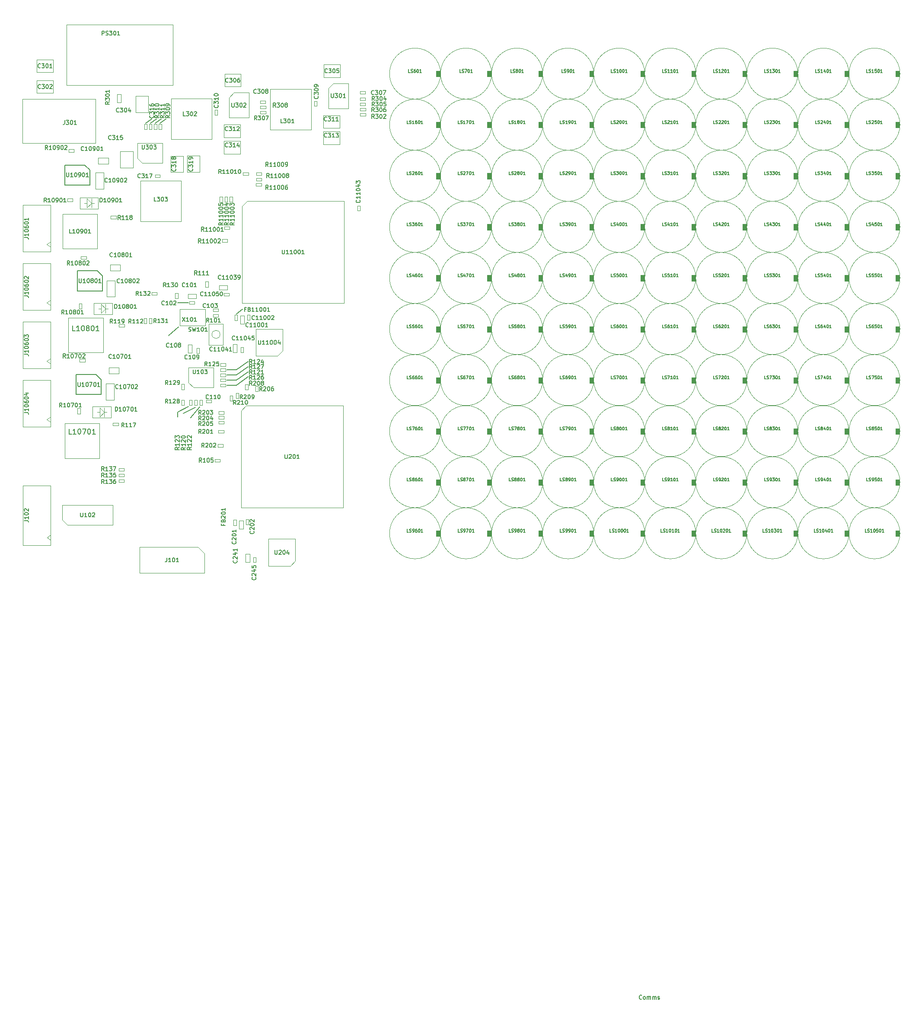
<source format=gbr>
G04 #@! TF.GenerationSoftware,KiCad,Pcbnew,(5.1.9)-1*
G04 #@! TF.CreationDate,2021-06-02T00:25:47+02:00*
G04 #@! TF.ProjectId,floater,666c6f61-7465-4722-9e6b-696361645f70,rev?*
G04 #@! TF.SameCoordinates,Original*
G04 #@! TF.FileFunction,Other,Fab,Top*
%FSLAX46Y46*%
G04 Gerber Fmt 4.6, Leading zero omitted, Abs format (unit mm)*
G04 Created by KiCad (PCBNEW (5.1.9)-1) date 2021-06-02 00:25:47*
%MOMM*%
%LPD*%
G01*
G04 APERTURE LIST*
%ADD10C,0.152400*%
%ADD11C,0.120000*%
%ADD12C,0.100000*%
%ADD13C,0.150000*%
%ADD14C,0.153000*%
%ADD15C,0.140000*%
G04 APERTURE END LIST*
D10*
X90250000Y-93000000D02*
X92200000Y-91300000D01*
X94100000Y-86550000D02*
X92000000Y-86550000D01*
X103500000Y-88750000D02*
X104700000Y-87800000D01*
X101647320Y-102717520D02*
X103547320Y-102717520D01*
X103547320Y-102717520D02*
X105797320Y-101067520D01*
X101647320Y-101719300D02*
X103547320Y-101719300D01*
X103547320Y-101719300D02*
X105797320Y-100069300D01*
X101644780Y-100716000D02*
X103544780Y-100716000D01*
X103544780Y-100716000D02*
X105794780Y-99066000D01*
X103550000Y-99700000D02*
X105800000Y-98050000D01*
X101650000Y-99700000D02*
X103550000Y-99700000D01*
X88567180Y-51385160D02*
X89717180Y-50585160D01*
X87614680Y-51385160D02*
X88764680Y-50585160D01*
X86672340Y-51385160D02*
X87822340Y-50585160D01*
X85750000Y-51400000D02*
X86900000Y-50600000D01*
X92050000Y-108000000D02*
X94100000Y-106850000D01*
X92050000Y-108900000D02*
X92050000Y-108000000D01*
X94550000Y-109100000D02*
X96300000Y-106950000D01*
X93150000Y-108200000D02*
X95450000Y-107000000D01*
D11*
X75964060Y-46704340D02*
X61574060Y-46704340D01*
X75964060Y-55344340D02*
X61574060Y-55344340D01*
X61574060Y-46704340D02*
X61574060Y-55344340D01*
X75964060Y-46704340D02*
X75964060Y-55344340D01*
X70246260Y-43981880D02*
X70246260Y-32081880D01*
X91046260Y-43981880D02*
X91046260Y-32081880D01*
X91046260Y-43981880D02*
X70246260Y-43981880D01*
X91046260Y-32081880D02*
X70246260Y-32081880D01*
X92451700Y-87852000D02*
X92451700Y-91052000D01*
X97451700Y-87852000D02*
X97451700Y-91052000D01*
X92451700Y-91052000D02*
X97451700Y-91052000D01*
X92451700Y-87852000D02*
X97451700Y-87852000D01*
X75342260Y-106886380D02*
X78942260Y-106886380D01*
X75342260Y-109086380D02*
X78942260Y-109086380D01*
X78942260Y-109076380D02*
X78942260Y-106896380D01*
X75342260Y-109076380D02*
X75342260Y-106896380D01*
X76742260Y-107986380D02*
X76742260Y-107086380D01*
X76742260Y-107086380D02*
X77642260Y-107986380D01*
X77642260Y-107986380D02*
X77642260Y-107086380D01*
X76742260Y-108886380D02*
X77642260Y-107986380D01*
X77642260Y-107986380D02*
X77642260Y-108886380D01*
X76742260Y-107986380D02*
X76742260Y-108886380D01*
X76742260Y-107986380D02*
X76242260Y-107986380D01*
X77642260Y-107986380D02*
X78142260Y-107986380D01*
X75585060Y-86604480D02*
X79185060Y-86604480D01*
X75585060Y-88804480D02*
X79185060Y-88804480D01*
X79185060Y-88794480D02*
X79185060Y-86614480D01*
X75585060Y-88794480D02*
X75585060Y-86614480D01*
X76985060Y-87704480D02*
X76985060Y-86804480D01*
X76985060Y-86804480D02*
X77885060Y-87704480D01*
X77885060Y-87704480D02*
X77885060Y-86804480D01*
X76985060Y-88604480D02*
X77885060Y-87704480D01*
X77885060Y-87704480D02*
X77885060Y-88604480D01*
X76985060Y-87704480D02*
X76985060Y-88604480D01*
X76985060Y-87704480D02*
X76485060Y-87704480D01*
X77885060Y-87704480D02*
X78385060Y-87704480D01*
X72859640Y-65946660D02*
X76459640Y-65946660D01*
X72859640Y-68146660D02*
X76459640Y-68146660D01*
X76459640Y-68136660D02*
X76459640Y-65956660D01*
X72859640Y-68136660D02*
X72859640Y-65956660D01*
X74259640Y-67046660D02*
X74259640Y-66146660D01*
X74259640Y-66146660D02*
X75159640Y-67046660D01*
X75159640Y-67046660D02*
X75159640Y-66146660D01*
X74259640Y-67946660D02*
X75159640Y-67046660D01*
X75159640Y-67046660D02*
X75159640Y-67946660D01*
X74259640Y-67046660D02*
X74259640Y-67946660D01*
X74259640Y-67046660D02*
X73759640Y-67046660D01*
X75159640Y-67046660D02*
X75659640Y-67046660D01*
X76304500Y-69178780D02*
X76304500Y-75978780D01*
X76304500Y-69178780D02*
X69504500Y-69178780D01*
X69504500Y-69178780D02*
X69504500Y-75978780D01*
X76304500Y-75978780D02*
X69504500Y-75978780D01*
X77419560Y-96311480D02*
X70619560Y-96311480D01*
X77419560Y-96311480D02*
X77419560Y-89511480D01*
X77419560Y-89511480D02*
X70619560Y-89511480D01*
X70619560Y-96311480D02*
X70619560Y-89511480D01*
X76688040Y-117007400D02*
X69888040Y-117007400D01*
X76688040Y-117007400D02*
X76688040Y-110207400D01*
X76688040Y-110207400D02*
X69888040Y-110207400D01*
X69888040Y-117007400D02*
X69888040Y-110207400D01*
D12*
G36*
X233440300Y-132299440D02*
G01*
X232668140Y-132299440D01*
X232668140Y-131169140D01*
X233440300Y-131169140D01*
X233440300Y-132299440D01*
G37*
X233440300Y-132299440D02*
X232668140Y-132299440D01*
X232668140Y-131169140D01*
X233440300Y-131169140D01*
X233440300Y-132299440D01*
D11*
X233500000Y-131700000D02*
G75*
G03*
X233500000Y-131700000I-5000000J0D01*
G01*
D12*
G36*
X223440300Y-132299440D02*
G01*
X222668140Y-132299440D01*
X222668140Y-131169140D01*
X223440300Y-131169140D01*
X223440300Y-132299440D01*
G37*
X223440300Y-132299440D02*
X222668140Y-132299440D01*
X222668140Y-131169140D01*
X223440300Y-131169140D01*
X223440300Y-132299440D01*
D11*
X223500000Y-131700000D02*
G75*
G03*
X223500000Y-131700000I-5000000J0D01*
G01*
D12*
G36*
X213440300Y-132299440D02*
G01*
X212668140Y-132299440D01*
X212668140Y-131169140D01*
X213440300Y-131169140D01*
X213440300Y-132299440D01*
G37*
X213440300Y-132299440D02*
X212668140Y-132299440D01*
X212668140Y-131169140D01*
X213440300Y-131169140D01*
X213440300Y-132299440D01*
D11*
X213500000Y-131700000D02*
G75*
G03*
X213500000Y-131700000I-5000000J0D01*
G01*
D12*
G36*
X203440300Y-132299440D02*
G01*
X202668140Y-132299440D01*
X202668140Y-131169140D01*
X203440300Y-131169140D01*
X203440300Y-132299440D01*
G37*
X203440300Y-132299440D02*
X202668140Y-132299440D01*
X202668140Y-131169140D01*
X203440300Y-131169140D01*
X203440300Y-132299440D01*
D11*
X203500000Y-131700000D02*
G75*
G03*
X203500000Y-131700000I-5000000J0D01*
G01*
D12*
G36*
X193440300Y-132299440D02*
G01*
X192668140Y-132299440D01*
X192668140Y-131169140D01*
X193440300Y-131169140D01*
X193440300Y-132299440D01*
G37*
X193440300Y-132299440D02*
X192668140Y-132299440D01*
X192668140Y-131169140D01*
X193440300Y-131169140D01*
X193440300Y-132299440D01*
D11*
X193500000Y-131700000D02*
G75*
G03*
X193500000Y-131700000I-5000000J0D01*
G01*
D12*
G36*
X183440300Y-132299440D02*
G01*
X182668140Y-132299440D01*
X182668140Y-131169140D01*
X183440300Y-131169140D01*
X183440300Y-132299440D01*
G37*
X183440300Y-132299440D02*
X182668140Y-132299440D01*
X182668140Y-131169140D01*
X183440300Y-131169140D01*
X183440300Y-132299440D01*
D11*
X183500000Y-131700000D02*
G75*
G03*
X183500000Y-131700000I-5000000J0D01*
G01*
D12*
G36*
X173440300Y-132299440D02*
G01*
X172668140Y-132299440D01*
X172668140Y-131169140D01*
X173440300Y-131169140D01*
X173440300Y-132299440D01*
G37*
X173440300Y-132299440D02*
X172668140Y-132299440D01*
X172668140Y-131169140D01*
X173440300Y-131169140D01*
X173440300Y-132299440D01*
D11*
X173500000Y-131700000D02*
G75*
G03*
X173500000Y-131700000I-5000000J0D01*
G01*
D12*
G36*
X163440300Y-132299440D02*
G01*
X162668140Y-132299440D01*
X162668140Y-131169140D01*
X163440300Y-131169140D01*
X163440300Y-132299440D01*
G37*
X163440300Y-132299440D02*
X162668140Y-132299440D01*
X162668140Y-131169140D01*
X163440300Y-131169140D01*
X163440300Y-132299440D01*
D11*
X163500000Y-131700000D02*
G75*
G03*
X163500000Y-131700000I-5000000J0D01*
G01*
D12*
G36*
X153440300Y-132299440D02*
G01*
X152668140Y-132299440D01*
X152668140Y-131169140D01*
X153440300Y-131169140D01*
X153440300Y-132299440D01*
G37*
X153440300Y-132299440D02*
X152668140Y-132299440D01*
X152668140Y-131169140D01*
X153440300Y-131169140D01*
X153440300Y-132299440D01*
D11*
X153500000Y-131700000D02*
G75*
G03*
X153500000Y-131700000I-5000000J0D01*
G01*
D12*
G36*
X143440300Y-132299440D02*
G01*
X142668140Y-132299440D01*
X142668140Y-131169140D01*
X143440300Y-131169140D01*
X143440300Y-132299440D01*
G37*
X143440300Y-132299440D02*
X142668140Y-132299440D01*
X142668140Y-131169140D01*
X143440300Y-131169140D01*
X143440300Y-132299440D01*
D11*
X143500000Y-131700000D02*
G75*
G03*
X143500000Y-131700000I-5000000J0D01*
G01*
D12*
G36*
X233440300Y-122299440D02*
G01*
X232668140Y-122299440D01*
X232668140Y-121169140D01*
X233440300Y-121169140D01*
X233440300Y-122299440D01*
G37*
X233440300Y-122299440D02*
X232668140Y-122299440D01*
X232668140Y-121169140D01*
X233440300Y-121169140D01*
X233440300Y-122299440D01*
D11*
X233500000Y-121700000D02*
G75*
G03*
X233500000Y-121700000I-5000000J0D01*
G01*
D12*
G36*
X223440300Y-122299440D02*
G01*
X222668140Y-122299440D01*
X222668140Y-121169140D01*
X223440300Y-121169140D01*
X223440300Y-122299440D01*
G37*
X223440300Y-122299440D02*
X222668140Y-122299440D01*
X222668140Y-121169140D01*
X223440300Y-121169140D01*
X223440300Y-122299440D01*
D11*
X223500000Y-121700000D02*
G75*
G03*
X223500000Y-121700000I-5000000J0D01*
G01*
D12*
G36*
X213440300Y-122299440D02*
G01*
X212668140Y-122299440D01*
X212668140Y-121169140D01*
X213440300Y-121169140D01*
X213440300Y-122299440D01*
G37*
X213440300Y-122299440D02*
X212668140Y-122299440D01*
X212668140Y-121169140D01*
X213440300Y-121169140D01*
X213440300Y-122299440D01*
D11*
X213500000Y-121700000D02*
G75*
G03*
X213500000Y-121700000I-5000000J0D01*
G01*
D12*
G36*
X203440300Y-122299440D02*
G01*
X202668140Y-122299440D01*
X202668140Y-121169140D01*
X203440300Y-121169140D01*
X203440300Y-122299440D01*
G37*
X203440300Y-122299440D02*
X202668140Y-122299440D01*
X202668140Y-121169140D01*
X203440300Y-121169140D01*
X203440300Y-122299440D01*
D11*
X203500000Y-121700000D02*
G75*
G03*
X203500000Y-121700000I-5000000J0D01*
G01*
D12*
G36*
X193440300Y-122299440D02*
G01*
X192668140Y-122299440D01*
X192668140Y-121169140D01*
X193440300Y-121169140D01*
X193440300Y-122299440D01*
G37*
X193440300Y-122299440D02*
X192668140Y-122299440D01*
X192668140Y-121169140D01*
X193440300Y-121169140D01*
X193440300Y-122299440D01*
D11*
X193500000Y-121700000D02*
G75*
G03*
X193500000Y-121700000I-5000000J0D01*
G01*
D12*
G36*
X183440300Y-122299440D02*
G01*
X182668140Y-122299440D01*
X182668140Y-121169140D01*
X183440300Y-121169140D01*
X183440300Y-122299440D01*
G37*
X183440300Y-122299440D02*
X182668140Y-122299440D01*
X182668140Y-121169140D01*
X183440300Y-121169140D01*
X183440300Y-122299440D01*
D11*
X183500000Y-121700000D02*
G75*
G03*
X183500000Y-121700000I-5000000J0D01*
G01*
D12*
G36*
X173440300Y-122299440D02*
G01*
X172668140Y-122299440D01*
X172668140Y-121169140D01*
X173440300Y-121169140D01*
X173440300Y-122299440D01*
G37*
X173440300Y-122299440D02*
X172668140Y-122299440D01*
X172668140Y-121169140D01*
X173440300Y-121169140D01*
X173440300Y-122299440D01*
D11*
X173500000Y-121700000D02*
G75*
G03*
X173500000Y-121700000I-5000000J0D01*
G01*
D12*
G36*
X163440300Y-122299440D02*
G01*
X162668140Y-122299440D01*
X162668140Y-121169140D01*
X163440300Y-121169140D01*
X163440300Y-122299440D01*
G37*
X163440300Y-122299440D02*
X162668140Y-122299440D01*
X162668140Y-121169140D01*
X163440300Y-121169140D01*
X163440300Y-122299440D01*
D11*
X163500000Y-121700000D02*
G75*
G03*
X163500000Y-121700000I-5000000J0D01*
G01*
D12*
G36*
X153440300Y-122299440D02*
G01*
X152668140Y-122299440D01*
X152668140Y-121169140D01*
X153440300Y-121169140D01*
X153440300Y-122299440D01*
G37*
X153440300Y-122299440D02*
X152668140Y-122299440D01*
X152668140Y-121169140D01*
X153440300Y-121169140D01*
X153440300Y-122299440D01*
D11*
X153500000Y-121700000D02*
G75*
G03*
X153500000Y-121700000I-5000000J0D01*
G01*
D12*
G36*
X143440300Y-122299440D02*
G01*
X142668140Y-122299440D01*
X142668140Y-121169140D01*
X143440300Y-121169140D01*
X143440300Y-122299440D01*
G37*
X143440300Y-122299440D02*
X142668140Y-122299440D01*
X142668140Y-121169140D01*
X143440300Y-121169140D01*
X143440300Y-122299440D01*
D11*
X143500000Y-121700000D02*
G75*
G03*
X143500000Y-121700000I-5000000J0D01*
G01*
D12*
G36*
X233440300Y-112299440D02*
G01*
X232668140Y-112299440D01*
X232668140Y-111169140D01*
X233440300Y-111169140D01*
X233440300Y-112299440D01*
G37*
X233440300Y-112299440D02*
X232668140Y-112299440D01*
X232668140Y-111169140D01*
X233440300Y-111169140D01*
X233440300Y-112299440D01*
D11*
X233500000Y-111700000D02*
G75*
G03*
X233500000Y-111700000I-5000000J0D01*
G01*
D12*
G36*
X223440300Y-112299440D02*
G01*
X222668140Y-112299440D01*
X222668140Y-111169140D01*
X223440300Y-111169140D01*
X223440300Y-112299440D01*
G37*
X223440300Y-112299440D02*
X222668140Y-112299440D01*
X222668140Y-111169140D01*
X223440300Y-111169140D01*
X223440300Y-112299440D01*
D11*
X223500000Y-111700000D02*
G75*
G03*
X223500000Y-111700000I-5000000J0D01*
G01*
D12*
G36*
X213440300Y-112299440D02*
G01*
X212668140Y-112299440D01*
X212668140Y-111169140D01*
X213440300Y-111169140D01*
X213440300Y-112299440D01*
G37*
X213440300Y-112299440D02*
X212668140Y-112299440D01*
X212668140Y-111169140D01*
X213440300Y-111169140D01*
X213440300Y-112299440D01*
D11*
X213500000Y-111700000D02*
G75*
G03*
X213500000Y-111700000I-5000000J0D01*
G01*
D12*
G36*
X203440300Y-112299440D02*
G01*
X202668140Y-112299440D01*
X202668140Y-111169140D01*
X203440300Y-111169140D01*
X203440300Y-112299440D01*
G37*
X203440300Y-112299440D02*
X202668140Y-112299440D01*
X202668140Y-111169140D01*
X203440300Y-111169140D01*
X203440300Y-112299440D01*
D11*
X203500000Y-111700000D02*
G75*
G03*
X203500000Y-111700000I-5000000J0D01*
G01*
D12*
G36*
X193440300Y-112299440D02*
G01*
X192668140Y-112299440D01*
X192668140Y-111169140D01*
X193440300Y-111169140D01*
X193440300Y-112299440D01*
G37*
X193440300Y-112299440D02*
X192668140Y-112299440D01*
X192668140Y-111169140D01*
X193440300Y-111169140D01*
X193440300Y-112299440D01*
D11*
X193500000Y-111700000D02*
G75*
G03*
X193500000Y-111700000I-5000000J0D01*
G01*
D12*
G36*
X183440300Y-112299440D02*
G01*
X182668140Y-112299440D01*
X182668140Y-111169140D01*
X183440300Y-111169140D01*
X183440300Y-112299440D01*
G37*
X183440300Y-112299440D02*
X182668140Y-112299440D01*
X182668140Y-111169140D01*
X183440300Y-111169140D01*
X183440300Y-112299440D01*
D11*
X183500000Y-111700000D02*
G75*
G03*
X183500000Y-111700000I-5000000J0D01*
G01*
D12*
G36*
X173440300Y-112299440D02*
G01*
X172668140Y-112299440D01*
X172668140Y-111169140D01*
X173440300Y-111169140D01*
X173440300Y-112299440D01*
G37*
X173440300Y-112299440D02*
X172668140Y-112299440D01*
X172668140Y-111169140D01*
X173440300Y-111169140D01*
X173440300Y-112299440D01*
D11*
X173500000Y-111700000D02*
G75*
G03*
X173500000Y-111700000I-5000000J0D01*
G01*
D12*
G36*
X163440300Y-112299440D02*
G01*
X162668140Y-112299440D01*
X162668140Y-111169140D01*
X163440300Y-111169140D01*
X163440300Y-112299440D01*
G37*
X163440300Y-112299440D02*
X162668140Y-112299440D01*
X162668140Y-111169140D01*
X163440300Y-111169140D01*
X163440300Y-112299440D01*
D11*
X163500000Y-111700000D02*
G75*
G03*
X163500000Y-111700000I-5000000J0D01*
G01*
D12*
G36*
X153440300Y-112299440D02*
G01*
X152668140Y-112299440D01*
X152668140Y-111169140D01*
X153440300Y-111169140D01*
X153440300Y-112299440D01*
G37*
X153440300Y-112299440D02*
X152668140Y-112299440D01*
X152668140Y-111169140D01*
X153440300Y-111169140D01*
X153440300Y-112299440D01*
D11*
X153500000Y-111700000D02*
G75*
G03*
X153500000Y-111700000I-5000000J0D01*
G01*
D12*
G36*
X143440300Y-112299440D02*
G01*
X142668140Y-112299440D01*
X142668140Y-111169140D01*
X143440300Y-111169140D01*
X143440300Y-112299440D01*
G37*
X143440300Y-112299440D02*
X142668140Y-112299440D01*
X142668140Y-111169140D01*
X143440300Y-111169140D01*
X143440300Y-112299440D01*
D11*
X143500000Y-111700000D02*
G75*
G03*
X143500000Y-111700000I-5000000J0D01*
G01*
D12*
G36*
X233440300Y-102299440D02*
G01*
X232668140Y-102299440D01*
X232668140Y-101169140D01*
X233440300Y-101169140D01*
X233440300Y-102299440D01*
G37*
X233440300Y-102299440D02*
X232668140Y-102299440D01*
X232668140Y-101169140D01*
X233440300Y-101169140D01*
X233440300Y-102299440D01*
D11*
X233500000Y-101700000D02*
G75*
G03*
X233500000Y-101700000I-5000000J0D01*
G01*
D12*
G36*
X223440300Y-102299440D02*
G01*
X222668140Y-102299440D01*
X222668140Y-101169140D01*
X223440300Y-101169140D01*
X223440300Y-102299440D01*
G37*
X223440300Y-102299440D02*
X222668140Y-102299440D01*
X222668140Y-101169140D01*
X223440300Y-101169140D01*
X223440300Y-102299440D01*
D11*
X223500000Y-101700000D02*
G75*
G03*
X223500000Y-101700000I-5000000J0D01*
G01*
D12*
G36*
X213440300Y-102299440D02*
G01*
X212668140Y-102299440D01*
X212668140Y-101169140D01*
X213440300Y-101169140D01*
X213440300Y-102299440D01*
G37*
X213440300Y-102299440D02*
X212668140Y-102299440D01*
X212668140Y-101169140D01*
X213440300Y-101169140D01*
X213440300Y-102299440D01*
D11*
X213500000Y-101700000D02*
G75*
G03*
X213500000Y-101700000I-5000000J0D01*
G01*
D12*
G36*
X203440300Y-102299440D02*
G01*
X202668140Y-102299440D01*
X202668140Y-101169140D01*
X203440300Y-101169140D01*
X203440300Y-102299440D01*
G37*
X203440300Y-102299440D02*
X202668140Y-102299440D01*
X202668140Y-101169140D01*
X203440300Y-101169140D01*
X203440300Y-102299440D01*
D11*
X203500000Y-101700000D02*
G75*
G03*
X203500000Y-101700000I-5000000J0D01*
G01*
D12*
G36*
X193440300Y-102299440D02*
G01*
X192668140Y-102299440D01*
X192668140Y-101169140D01*
X193440300Y-101169140D01*
X193440300Y-102299440D01*
G37*
X193440300Y-102299440D02*
X192668140Y-102299440D01*
X192668140Y-101169140D01*
X193440300Y-101169140D01*
X193440300Y-102299440D01*
D11*
X193500000Y-101700000D02*
G75*
G03*
X193500000Y-101700000I-5000000J0D01*
G01*
D12*
G36*
X183440300Y-102299440D02*
G01*
X182668140Y-102299440D01*
X182668140Y-101169140D01*
X183440300Y-101169140D01*
X183440300Y-102299440D01*
G37*
X183440300Y-102299440D02*
X182668140Y-102299440D01*
X182668140Y-101169140D01*
X183440300Y-101169140D01*
X183440300Y-102299440D01*
D11*
X183500000Y-101700000D02*
G75*
G03*
X183500000Y-101700000I-5000000J0D01*
G01*
D12*
G36*
X173440300Y-102299440D02*
G01*
X172668140Y-102299440D01*
X172668140Y-101169140D01*
X173440300Y-101169140D01*
X173440300Y-102299440D01*
G37*
X173440300Y-102299440D02*
X172668140Y-102299440D01*
X172668140Y-101169140D01*
X173440300Y-101169140D01*
X173440300Y-102299440D01*
D11*
X173500000Y-101700000D02*
G75*
G03*
X173500000Y-101700000I-5000000J0D01*
G01*
D12*
G36*
X163440300Y-102299440D02*
G01*
X162668140Y-102299440D01*
X162668140Y-101169140D01*
X163440300Y-101169140D01*
X163440300Y-102299440D01*
G37*
X163440300Y-102299440D02*
X162668140Y-102299440D01*
X162668140Y-101169140D01*
X163440300Y-101169140D01*
X163440300Y-102299440D01*
D11*
X163500000Y-101700000D02*
G75*
G03*
X163500000Y-101700000I-5000000J0D01*
G01*
D12*
G36*
X153440300Y-102299440D02*
G01*
X152668140Y-102299440D01*
X152668140Y-101169140D01*
X153440300Y-101169140D01*
X153440300Y-102299440D01*
G37*
X153440300Y-102299440D02*
X152668140Y-102299440D01*
X152668140Y-101169140D01*
X153440300Y-101169140D01*
X153440300Y-102299440D01*
D11*
X153500000Y-101700000D02*
G75*
G03*
X153500000Y-101700000I-5000000J0D01*
G01*
D12*
G36*
X143440300Y-102299440D02*
G01*
X142668140Y-102299440D01*
X142668140Y-101169140D01*
X143440300Y-101169140D01*
X143440300Y-102299440D01*
G37*
X143440300Y-102299440D02*
X142668140Y-102299440D01*
X142668140Y-101169140D01*
X143440300Y-101169140D01*
X143440300Y-102299440D01*
D11*
X143500000Y-101700000D02*
G75*
G03*
X143500000Y-101700000I-5000000J0D01*
G01*
D12*
G36*
X233440300Y-92299440D02*
G01*
X232668140Y-92299440D01*
X232668140Y-91169140D01*
X233440300Y-91169140D01*
X233440300Y-92299440D01*
G37*
X233440300Y-92299440D02*
X232668140Y-92299440D01*
X232668140Y-91169140D01*
X233440300Y-91169140D01*
X233440300Y-92299440D01*
D11*
X233500000Y-91700000D02*
G75*
G03*
X233500000Y-91700000I-5000000J0D01*
G01*
D12*
G36*
X223440300Y-92299440D02*
G01*
X222668140Y-92299440D01*
X222668140Y-91169140D01*
X223440300Y-91169140D01*
X223440300Y-92299440D01*
G37*
X223440300Y-92299440D02*
X222668140Y-92299440D01*
X222668140Y-91169140D01*
X223440300Y-91169140D01*
X223440300Y-92299440D01*
D11*
X223500000Y-91700000D02*
G75*
G03*
X223500000Y-91700000I-5000000J0D01*
G01*
D12*
G36*
X213440300Y-92299440D02*
G01*
X212668140Y-92299440D01*
X212668140Y-91169140D01*
X213440300Y-91169140D01*
X213440300Y-92299440D01*
G37*
X213440300Y-92299440D02*
X212668140Y-92299440D01*
X212668140Y-91169140D01*
X213440300Y-91169140D01*
X213440300Y-92299440D01*
D11*
X213500000Y-91700000D02*
G75*
G03*
X213500000Y-91700000I-5000000J0D01*
G01*
D12*
G36*
X203440300Y-92299440D02*
G01*
X202668140Y-92299440D01*
X202668140Y-91169140D01*
X203440300Y-91169140D01*
X203440300Y-92299440D01*
G37*
X203440300Y-92299440D02*
X202668140Y-92299440D01*
X202668140Y-91169140D01*
X203440300Y-91169140D01*
X203440300Y-92299440D01*
D11*
X203500000Y-91700000D02*
G75*
G03*
X203500000Y-91700000I-5000000J0D01*
G01*
D12*
G36*
X193440300Y-92299440D02*
G01*
X192668140Y-92299440D01*
X192668140Y-91169140D01*
X193440300Y-91169140D01*
X193440300Y-92299440D01*
G37*
X193440300Y-92299440D02*
X192668140Y-92299440D01*
X192668140Y-91169140D01*
X193440300Y-91169140D01*
X193440300Y-92299440D01*
D11*
X193500000Y-91700000D02*
G75*
G03*
X193500000Y-91700000I-5000000J0D01*
G01*
D12*
G36*
X183440300Y-92299440D02*
G01*
X182668140Y-92299440D01*
X182668140Y-91169140D01*
X183440300Y-91169140D01*
X183440300Y-92299440D01*
G37*
X183440300Y-92299440D02*
X182668140Y-92299440D01*
X182668140Y-91169140D01*
X183440300Y-91169140D01*
X183440300Y-92299440D01*
D11*
X183500000Y-91700000D02*
G75*
G03*
X183500000Y-91700000I-5000000J0D01*
G01*
D12*
G36*
X173440300Y-92299440D02*
G01*
X172668140Y-92299440D01*
X172668140Y-91169140D01*
X173440300Y-91169140D01*
X173440300Y-92299440D01*
G37*
X173440300Y-92299440D02*
X172668140Y-92299440D01*
X172668140Y-91169140D01*
X173440300Y-91169140D01*
X173440300Y-92299440D01*
D11*
X173500000Y-91700000D02*
G75*
G03*
X173500000Y-91700000I-5000000J0D01*
G01*
D12*
G36*
X163440300Y-92299440D02*
G01*
X162668140Y-92299440D01*
X162668140Y-91169140D01*
X163440300Y-91169140D01*
X163440300Y-92299440D01*
G37*
X163440300Y-92299440D02*
X162668140Y-92299440D01*
X162668140Y-91169140D01*
X163440300Y-91169140D01*
X163440300Y-92299440D01*
D11*
X163500000Y-91700000D02*
G75*
G03*
X163500000Y-91700000I-5000000J0D01*
G01*
D12*
G36*
X153440300Y-92299440D02*
G01*
X152668140Y-92299440D01*
X152668140Y-91169140D01*
X153440300Y-91169140D01*
X153440300Y-92299440D01*
G37*
X153440300Y-92299440D02*
X152668140Y-92299440D01*
X152668140Y-91169140D01*
X153440300Y-91169140D01*
X153440300Y-92299440D01*
D11*
X153500000Y-91700000D02*
G75*
G03*
X153500000Y-91700000I-5000000J0D01*
G01*
D12*
G36*
X143440300Y-92299440D02*
G01*
X142668140Y-92299440D01*
X142668140Y-91169140D01*
X143440300Y-91169140D01*
X143440300Y-92299440D01*
G37*
X143440300Y-92299440D02*
X142668140Y-92299440D01*
X142668140Y-91169140D01*
X143440300Y-91169140D01*
X143440300Y-92299440D01*
D11*
X143500000Y-91700000D02*
G75*
G03*
X143500000Y-91700000I-5000000J0D01*
G01*
D12*
G36*
X233440300Y-82299440D02*
G01*
X232668140Y-82299440D01*
X232668140Y-81169140D01*
X233440300Y-81169140D01*
X233440300Y-82299440D01*
G37*
X233440300Y-82299440D02*
X232668140Y-82299440D01*
X232668140Y-81169140D01*
X233440300Y-81169140D01*
X233440300Y-82299440D01*
D11*
X233500000Y-81700000D02*
G75*
G03*
X233500000Y-81700000I-5000000J0D01*
G01*
D12*
G36*
X223440300Y-82299440D02*
G01*
X222668140Y-82299440D01*
X222668140Y-81169140D01*
X223440300Y-81169140D01*
X223440300Y-82299440D01*
G37*
X223440300Y-82299440D02*
X222668140Y-82299440D01*
X222668140Y-81169140D01*
X223440300Y-81169140D01*
X223440300Y-82299440D01*
D11*
X223500000Y-81700000D02*
G75*
G03*
X223500000Y-81700000I-5000000J0D01*
G01*
D12*
G36*
X213440300Y-82299440D02*
G01*
X212668140Y-82299440D01*
X212668140Y-81169140D01*
X213440300Y-81169140D01*
X213440300Y-82299440D01*
G37*
X213440300Y-82299440D02*
X212668140Y-82299440D01*
X212668140Y-81169140D01*
X213440300Y-81169140D01*
X213440300Y-82299440D01*
D11*
X213500000Y-81700000D02*
G75*
G03*
X213500000Y-81700000I-5000000J0D01*
G01*
D12*
G36*
X203440300Y-82299440D02*
G01*
X202668140Y-82299440D01*
X202668140Y-81169140D01*
X203440300Y-81169140D01*
X203440300Y-82299440D01*
G37*
X203440300Y-82299440D02*
X202668140Y-82299440D01*
X202668140Y-81169140D01*
X203440300Y-81169140D01*
X203440300Y-82299440D01*
D11*
X203500000Y-81700000D02*
G75*
G03*
X203500000Y-81700000I-5000000J0D01*
G01*
D12*
G36*
X193440300Y-82299440D02*
G01*
X192668140Y-82299440D01*
X192668140Y-81169140D01*
X193440300Y-81169140D01*
X193440300Y-82299440D01*
G37*
X193440300Y-82299440D02*
X192668140Y-82299440D01*
X192668140Y-81169140D01*
X193440300Y-81169140D01*
X193440300Y-82299440D01*
D11*
X193500000Y-81700000D02*
G75*
G03*
X193500000Y-81700000I-5000000J0D01*
G01*
D12*
G36*
X183440300Y-82299440D02*
G01*
X182668140Y-82299440D01*
X182668140Y-81169140D01*
X183440300Y-81169140D01*
X183440300Y-82299440D01*
G37*
X183440300Y-82299440D02*
X182668140Y-82299440D01*
X182668140Y-81169140D01*
X183440300Y-81169140D01*
X183440300Y-82299440D01*
D11*
X183500000Y-81700000D02*
G75*
G03*
X183500000Y-81700000I-5000000J0D01*
G01*
D12*
G36*
X173440300Y-82299440D02*
G01*
X172668140Y-82299440D01*
X172668140Y-81169140D01*
X173440300Y-81169140D01*
X173440300Y-82299440D01*
G37*
X173440300Y-82299440D02*
X172668140Y-82299440D01*
X172668140Y-81169140D01*
X173440300Y-81169140D01*
X173440300Y-82299440D01*
D11*
X173500000Y-81700000D02*
G75*
G03*
X173500000Y-81700000I-5000000J0D01*
G01*
D12*
G36*
X163440300Y-82299440D02*
G01*
X162668140Y-82299440D01*
X162668140Y-81169140D01*
X163440300Y-81169140D01*
X163440300Y-82299440D01*
G37*
X163440300Y-82299440D02*
X162668140Y-82299440D01*
X162668140Y-81169140D01*
X163440300Y-81169140D01*
X163440300Y-82299440D01*
D11*
X163500000Y-81700000D02*
G75*
G03*
X163500000Y-81700000I-5000000J0D01*
G01*
D12*
G36*
X153440300Y-82299440D02*
G01*
X152668140Y-82299440D01*
X152668140Y-81169140D01*
X153440300Y-81169140D01*
X153440300Y-82299440D01*
G37*
X153440300Y-82299440D02*
X152668140Y-82299440D01*
X152668140Y-81169140D01*
X153440300Y-81169140D01*
X153440300Y-82299440D01*
D11*
X153500000Y-81700000D02*
G75*
G03*
X153500000Y-81700000I-5000000J0D01*
G01*
D12*
G36*
X143440300Y-82299440D02*
G01*
X142668140Y-82299440D01*
X142668140Y-81169140D01*
X143440300Y-81169140D01*
X143440300Y-82299440D01*
G37*
X143440300Y-82299440D02*
X142668140Y-82299440D01*
X142668140Y-81169140D01*
X143440300Y-81169140D01*
X143440300Y-82299440D01*
D11*
X143500000Y-81700000D02*
G75*
G03*
X143500000Y-81700000I-5000000J0D01*
G01*
D12*
G36*
X233440300Y-72299440D02*
G01*
X232668140Y-72299440D01*
X232668140Y-71169140D01*
X233440300Y-71169140D01*
X233440300Y-72299440D01*
G37*
X233440300Y-72299440D02*
X232668140Y-72299440D01*
X232668140Y-71169140D01*
X233440300Y-71169140D01*
X233440300Y-72299440D01*
D11*
X233500000Y-71700000D02*
G75*
G03*
X233500000Y-71700000I-5000000J0D01*
G01*
D12*
G36*
X223440300Y-72299440D02*
G01*
X222668140Y-72299440D01*
X222668140Y-71169140D01*
X223440300Y-71169140D01*
X223440300Y-72299440D01*
G37*
X223440300Y-72299440D02*
X222668140Y-72299440D01*
X222668140Y-71169140D01*
X223440300Y-71169140D01*
X223440300Y-72299440D01*
D11*
X223500000Y-71700000D02*
G75*
G03*
X223500000Y-71700000I-5000000J0D01*
G01*
D12*
G36*
X213440300Y-72299440D02*
G01*
X212668140Y-72299440D01*
X212668140Y-71169140D01*
X213440300Y-71169140D01*
X213440300Y-72299440D01*
G37*
X213440300Y-72299440D02*
X212668140Y-72299440D01*
X212668140Y-71169140D01*
X213440300Y-71169140D01*
X213440300Y-72299440D01*
D11*
X213500000Y-71700000D02*
G75*
G03*
X213500000Y-71700000I-5000000J0D01*
G01*
D12*
G36*
X203440300Y-72299440D02*
G01*
X202668140Y-72299440D01*
X202668140Y-71169140D01*
X203440300Y-71169140D01*
X203440300Y-72299440D01*
G37*
X203440300Y-72299440D02*
X202668140Y-72299440D01*
X202668140Y-71169140D01*
X203440300Y-71169140D01*
X203440300Y-72299440D01*
D11*
X203500000Y-71700000D02*
G75*
G03*
X203500000Y-71700000I-5000000J0D01*
G01*
D12*
G36*
X193440300Y-72299440D02*
G01*
X192668140Y-72299440D01*
X192668140Y-71169140D01*
X193440300Y-71169140D01*
X193440300Y-72299440D01*
G37*
X193440300Y-72299440D02*
X192668140Y-72299440D01*
X192668140Y-71169140D01*
X193440300Y-71169140D01*
X193440300Y-72299440D01*
D11*
X193500000Y-71700000D02*
G75*
G03*
X193500000Y-71700000I-5000000J0D01*
G01*
D12*
G36*
X183440300Y-72299440D02*
G01*
X182668140Y-72299440D01*
X182668140Y-71169140D01*
X183440300Y-71169140D01*
X183440300Y-72299440D01*
G37*
X183440300Y-72299440D02*
X182668140Y-72299440D01*
X182668140Y-71169140D01*
X183440300Y-71169140D01*
X183440300Y-72299440D01*
D11*
X183500000Y-71700000D02*
G75*
G03*
X183500000Y-71700000I-5000000J0D01*
G01*
D12*
G36*
X173440300Y-72299440D02*
G01*
X172668140Y-72299440D01*
X172668140Y-71169140D01*
X173440300Y-71169140D01*
X173440300Y-72299440D01*
G37*
X173440300Y-72299440D02*
X172668140Y-72299440D01*
X172668140Y-71169140D01*
X173440300Y-71169140D01*
X173440300Y-72299440D01*
D11*
X173500000Y-71700000D02*
G75*
G03*
X173500000Y-71700000I-5000000J0D01*
G01*
D12*
G36*
X163440300Y-72299440D02*
G01*
X162668140Y-72299440D01*
X162668140Y-71169140D01*
X163440300Y-71169140D01*
X163440300Y-72299440D01*
G37*
X163440300Y-72299440D02*
X162668140Y-72299440D01*
X162668140Y-71169140D01*
X163440300Y-71169140D01*
X163440300Y-72299440D01*
D11*
X163500000Y-71700000D02*
G75*
G03*
X163500000Y-71700000I-5000000J0D01*
G01*
D12*
G36*
X153440300Y-72299440D02*
G01*
X152668140Y-72299440D01*
X152668140Y-71169140D01*
X153440300Y-71169140D01*
X153440300Y-72299440D01*
G37*
X153440300Y-72299440D02*
X152668140Y-72299440D01*
X152668140Y-71169140D01*
X153440300Y-71169140D01*
X153440300Y-72299440D01*
D11*
X153500000Y-71700000D02*
G75*
G03*
X153500000Y-71700000I-5000000J0D01*
G01*
D12*
G36*
X143440300Y-72299440D02*
G01*
X142668140Y-72299440D01*
X142668140Y-71169140D01*
X143440300Y-71169140D01*
X143440300Y-72299440D01*
G37*
X143440300Y-72299440D02*
X142668140Y-72299440D01*
X142668140Y-71169140D01*
X143440300Y-71169140D01*
X143440300Y-72299440D01*
D11*
X143500000Y-71700000D02*
G75*
G03*
X143500000Y-71700000I-5000000J0D01*
G01*
D12*
G36*
X233440300Y-62299440D02*
G01*
X232668140Y-62299440D01*
X232668140Y-61169140D01*
X233440300Y-61169140D01*
X233440300Y-62299440D01*
G37*
X233440300Y-62299440D02*
X232668140Y-62299440D01*
X232668140Y-61169140D01*
X233440300Y-61169140D01*
X233440300Y-62299440D01*
D11*
X233500000Y-61700000D02*
G75*
G03*
X233500000Y-61700000I-5000000J0D01*
G01*
D12*
G36*
X223440300Y-62299440D02*
G01*
X222668140Y-62299440D01*
X222668140Y-61169140D01*
X223440300Y-61169140D01*
X223440300Y-62299440D01*
G37*
X223440300Y-62299440D02*
X222668140Y-62299440D01*
X222668140Y-61169140D01*
X223440300Y-61169140D01*
X223440300Y-62299440D01*
D11*
X223500000Y-61700000D02*
G75*
G03*
X223500000Y-61700000I-5000000J0D01*
G01*
D12*
G36*
X213440300Y-62299440D02*
G01*
X212668140Y-62299440D01*
X212668140Y-61169140D01*
X213440300Y-61169140D01*
X213440300Y-62299440D01*
G37*
X213440300Y-62299440D02*
X212668140Y-62299440D01*
X212668140Y-61169140D01*
X213440300Y-61169140D01*
X213440300Y-62299440D01*
D11*
X213500000Y-61700000D02*
G75*
G03*
X213500000Y-61700000I-5000000J0D01*
G01*
D12*
G36*
X203440300Y-62299440D02*
G01*
X202668140Y-62299440D01*
X202668140Y-61169140D01*
X203440300Y-61169140D01*
X203440300Y-62299440D01*
G37*
X203440300Y-62299440D02*
X202668140Y-62299440D01*
X202668140Y-61169140D01*
X203440300Y-61169140D01*
X203440300Y-62299440D01*
D11*
X203500000Y-61700000D02*
G75*
G03*
X203500000Y-61700000I-5000000J0D01*
G01*
D12*
G36*
X193440300Y-62299440D02*
G01*
X192668140Y-62299440D01*
X192668140Y-61169140D01*
X193440300Y-61169140D01*
X193440300Y-62299440D01*
G37*
X193440300Y-62299440D02*
X192668140Y-62299440D01*
X192668140Y-61169140D01*
X193440300Y-61169140D01*
X193440300Y-62299440D01*
D11*
X193500000Y-61700000D02*
G75*
G03*
X193500000Y-61700000I-5000000J0D01*
G01*
D12*
G36*
X183440300Y-62299440D02*
G01*
X182668140Y-62299440D01*
X182668140Y-61169140D01*
X183440300Y-61169140D01*
X183440300Y-62299440D01*
G37*
X183440300Y-62299440D02*
X182668140Y-62299440D01*
X182668140Y-61169140D01*
X183440300Y-61169140D01*
X183440300Y-62299440D01*
D11*
X183500000Y-61700000D02*
G75*
G03*
X183500000Y-61700000I-5000000J0D01*
G01*
D12*
G36*
X173440300Y-62299440D02*
G01*
X172668140Y-62299440D01*
X172668140Y-61169140D01*
X173440300Y-61169140D01*
X173440300Y-62299440D01*
G37*
X173440300Y-62299440D02*
X172668140Y-62299440D01*
X172668140Y-61169140D01*
X173440300Y-61169140D01*
X173440300Y-62299440D01*
D11*
X173500000Y-61700000D02*
G75*
G03*
X173500000Y-61700000I-5000000J0D01*
G01*
D12*
G36*
X163440300Y-62299440D02*
G01*
X162668140Y-62299440D01*
X162668140Y-61169140D01*
X163440300Y-61169140D01*
X163440300Y-62299440D01*
G37*
X163440300Y-62299440D02*
X162668140Y-62299440D01*
X162668140Y-61169140D01*
X163440300Y-61169140D01*
X163440300Y-62299440D01*
D11*
X163500000Y-61700000D02*
G75*
G03*
X163500000Y-61700000I-5000000J0D01*
G01*
D12*
G36*
X153440300Y-62299440D02*
G01*
X152668140Y-62299440D01*
X152668140Y-61169140D01*
X153440300Y-61169140D01*
X153440300Y-62299440D01*
G37*
X153440300Y-62299440D02*
X152668140Y-62299440D01*
X152668140Y-61169140D01*
X153440300Y-61169140D01*
X153440300Y-62299440D01*
D11*
X153500000Y-61700000D02*
G75*
G03*
X153500000Y-61700000I-5000000J0D01*
G01*
D12*
G36*
X143440300Y-62299440D02*
G01*
X142668140Y-62299440D01*
X142668140Y-61169140D01*
X143440300Y-61169140D01*
X143440300Y-62299440D01*
G37*
X143440300Y-62299440D02*
X142668140Y-62299440D01*
X142668140Y-61169140D01*
X143440300Y-61169140D01*
X143440300Y-62299440D01*
D11*
X143500000Y-61700000D02*
G75*
G03*
X143500000Y-61700000I-5000000J0D01*
G01*
D12*
G36*
X233440300Y-52299440D02*
G01*
X232668140Y-52299440D01*
X232668140Y-51169140D01*
X233440300Y-51169140D01*
X233440300Y-52299440D01*
G37*
X233440300Y-52299440D02*
X232668140Y-52299440D01*
X232668140Y-51169140D01*
X233440300Y-51169140D01*
X233440300Y-52299440D01*
D11*
X233500000Y-51700000D02*
G75*
G03*
X233500000Y-51700000I-5000000J0D01*
G01*
D12*
G36*
X223440300Y-52299440D02*
G01*
X222668140Y-52299440D01*
X222668140Y-51169140D01*
X223440300Y-51169140D01*
X223440300Y-52299440D01*
G37*
X223440300Y-52299440D02*
X222668140Y-52299440D01*
X222668140Y-51169140D01*
X223440300Y-51169140D01*
X223440300Y-52299440D01*
D11*
X223500000Y-51700000D02*
G75*
G03*
X223500000Y-51700000I-5000000J0D01*
G01*
D12*
G36*
X213440300Y-52299440D02*
G01*
X212668140Y-52299440D01*
X212668140Y-51169140D01*
X213440300Y-51169140D01*
X213440300Y-52299440D01*
G37*
X213440300Y-52299440D02*
X212668140Y-52299440D01*
X212668140Y-51169140D01*
X213440300Y-51169140D01*
X213440300Y-52299440D01*
D11*
X213500000Y-51700000D02*
G75*
G03*
X213500000Y-51700000I-5000000J0D01*
G01*
D12*
G36*
X203440300Y-52299440D02*
G01*
X202668140Y-52299440D01*
X202668140Y-51169140D01*
X203440300Y-51169140D01*
X203440300Y-52299440D01*
G37*
X203440300Y-52299440D02*
X202668140Y-52299440D01*
X202668140Y-51169140D01*
X203440300Y-51169140D01*
X203440300Y-52299440D01*
D11*
X203500000Y-51700000D02*
G75*
G03*
X203500000Y-51700000I-5000000J0D01*
G01*
D12*
G36*
X193440300Y-52299440D02*
G01*
X192668140Y-52299440D01*
X192668140Y-51169140D01*
X193440300Y-51169140D01*
X193440300Y-52299440D01*
G37*
X193440300Y-52299440D02*
X192668140Y-52299440D01*
X192668140Y-51169140D01*
X193440300Y-51169140D01*
X193440300Y-52299440D01*
D11*
X193500000Y-51700000D02*
G75*
G03*
X193500000Y-51700000I-5000000J0D01*
G01*
D12*
G36*
X183440300Y-52299440D02*
G01*
X182668140Y-52299440D01*
X182668140Y-51169140D01*
X183440300Y-51169140D01*
X183440300Y-52299440D01*
G37*
X183440300Y-52299440D02*
X182668140Y-52299440D01*
X182668140Y-51169140D01*
X183440300Y-51169140D01*
X183440300Y-52299440D01*
D11*
X183500000Y-51700000D02*
G75*
G03*
X183500000Y-51700000I-5000000J0D01*
G01*
D12*
G36*
X173440300Y-52299440D02*
G01*
X172668140Y-52299440D01*
X172668140Y-51169140D01*
X173440300Y-51169140D01*
X173440300Y-52299440D01*
G37*
X173440300Y-52299440D02*
X172668140Y-52299440D01*
X172668140Y-51169140D01*
X173440300Y-51169140D01*
X173440300Y-52299440D01*
D11*
X173500000Y-51700000D02*
G75*
G03*
X173500000Y-51700000I-5000000J0D01*
G01*
D12*
G36*
X163440300Y-52299440D02*
G01*
X162668140Y-52299440D01*
X162668140Y-51169140D01*
X163440300Y-51169140D01*
X163440300Y-52299440D01*
G37*
X163440300Y-52299440D02*
X162668140Y-52299440D01*
X162668140Y-51169140D01*
X163440300Y-51169140D01*
X163440300Y-52299440D01*
D11*
X163500000Y-51700000D02*
G75*
G03*
X163500000Y-51700000I-5000000J0D01*
G01*
X153500000Y-51700000D02*
G75*
G03*
X153500000Y-51700000I-5000000J0D01*
G01*
D12*
G36*
X153440300Y-52299440D02*
G01*
X152668140Y-52299440D01*
X152668140Y-51169140D01*
X153440300Y-51169140D01*
X153440300Y-52299440D01*
G37*
X153440300Y-52299440D02*
X152668140Y-52299440D01*
X152668140Y-51169140D01*
X153440300Y-51169140D01*
X153440300Y-52299440D01*
G36*
X143440300Y-52299440D02*
G01*
X142668140Y-52299440D01*
X142668140Y-51169140D01*
X143440300Y-51169140D01*
X143440300Y-52299440D01*
G37*
X143440300Y-52299440D02*
X142668140Y-52299440D01*
X142668140Y-51169140D01*
X143440300Y-51169140D01*
X143440300Y-52299440D01*
D11*
X143500000Y-51700000D02*
G75*
G03*
X143500000Y-51700000I-5000000J0D01*
G01*
D12*
G36*
X233440300Y-42299440D02*
G01*
X232668140Y-42299440D01*
X232668140Y-41169140D01*
X233440300Y-41169140D01*
X233440300Y-42299440D01*
G37*
X233440300Y-42299440D02*
X232668140Y-42299440D01*
X232668140Y-41169140D01*
X233440300Y-41169140D01*
X233440300Y-42299440D01*
D11*
X233500000Y-41700000D02*
G75*
G03*
X233500000Y-41700000I-5000000J0D01*
G01*
D12*
G36*
X223440300Y-42299440D02*
G01*
X222668140Y-42299440D01*
X222668140Y-41169140D01*
X223440300Y-41169140D01*
X223440300Y-42299440D01*
G37*
X223440300Y-42299440D02*
X222668140Y-42299440D01*
X222668140Y-41169140D01*
X223440300Y-41169140D01*
X223440300Y-42299440D01*
D11*
X223500000Y-41700000D02*
G75*
G03*
X223500000Y-41700000I-5000000J0D01*
G01*
D12*
G36*
X213440300Y-42299440D02*
G01*
X212668140Y-42299440D01*
X212668140Y-41169140D01*
X213440300Y-41169140D01*
X213440300Y-42299440D01*
G37*
X213440300Y-42299440D02*
X212668140Y-42299440D01*
X212668140Y-41169140D01*
X213440300Y-41169140D01*
X213440300Y-42299440D01*
D11*
X213500000Y-41700000D02*
G75*
G03*
X213500000Y-41700000I-5000000J0D01*
G01*
D12*
G36*
X203440300Y-42299440D02*
G01*
X202668140Y-42299440D01*
X202668140Y-41169140D01*
X203440300Y-41169140D01*
X203440300Y-42299440D01*
G37*
X203440300Y-42299440D02*
X202668140Y-42299440D01*
X202668140Y-41169140D01*
X203440300Y-41169140D01*
X203440300Y-42299440D01*
D11*
X203500000Y-41700000D02*
G75*
G03*
X203500000Y-41700000I-5000000J0D01*
G01*
D12*
G36*
X193440300Y-42299440D02*
G01*
X192668140Y-42299440D01*
X192668140Y-41169140D01*
X193440300Y-41169140D01*
X193440300Y-42299440D01*
G37*
X193440300Y-42299440D02*
X192668140Y-42299440D01*
X192668140Y-41169140D01*
X193440300Y-41169140D01*
X193440300Y-42299440D01*
D11*
X193500000Y-41700000D02*
G75*
G03*
X193500000Y-41700000I-5000000J0D01*
G01*
D12*
G36*
X183440300Y-42299440D02*
G01*
X182668140Y-42299440D01*
X182668140Y-41169140D01*
X183440300Y-41169140D01*
X183440300Y-42299440D01*
G37*
X183440300Y-42299440D02*
X182668140Y-42299440D01*
X182668140Y-41169140D01*
X183440300Y-41169140D01*
X183440300Y-42299440D01*
D11*
X183500000Y-41700000D02*
G75*
G03*
X183500000Y-41700000I-5000000J0D01*
G01*
D12*
G36*
X173440300Y-42299440D02*
G01*
X172668140Y-42299440D01*
X172668140Y-41169140D01*
X173440300Y-41169140D01*
X173440300Y-42299440D01*
G37*
X173440300Y-42299440D02*
X172668140Y-42299440D01*
X172668140Y-41169140D01*
X173440300Y-41169140D01*
X173440300Y-42299440D01*
D11*
X173500000Y-41700000D02*
G75*
G03*
X173500000Y-41700000I-5000000J0D01*
G01*
D12*
G36*
X163440300Y-42299440D02*
G01*
X162668140Y-42299440D01*
X162668140Y-41169140D01*
X163440300Y-41169140D01*
X163440300Y-42299440D01*
G37*
X163440300Y-42299440D02*
X162668140Y-42299440D01*
X162668140Y-41169140D01*
X163440300Y-41169140D01*
X163440300Y-42299440D01*
D11*
X163500000Y-41700000D02*
G75*
G03*
X163500000Y-41700000I-5000000J0D01*
G01*
D12*
G36*
X153440300Y-42299440D02*
G01*
X152668140Y-42299440D01*
X152668140Y-41169140D01*
X153440300Y-41169140D01*
X153440300Y-42299440D01*
G37*
X153440300Y-42299440D02*
X152668140Y-42299440D01*
X152668140Y-41169140D01*
X153440300Y-41169140D01*
X153440300Y-42299440D01*
D11*
X153500000Y-41700000D02*
G75*
G03*
X153500000Y-41700000I-5000000J0D01*
G01*
D12*
G36*
X143440300Y-42299440D02*
G01*
X142668140Y-42299440D01*
X142668140Y-41169140D01*
X143440300Y-41169140D01*
X143440300Y-42299440D01*
G37*
X143440300Y-42299440D02*
X142668140Y-42299440D01*
X142668140Y-41169140D01*
X143440300Y-41169140D01*
X143440300Y-42299440D01*
D11*
X143500000Y-41700000D02*
G75*
G03*
X143500000Y-41700000I-5000000J0D01*
G01*
D12*
X94034860Y-85678780D02*
X94034860Y-84878780D01*
X94034860Y-84878780D02*
X95634860Y-84878780D01*
X95634860Y-84878780D02*
X95634860Y-85678780D01*
X95634860Y-85678780D02*
X94034860Y-85678780D01*
X104061460Y-129205640D02*
X104861460Y-129205640D01*
X104861460Y-129205640D02*
X104861460Y-130805640D01*
X104861460Y-130805640D02*
X104061460Y-130805640D01*
X104061460Y-130805640D02*
X104061460Y-129205640D01*
X104251320Y-89067760D02*
X105051320Y-89067760D01*
X105051320Y-89067760D02*
X105051320Y-90667760D01*
X105051320Y-90667760D02*
X104251320Y-90667760D01*
X104251320Y-90667760D02*
X104251320Y-89067760D01*
X100148640Y-83194760D02*
X101748640Y-83194760D01*
X100148640Y-83994760D02*
X100148640Y-83194760D01*
X101748640Y-83994760D02*
X100148640Y-83994760D01*
X101748640Y-83194760D02*
X101748640Y-83994760D01*
X103621940Y-96254020D02*
X102821940Y-96254020D01*
X102821940Y-96254020D02*
X102821940Y-94654020D01*
X102821940Y-94654020D02*
X103621940Y-94654020D01*
X103621940Y-94654020D02*
X103621940Y-96254020D01*
X106118760Y-137376620D02*
X105318760Y-137376620D01*
X105318760Y-137376620D02*
X105318760Y-135776620D01*
X105318760Y-135776620D02*
X106118760Y-135776620D01*
X106118760Y-135776620D02*
X106118760Y-137376620D01*
X94836080Y-96368320D02*
X94036080Y-96368320D01*
X94036080Y-96368320D02*
X94036080Y-94768320D01*
X94036080Y-94768320D02*
X94836080Y-94768320D01*
X94836080Y-94768320D02*
X94836080Y-96368320D01*
D11*
X92708380Y-62640260D02*
X92708380Y-70640260D01*
X84708380Y-62640260D02*
X84708380Y-70640260D01*
X92708380Y-62640260D02*
X84708380Y-62640260D01*
X92708380Y-70640260D02*
X84708380Y-70640260D01*
X118133780Y-52725640D02*
X110133780Y-52725640D01*
X118133780Y-44725640D02*
X110133780Y-44725640D01*
X118133780Y-52725640D02*
X118133780Y-44725640D01*
X110133780Y-52725640D02*
X110133780Y-44725640D01*
X98700240Y-54574760D02*
X90700240Y-54574760D01*
X98700240Y-46574760D02*
X90700240Y-46574760D01*
X98700240Y-54574760D02*
X98700240Y-46574760D01*
X90700240Y-54574760D02*
X90700240Y-46574760D01*
D12*
X95993100Y-134404920D02*
X97263100Y-135674920D01*
X84563100Y-134404920D02*
X95993100Y-134404920D01*
X84563100Y-139484920D02*
X84563100Y-134404920D01*
X97263100Y-139484920D02*
X84563100Y-139484920D01*
X97263100Y-135674920D02*
X97263100Y-139484920D01*
X96240560Y-95482340D02*
X96240560Y-96482340D01*
X95740560Y-95482340D02*
X96240560Y-95482340D01*
X95740560Y-96482340D02*
X95740560Y-95482340D01*
X96240560Y-96482340D02*
X95740560Y-96482340D01*
X98596220Y-106077380D02*
X97596220Y-106077380D01*
X98596220Y-105577380D02*
X98596220Y-106077380D01*
X97596220Y-105577380D02*
X98596220Y-105577380D01*
X97596220Y-106077380D02*
X97596220Y-105577380D01*
X87568300Y-61505840D02*
X88568300Y-61505840D01*
X87568300Y-62005840D02*
X87568300Y-61505840D01*
X88568300Y-62005840D02*
X87568300Y-62005840D01*
X88568300Y-61505840D02*
X88568300Y-62005840D01*
X86001820Y-51593680D02*
X86001820Y-52593680D01*
X85501820Y-51593680D02*
X86001820Y-51593680D01*
X85501820Y-52593680D02*
X85501820Y-51593680D01*
X86001820Y-52593680D02*
X85501820Y-52593680D01*
X107317500Y-136391580D02*
X107317500Y-137391580D01*
X106817500Y-136391580D02*
X107317500Y-136391580D01*
X106817500Y-137391580D02*
X106817500Y-136391580D01*
X107317500Y-137391580D02*
X106817500Y-137391580D01*
X99766080Y-48827760D02*
X99766080Y-49827760D01*
X99266080Y-48827760D02*
X99766080Y-48827760D01*
X99266080Y-49827760D02*
X99266080Y-48827760D01*
X99766080Y-49827760D02*
X99266080Y-49827760D01*
X119255500Y-47064860D02*
X119255500Y-48064860D01*
X118755500Y-47064860D02*
X119255500Y-47064860D01*
X118755500Y-48064860D02*
X118755500Y-47064860D01*
X119255500Y-48064860D02*
X118755500Y-48064860D01*
X109208340Y-47507520D02*
X108208340Y-47507520D01*
X109208340Y-47007520D02*
X109208340Y-47507520D01*
X108208340Y-47007520D02*
X109208340Y-47007520D01*
X108208340Y-47507520D02*
X108208340Y-47007520D01*
X95301840Y-86788620D02*
X94301840Y-86788620D01*
X95301840Y-86288620D02*
X95301840Y-86788620D01*
X94301840Y-86288620D02*
X95301840Y-86288620D01*
X94301840Y-86788620D02*
X94301840Y-86288620D01*
X128779040Y-45633000D02*
X127779040Y-45633000D01*
X128779040Y-45133000D02*
X128779040Y-45633000D01*
X127779040Y-45133000D02*
X128779040Y-45133000D01*
X127779040Y-45633000D02*
X127779040Y-45133000D01*
X101055700Y-84668100D02*
X102055700Y-84668100D01*
X101055700Y-85168100D02*
X101055700Y-84668100D01*
X102055700Y-85168100D02*
X101055700Y-85168100D01*
X102055700Y-84668100D02*
X102055700Y-85168100D01*
X104848620Y-95266440D02*
X104848620Y-96266440D01*
X104348620Y-95266440D02*
X104848620Y-95266440D01*
X104348620Y-96266440D02*
X104348620Y-95266440D01*
X104848620Y-96266440D02*
X104348620Y-96266440D01*
X127720500Y-67549800D02*
X127720500Y-68549800D01*
X127220500Y-67549800D02*
X127720500Y-67549800D01*
X127220500Y-68549800D02*
X127220500Y-67549800D01*
X127720500Y-68549800D02*
X127220500Y-68549800D01*
X105607820Y-89915640D02*
X105607820Y-88915640D01*
X106107820Y-89915640D02*
X105607820Y-89915640D01*
X106107820Y-88915640D02*
X106107820Y-89915640D01*
X105607820Y-88915640D02*
X106107820Y-88915640D01*
X105417960Y-129972240D02*
X105417960Y-128972240D01*
X105917960Y-129972240D02*
X105417960Y-129972240D01*
X105917960Y-128972240D02*
X105917960Y-129972240D01*
X105417960Y-128972240D02*
X105917960Y-128972240D01*
X98972900Y-87779600D02*
X99972900Y-87779600D01*
X98972900Y-88279600D02*
X98972900Y-87779600D01*
X99972900Y-88279600D02*
X98972900Y-88279600D01*
X99972900Y-87779600D02*
X99972900Y-88279600D01*
X107345000Y-63147000D02*
X108395000Y-63147000D01*
X107345000Y-63687000D02*
X107345000Y-63147000D01*
X108395000Y-63687000D02*
X107345000Y-63687000D01*
X108395000Y-63147000D02*
X108395000Y-63687000D01*
X105876000Y-61604200D02*
X104826000Y-61604200D01*
X105876000Y-61064200D02*
X105876000Y-61604200D01*
X104826000Y-61064200D02*
X105876000Y-61064200D01*
X104826000Y-61604200D02*
X104826000Y-61064200D01*
X107399800Y-61061500D02*
X108449800Y-61061500D01*
X107399800Y-61601500D02*
X107399800Y-61061500D01*
X108449800Y-61601500D02*
X107399800Y-61601500D01*
X108449800Y-61061500D02*
X108449800Y-61601500D01*
X107416500Y-62141000D02*
X108466500Y-62141000D01*
X107416500Y-62681000D02*
X107416500Y-62141000D01*
X108466500Y-62681000D02*
X107416500Y-62681000D01*
X108466500Y-62141000D02*
X108466500Y-62681000D01*
X102765500Y-104738500D02*
X102765500Y-105788500D01*
X102225500Y-104738500D02*
X102765500Y-104738500D01*
X102225500Y-105788500D02*
X102225500Y-104738500D01*
X102765500Y-105788500D02*
X102225500Y-105788500D01*
X103972000Y-104232500D02*
X103972000Y-105282500D01*
X103432000Y-104232500D02*
X103972000Y-104232500D01*
X103432000Y-105282500D02*
X103432000Y-104232500D01*
X103972000Y-105282500D02*
X103432000Y-105282500D01*
X105248000Y-103600500D02*
X105248000Y-102550500D01*
X105788000Y-103600500D02*
X105248000Y-103600500D01*
X105788000Y-102550500D02*
X105788000Y-103600500D01*
X105248000Y-102550500D02*
X105788000Y-102550500D01*
X81530100Y-119490800D02*
X80480100Y-119490800D01*
X81530100Y-118950800D02*
X81530100Y-119490800D01*
X80480100Y-118950800D02*
X81530100Y-118950800D01*
X80480100Y-119490800D02*
X80480100Y-118950800D01*
X81532100Y-121726000D02*
X80482100Y-121726000D01*
X81532100Y-121186000D02*
X81532100Y-121726000D01*
X80482100Y-121186000D02*
X81532100Y-121186000D01*
X80482100Y-121726000D02*
X80482100Y-121186000D01*
X81517400Y-120608400D02*
X80467400Y-120608400D01*
X81517400Y-120068400D02*
X81517400Y-120608400D01*
X80467400Y-120068400D02*
X81517400Y-120068400D01*
X80467400Y-120608400D02*
X80467400Y-120068400D01*
X95304000Y-106657180D02*
X95304000Y-105607180D01*
X95844000Y-106657180D02*
X95304000Y-106657180D01*
X95844000Y-105607180D02*
X95844000Y-106657180D01*
X95304000Y-105607180D02*
X95844000Y-105607180D01*
X101417760Y-101997820D02*
X100367760Y-101997820D01*
X101417760Y-101457820D02*
X101417760Y-101997820D01*
X100367760Y-101457820D02*
X101417760Y-101457820D01*
X100367760Y-101997820D02*
X100367760Y-101457820D01*
X96325080Y-106657180D02*
X96325080Y-105607180D01*
X96865080Y-106657180D02*
X96325080Y-106657180D01*
X96865080Y-105607180D02*
X96865080Y-106657180D01*
X96325080Y-105607180D02*
X96865080Y-105607180D01*
X94825460Y-105597020D02*
X94825460Y-106647020D01*
X94285460Y-105597020D02*
X94825460Y-105597020D01*
X94285460Y-106647020D02*
X94285460Y-105597020D01*
X94825460Y-106647020D02*
X94285460Y-106647020D01*
X100365220Y-100454520D02*
X101415220Y-100454520D01*
X100365220Y-100994520D02*
X100365220Y-100454520D01*
X101415220Y-100994520D02*
X100365220Y-100994520D01*
X101415220Y-100454520D02*
X101415220Y-100994520D01*
X100367760Y-102456040D02*
X101417760Y-102456040D01*
X100367760Y-102996040D02*
X100367760Y-102456040D01*
X101417760Y-102996040D02*
X100367760Y-102996040D01*
X101417760Y-102456040D02*
X101417760Y-102996040D01*
X93306540Y-102498220D02*
X93306540Y-103548220D01*
X92766540Y-102498220D02*
X93306540Y-102498220D01*
X92766540Y-103548220D02*
X92766540Y-102498220D01*
X93306540Y-103548220D02*
X92766540Y-103548220D01*
X86913380Y-84500780D02*
X87963380Y-84500780D01*
X86913380Y-85040780D02*
X86913380Y-84500780D01*
X87963380Y-85040780D02*
X86913380Y-85040780D01*
X87963380Y-84500780D02*
X87963380Y-85040780D01*
X86956540Y-89600100D02*
X86956540Y-90650100D01*
X86416540Y-89600100D02*
X86956540Y-89600100D01*
X86416540Y-90650100D02*
X86416540Y-89600100D01*
X86956540Y-90650100D02*
X86416540Y-90650100D01*
X101422840Y-98972680D02*
X100372840Y-98972680D01*
X101422840Y-98432680D02*
X101422840Y-98972680D01*
X100372840Y-98432680D02*
X101422840Y-98432680D01*
X100372840Y-98972680D02*
X100372840Y-98432680D01*
X92067020Y-84675040D02*
X92067020Y-85725040D01*
X91527020Y-84675040D02*
X92067020Y-84675040D01*
X91527020Y-85725040D02*
X91527020Y-84675040D01*
X92067020Y-85725040D02*
X91527020Y-85725040D01*
X101420440Y-99978520D02*
X100370440Y-99978520D01*
X101420440Y-99438520D02*
X101420440Y-99978520D01*
X100370440Y-99438520D02*
X101420440Y-99438520D01*
X100370440Y-99978520D02*
X100370440Y-99438520D01*
X92769080Y-106647020D02*
X92769080Y-105597020D01*
X93309080Y-106647020D02*
X92769080Y-106647020D01*
X93309080Y-105597020D02*
X93309080Y-106647020D01*
X92769080Y-105597020D02*
X93309080Y-105597020D01*
X81570200Y-91314580D02*
X80520200Y-91314580D01*
X81570200Y-90774580D02*
X81570200Y-91314580D01*
X80520200Y-90774580D02*
X81570200Y-90774580D01*
X80520200Y-91314580D02*
X80520200Y-90774580D01*
X79952220Y-70087800D02*
X78902220Y-70087800D01*
X79952220Y-69547800D02*
X79952220Y-70087800D01*
X78902220Y-69547800D02*
X79952220Y-69547800D01*
X78902220Y-70087800D02*
X78902220Y-69547800D01*
X80386560Y-110631280D02*
X79336560Y-110631280D01*
X80386560Y-110091280D02*
X80386560Y-110631280D01*
X79336560Y-110091280D02*
X80386560Y-110091280D01*
X79336560Y-110631280D02*
X79336560Y-110091280D01*
X85405620Y-90639940D02*
X85405620Y-89589940D01*
X85945620Y-90639940D02*
X85405620Y-90639940D01*
X85945620Y-89589940D02*
X85945620Y-90639940D01*
X85405620Y-89589940D02*
X85945620Y-89589940D01*
X97452840Y-83466980D02*
X97452840Y-82416980D01*
X97992840Y-83466980D02*
X97452840Y-83466980D01*
X97992840Y-82416980D02*
X97992840Y-83466980D01*
X97452840Y-82416980D02*
X97992840Y-82416980D01*
X127741340Y-47419320D02*
X128791340Y-47419320D01*
X127741340Y-47959320D02*
X127741340Y-47419320D01*
X128791340Y-47959320D02*
X127741340Y-47959320D01*
X128791340Y-47419320D02*
X128791340Y-47959320D01*
X100254460Y-66868080D02*
X100254460Y-65818080D01*
X100794460Y-66868080D02*
X100254460Y-66868080D01*
X100794460Y-65818080D02*
X100794460Y-66868080D01*
X100254460Y-65818080D02*
X100794460Y-65818080D01*
X101227280Y-66865540D02*
X101227280Y-65815540D01*
X101767280Y-66865540D02*
X101227280Y-66865540D01*
X101767280Y-65815540D02*
X101767280Y-66865540D01*
X101227280Y-65815540D02*
X101767280Y-65815540D01*
X102184860Y-66865540D02*
X102184860Y-65815540D01*
X102724860Y-66865540D02*
X102184860Y-66865540D01*
X102724860Y-65815540D02*
X102724860Y-66865540D01*
X102184860Y-65815540D02*
X102724860Y-65815540D01*
X107230000Y-103925000D02*
X107230000Y-102875000D01*
X107770000Y-103925000D02*
X107230000Y-103925000D01*
X107770000Y-102875000D02*
X107770000Y-103925000D01*
X107230000Y-102875000D02*
X107770000Y-102875000D01*
X101072320Y-110252820D02*
X100022320Y-110252820D01*
X101072320Y-109712820D02*
X101072320Y-110252820D01*
X100022320Y-109712820D02*
X101072320Y-109712820D01*
X100022320Y-110252820D02*
X100022320Y-109712820D01*
X101072320Y-109310480D02*
X100022320Y-109310480D01*
X101072320Y-108770480D02*
X101072320Y-109310480D01*
X100022320Y-108770480D02*
X101072320Y-108770480D01*
X100022320Y-109310480D02*
X100022320Y-108770480D01*
X101064700Y-108360520D02*
X100014700Y-108360520D01*
X101064700Y-107820520D02*
X101064700Y-108360520D01*
X100014700Y-107820520D02*
X101064700Y-107820520D01*
X100014700Y-108360520D02*
X100014700Y-107820520D01*
X87906500Y-51578840D02*
X87906500Y-52628840D01*
X87366500Y-51578840D02*
X87906500Y-51578840D01*
X87366500Y-52628840D02*
X87366500Y-51578840D01*
X87906500Y-52628840D02*
X87366500Y-52628840D01*
X86424160Y-52628840D02*
X86424160Y-51578840D01*
X86964160Y-52628840D02*
X86424160Y-52628840D01*
X86964160Y-51578840D02*
X86964160Y-52628840D01*
X86424160Y-51578840D02*
X86964160Y-51578840D01*
X88319000Y-52628840D02*
X88319000Y-51578840D01*
X88859000Y-52628840D02*
X88319000Y-52628840D01*
X88859000Y-51578840D02*
X88859000Y-52628840D01*
X88319000Y-51578840D02*
X88859000Y-51578840D01*
X99265400Y-117172800D02*
X100315400Y-117172800D01*
X99265400Y-117712800D02*
X99265400Y-117172800D01*
X100315400Y-117712800D02*
X99265400Y-117712800D01*
X100315400Y-117172800D02*
X100315400Y-117712800D01*
X109248580Y-48558760D02*
X108198580Y-48558760D01*
X109248580Y-48018760D02*
X109248580Y-48558760D01*
X108198580Y-48018760D02*
X109248580Y-48018760D01*
X108198580Y-48558760D02*
X108198580Y-48018760D01*
X108198580Y-49019520D02*
X109248580Y-49019520D01*
X108198580Y-49559520D02*
X108198580Y-49019520D01*
X109248580Y-49559520D02*
X108198580Y-49559520D01*
X109248580Y-49019520D02*
X109248580Y-49559520D01*
X127746420Y-46408400D02*
X128796420Y-46408400D01*
X127746420Y-46948400D02*
X127746420Y-46408400D01*
X128796420Y-46948400D02*
X127746420Y-46948400D01*
X128796420Y-46408400D02*
X128796420Y-46948400D01*
X127756580Y-49438620D02*
X128806580Y-49438620D01*
X127756580Y-49978620D02*
X127756580Y-49438620D01*
X128806580Y-49978620D02*
X127756580Y-49978620D01*
X128806580Y-49438620D02*
X128806580Y-49978620D01*
X70649760Y-56530300D02*
X71699760Y-56530300D01*
X70649760Y-57070300D02*
X70649760Y-56530300D01*
X71699760Y-57070300D02*
X70649760Y-57070300D01*
X71699760Y-56530300D02*
X71699760Y-57070300D01*
X70418620Y-66187380D02*
X71468620Y-66187380D01*
X70418620Y-66727380D02*
X70418620Y-66187380D01*
X71468620Y-66727380D02*
X70418620Y-66727380D01*
X71468620Y-66187380D02*
X71468620Y-66727380D01*
X73057680Y-77472600D02*
X74107680Y-77472600D01*
X73057680Y-78012600D02*
X73057680Y-77472600D01*
X74107680Y-78012600D02*
X73057680Y-78012600D01*
X74107680Y-77472600D02*
X74107680Y-78012600D01*
X73238000Y-86686720D02*
X73238000Y-87736720D01*
X72698000Y-86686720D02*
X73238000Y-86686720D01*
X72698000Y-87736720D02*
X72698000Y-86686720D01*
X73238000Y-87736720D02*
X72698000Y-87736720D01*
X72813840Y-97599560D02*
X73863840Y-97599560D01*
X72813840Y-98139560D02*
X72813840Y-97599560D01*
X73863840Y-98139560D02*
X72813840Y-98139560D01*
X73863840Y-97599560D02*
X73863840Y-98139560D01*
X72943360Y-107230240D02*
X72943360Y-108280240D01*
X72403360Y-107230240D02*
X72943360Y-107230240D01*
X72403360Y-108280240D02*
X72403360Y-107230240D01*
X72943360Y-108280240D02*
X72403360Y-108280240D01*
X128806580Y-48975320D02*
X127756580Y-48975320D01*
X128806580Y-48435320D02*
X128806580Y-48975320D01*
X127756580Y-48435320D02*
X128806580Y-48435320D01*
X127756580Y-48975320D02*
X127756580Y-48435320D01*
X100700500Y-74141860D02*
X101750500Y-74141860D01*
X100700500Y-74681860D02*
X100700500Y-74141860D01*
X101750500Y-74681860D02*
X100700500Y-74681860D01*
X101750500Y-74141860D02*
X101750500Y-74681860D01*
X101157700Y-71650120D02*
X102207700Y-71650120D01*
X101157700Y-72190120D02*
X101157700Y-71650120D01*
X102207700Y-72190120D02*
X101157700Y-72190120D01*
X102207700Y-71650120D02*
X102207700Y-72190120D01*
X99859760Y-114272120D02*
X100909760Y-114272120D01*
X99859760Y-114812120D02*
X99859760Y-114272120D01*
X100909760Y-114812120D02*
X99859760Y-114812120D01*
X100909760Y-114272120D02*
X100909760Y-114812120D01*
X99994380Y-111539080D02*
X101044380Y-111539080D01*
X99994380Y-112079080D02*
X99994380Y-111539080D01*
X101044380Y-112079080D02*
X99994380Y-112079080D01*
X101044380Y-111539080D02*
X101044380Y-112079080D01*
X99997900Y-89379100D02*
X98947900Y-89379100D01*
X99997900Y-88839100D02*
X99997900Y-89379100D01*
X98947900Y-88839100D02*
X99997900Y-88839100D01*
X98947900Y-89379100D02*
X98947900Y-88839100D01*
X103717360Y-88933820D02*
X103717360Y-89983820D01*
X103177360Y-88933820D02*
X103717360Y-88933820D01*
X103177360Y-89983820D02*
X103177360Y-88933820D01*
X103717360Y-89983820D02*
X103177360Y-89983820D01*
X103491940Y-129066620D02*
X103491940Y-130116620D01*
X102951940Y-129066620D02*
X103491940Y-129066620D01*
X102951940Y-130116620D02*
X102951940Y-129066620D01*
X103491940Y-130116620D02*
X102951940Y-130116620D01*
X94152700Y-102204980D02*
X94152700Y-99279980D01*
X94152700Y-99279980D02*
X99052700Y-99279980D01*
X99052700Y-99279980D02*
X99052700Y-103179980D01*
X99052700Y-103179980D02*
X95127700Y-103179980D01*
X95127700Y-103179980D02*
X94152700Y-102204980D01*
X69409920Y-129090880D02*
X69409920Y-126165880D01*
X69409920Y-126165880D02*
X79309920Y-126165880D01*
X79309920Y-126165880D02*
X79309920Y-130065880D01*
X79309920Y-130065880D02*
X70384920Y-130065880D01*
X70384920Y-130065880D02*
X69409920Y-129090880D01*
X80157520Y-45779340D02*
X80957520Y-45779340D01*
X80957520Y-45779340D02*
X80957520Y-47379340D01*
X80957520Y-47379340D02*
X80157520Y-47379340D01*
X80157520Y-47379340D02*
X80157520Y-45779340D01*
X83777920Y-46102020D02*
X86277920Y-46102020D01*
X86277920Y-46102020D02*
X86277920Y-49302020D01*
X86277920Y-49302020D02*
X83777920Y-49302020D01*
X83777920Y-49302020D02*
X83777920Y-46102020D01*
X67638880Y-43002700D02*
X67638880Y-45502700D01*
X67638880Y-45502700D02*
X64438880Y-45502700D01*
X64438880Y-45502700D02*
X64438880Y-43002700D01*
X64438880Y-43002700D02*
X67638880Y-43002700D01*
X67621100Y-38956480D02*
X67621100Y-41456480D01*
X67621100Y-41456480D02*
X64421100Y-41456480D01*
X64421100Y-41456480D02*
X64421100Y-38956480D01*
X64421100Y-38956480D02*
X67621100Y-38956480D01*
X61703980Y-110835920D02*
X67103980Y-110835920D01*
X67103980Y-110835920D02*
X67103980Y-101685920D01*
X67103980Y-101685920D02*
X61703980Y-101685920D01*
X61703980Y-101685920D02*
X61703980Y-110835920D01*
X67103980Y-109885920D02*
X66396873Y-109385920D01*
X66396873Y-109385920D02*
X67103980Y-108885920D01*
X85088080Y-59211040D02*
X84113080Y-58236040D01*
X89013080Y-59211040D02*
X85088080Y-59211040D01*
X89013080Y-55311040D02*
X89013080Y-59211040D01*
X84113080Y-55311040D02*
X89013080Y-55311040D01*
X84113080Y-58236040D02*
X84113080Y-55311040D01*
X96359180Y-61003800D02*
X93859180Y-61003800D01*
X93859180Y-61003800D02*
X93859180Y-57803800D01*
X93859180Y-57803800D02*
X96359180Y-57803800D01*
X96359180Y-57803800D02*
X96359180Y-61003800D01*
X93127840Y-61012560D02*
X90627840Y-61012560D01*
X90627840Y-61012560D02*
X90627840Y-57812560D01*
X90627840Y-57812560D02*
X93127840Y-57812560D01*
X93127840Y-57812560D02*
X93127840Y-61012560D01*
X83270560Y-60114800D02*
X80770560Y-60114800D01*
X80770560Y-60114800D02*
X80770560Y-56914800D01*
X80770560Y-56914800D02*
X83270560Y-56914800D01*
X83270560Y-56914800D02*
X83270560Y-60114800D01*
X114072020Y-138096520D02*
X109797020Y-138096520D01*
X109797020Y-138096520D02*
X109797020Y-132821520D01*
X109797020Y-132821520D02*
X115072020Y-132821520D01*
X115072020Y-132821520D02*
X115072020Y-137096520D01*
X115072020Y-137096520D02*
X114072020Y-138096520D01*
X102048000Y-46416940D02*
X103023000Y-45441940D01*
X102048000Y-50341940D02*
X102048000Y-46416940D01*
X105948000Y-50341940D02*
X102048000Y-50341940D01*
X105948000Y-45441940D02*
X105948000Y-50341940D01*
X103023000Y-45441940D02*
X105948000Y-45441940D01*
X121520820Y-44576020D02*
X122495820Y-43601020D01*
X121520820Y-48501020D02*
X121520820Y-44576020D01*
X125420820Y-48501020D02*
X121520820Y-48501020D01*
X125420820Y-43601020D02*
X125420820Y-48501020D01*
X122495820Y-43601020D02*
X125420820Y-43601020D01*
X120519540Y-52350540D02*
X120519540Y-49850540D01*
X120519540Y-49850540D02*
X123719540Y-49850540D01*
X123719540Y-49850540D02*
X123719540Y-52350540D01*
X123719540Y-52350540D02*
X120519540Y-52350540D01*
X120532240Y-55558560D02*
X120532240Y-53058560D01*
X120532240Y-53058560D02*
X123732240Y-53058560D01*
X123732240Y-53058560D02*
X123732240Y-55558560D01*
X123732240Y-55558560D02*
X120532240Y-55558560D01*
X120633840Y-42429300D02*
X120633840Y-39929300D01*
X120633840Y-39929300D02*
X123833840Y-39929300D01*
X123833840Y-39929300D02*
X123833840Y-42429300D01*
X123833840Y-42429300D02*
X120633840Y-42429300D01*
X101055520Y-57402600D02*
X101055520Y-54902600D01*
X101055520Y-54902600D02*
X104255520Y-54902600D01*
X104255520Y-54902600D02*
X104255520Y-57402600D01*
X104255520Y-57402600D02*
X101055520Y-57402600D01*
X101063140Y-54184420D02*
X101063140Y-51684420D01*
X101063140Y-51684420D02*
X104263140Y-51684420D01*
X104263140Y-51684420D02*
X104263140Y-54184420D01*
X104263140Y-54184420D02*
X101063140Y-54184420D01*
X101197760Y-44258100D02*
X101197760Y-41758100D01*
X101197760Y-41758100D02*
X104397760Y-41758100D01*
X104397760Y-41758100D02*
X104397760Y-44258100D01*
X104397760Y-44258100D02*
X101197760Y-44258100D01*
X61711600Y-134010880D02*
X67111600Y-134010880D01*
X67111600Y-134010880D02*
X67111600Y-122360880D01*
X67111600Y-122360880D02*
X61711600Y-122360880D01*
X61711600Y-122360880D02*
X61711600Y-134010880D01*
X67111600Y-133060880D02*
X66404493Y-132560880D01*
X66404493Y-132560880D02*
X67111600Y-132060880D01*
X61703980Y-99416926D02*
X67103980Y-99416926D01*
X67103980Y-99416926D02*
X67103980Y-90266926D01*
X67103980Y-90266926D02*
X61703980Y-90266926D01*
X61703980Y-90266926D02*
X61703980Y-99416926D01*
X67103980Y-98466926D02*
X66396873Y-97966926D01*
X66396873Y-97966926D02*
X67103980Y-97466926D01*
X61703980Y-87997933D02*
X67103980Y-87997933D01*
X67103980Y-87997933D02*
X67103980Y-78847933D01*
X67103980Y-78847933D02*
X61703980Y-78847933D01*
X61703980Y-78847933D02*
X61703980Y-87997933D01*
X67103980Y-87047933D02*
X66396873Y-86547933D01*
X66396873Y-86547933D02*
X67103980Y-86047933D01*
X61703980Y-76578940D02*
X67103980Y-76578940D01*
X67103980Y-76578940D02*
X67103980Y-67428940D01*
X67103980Y-67428940D02*
X61703980Y-67428940D01*
X61703980Y-67428940D02*
X61703980Y-76578940D01*
X67103980Y-75628940D02*
X66396873Y-75128940D01*
X66396873Y-75128940D02*
X67103980Y-74628940D01*
D13*
X74818719Y-60588641D02*
X74818719Y-63488641D01*
X74818719Y-63488641D02*
X69918719Y-63488641D01*
X69918719Y-63488641D02*
X69918719Y-59588641D01*
X69918719Y-59588641D02*
X73818719Y-59588641D01*
X73818719Y-59588641D02*
X74818719Y-60588641D01*
X77293739Y-81327061D02*
X77293739Y-84227061D01*
X77293739Y-84227061D02*
X72393739Y-84227061D01*
X72393739Y-84227061D02*
X72393739Y-80327061D01*
X72393739Y-80327061D02*
X76293739Y-80327061D01*
X76293739Y-80327061D02*
X77293739Y-81327061D01*
X77049899Y-101630061D02*
X77049899Y-104530061D01*
X77049899Y-104530061D02*
X72149899Y-104530061D01*
X72149899Y-104530061D02*
X72149899Y-100630061D01*
X72149899Y-100630061D02*
X76049899Y-100630061D01*
X76049899Y-100630061D02*
X77049899Y-101630061D01*
D12*
X111577740Y-96984080D02*
X107302740Y-96984080D01*
X107302740Y-96984080D02*
X107302740Y-91709080D01*
X107302740Y-91709080D02*
X112577740Y-91709080D01*
X112577740Y-91709080D02*
X112577740Y-95984080D01*
X112577740Y-95984080D02*
X111577740Y-96984080D01*
X104620820Y-67641980D02*
X105620820Y-66641980D01*
X104620820Y-86641980D02*
X104620820Y-67641980D01*
X124620820Y-86641980D02*
X104620820Y-86641980D01*
X124620820Y-66641980D02*
X124620820Y-86641980D01*
X105620820Y-66641980D02*
X124620820Y-66641980D01*
X104420800Y-107708740D02*
X105420800Y-106708740D01*
X104420800Y-126708740D02*
X104420800Y-107708740D01*
X124420800Y-126708740D02*
X104420800Y-126708740D01*
X124420800Y-106708740D02*
X124420800Y-126708740D01*
X105420800Y-106708740D02*
X124420800Y-106708740D01*
X100921239Y-90661281D02*
X100921239Y-94861281D01*
X100921239Y-94861281D02*
X98121239Y-94861281D01*
X98121239Y-94861281D02*
X98121239Y-90661281D01*
X98121239Y-90661281D02*
X100921239Y-90661281D01*
X100321239Y-92761281D02*
G75*
G03*
X100321239Y-92761281I-800000J0D01*
G01*
X77560220Y-64293100D02*
X75960220Y-64293100D01*
X75960220Y-64293100D02*
X75960220Y-61093100D01*
X75960220Y-61093100D02*
X77560220Y-61093100D01*
X77560220Y-61093100D02*
X77560220Y-64293100D01*
X76438400Y-59411980D02*
X76438400Y-58211980D01*
X76438400Y-58211980D02*
X78438400Y-58211980D01*
X78438400Y-58211980D02*
X78438400Y-59411980D01*
X78438400Y-59411980D02*
X76438400Y-59411980D01*
X79754780Y-85408120D02*
X78154780Y-85408120D01*
X78154780Y-85408120D02*
X78154780Y-82208120D01*
X78154780Y-82208120D02*
X79754780Y-82208120D01*
X79754780Y-82208120D02*
X79754780Y-85408120D01*
X78775200Y-80298400D02*
X78775200Y-79098400D01*
X78775200Y-79098400D02*
X80775200Y-79098400D01*
X80775200Y-79098400D02*
X80775200Y-80298400D01*
X80775200Y-80298400D02*
X78775200Y-80298400D01*
X79543960Y-105570640D02*
X77943960Y-105570640D01*
X77943960Y-105570640D02*
X77943960Y-102370640D01*
X77943960Y-102370640D02*
X79543960Y-102370640D01*
X79543960Y-102370640D02*
X79543960Y-105570640D01*
X78531360Y-100463460D02*
X78531360Y-99263460D01*
X78531360Y-99263460D02*
X80531360Y-99263460D01*
X80531360Y-99263460D02*
X80531360Y-100463460D01*
X80531360Y-100463460D02*
X78531360Y-100463460D01*
D14*
X69871428Y-50861904D02*
X69871428Y-51433333D01*
X69833333Y-51547619D01*
X69757142Y-51623809D01*
X69642857Y-51661904D01*
X69566666Y-51661904D01*
X70176190Y-50861904D02*
X70671428Y-50861904D01*
X70404761Y-51166666D01*
X70519047Y-51166666D01*
X70595238Y-51204761D01*
X70633333Y-51242857D01*
X70671428Y-51319047D01*
X70671428Y-51509523D01*
X70633333Y-51585714D01*
X70595238Y-51623809D01*
X70519047Y-51661904D01*
X70290476Y-51661904D01*
X70214285Y-51623809D01*
X70176190Y-51585714D01*
X71166666Y-50861904D02*
X71242857Y-50861904D01*
X71319047Y-50900000D01*
X71357142Y-50938095D01*
X71395238Y-51014285D01*
X71433333Y-51166666D01*
X71433333Y-51357142D01*
X71395238Y-51509523D01*
X71357142Y-51585714D01*
X71319047Y-51623809D01*
X71242857Y-51661904D01*
X71166666Y-51661904D01*
X71090476Y-51623809D01*
X71052380Y-51585714D01*
X71014285Y-51509523D01*
X70976190Y-51357142D01*
X70976190Y-51166666D01*
X71014285Y-51014285D01*
X71052380Y-50938095D01*
X71090476Y-50900000D01*
X71166666Y-50861904D01*
X72195238Y-51661904D02*
X71738095Y-51661904D01*
X71966666Y-51661904D02*
X71966666Y-50861904D01*
X71890476Y-50976190D01*
X71814285Y-51052380D01*
X71738095Y-51090476D01*
X77166666Y-34161904D02*
X77166666Y-33361904D01*
X77471428Y-33361904D01*
X77547619Y-33400000D01*
X77585714Y-33438095D01*
X77623809Y-33514285D01*
X77623809Y-33628571D01*
X77585714Y-33704761D01*
X77547619Y-33742857D01*
X77471428Y-33780952D01*
X77166666Y-33780952D01*
X77928571Y-34123809D02*
X78042857Y-34161904D01*
X78233333Y-34161904D01*
X78309523Y-34123809D01*
X78347619Y-34085714D01*
X78385714Y-34009523D01*
X78385714Y-33933333D01*
X78347619Y-33857142D01*
X78309523Y-33819047D01*
X78233333Y-33780952D01*
X78080952Y-33742857D01*
X78004761Y-33704761D01*
X77966666Y-33666666D01*
X77928571Y-33590476D01*
X77928571Y-33514285D01*
X77966666Y-33438095D01*
X78004761Y-33400000D01*
X78080952Y-33361904D01*
X78271428Y-33361904D01*
X78385714Y-33400000D01*
X78652380Y-33361904D02*
X79147619Y-33361904D01*
X78880952Y-33666666D01*
X78995238Y-33666666D01*
X79071428Y-33704761D01*
X79109523Y-33742857D01*
X79147619Y-33819047D01*
X79147619Y-34009523D01*
X79109523Y-34085714D01*
X79071428Y-34123809D01*
X78995238Y-34161904D01*
X78766666Y-34161904D01*
X78690476Y-34123809D01*
X78652380Y-34085714D01*
X79642857Y-33361904D02*
X79719047Y-33361904D01*
X79795238Y-33400000D01*
X79833333Y-33438095D01*
X79871428Y-33514285D01*
X79909523Y-33666666D01*
X79909523Y-33857142D01*
X79871428Y-34009523D01*
X79833333Y-34085714D01*
X79795238Y-34123809D01*
X79719047Y-34161904D01*
X79642857Y-34161904D01*
X79566666Y-34123809D01*
X79528571Y-34085714D01*
X79490476Y-34009523D01*
X79452380Y-33857142D01*
X79452380Y-33666666D01*
X79490476Y-33514285D01*
X79528571Y-33438095D01*
X79566666Y-33400000D01*
X79642857Y-33361904D01*
X80671428Y-34161904D02*
X80214285Y-34161904D01*
X80442857Y-34161904D02*
X80442857Y-33361904D01*
X80366666Y-33476190D01*
X80290476Y-33552380D01*
X80214285Y-33590476D01*
X92940476Y-89411904D02*
X93473809Y-90211904D01*
X93473809Y-89411904D02*
X92940476Y-90211904D01*
X94197619Y-90211904D02*
X93740476Y-90211904D01*
X93969047Y-90211904D02*
X93969047Y-89411904D01*
X93892857Y-89526190D01*
X93816666Y-89602380D01*
X93740476Y-89640476D01*
X94692857Y-89411904D02*
X94769047Y-89411904D01*
X94845238Y-89450000D01*
X94883333Y-89488095D01*
X94921428Y-89564285D01*
X94959523Y-89716666D01*
X94959523Y-89907142D01*
X94921428Y-90059523D01*
X94883333Y-90135714D01*
X94845238Y-90173809D01*
X94769047Y-90211904D01*
X94692857Y-90211904D01*
X94616666Y-90173809D01*
X94578571Y-90135714D01*
X94540476Y-90059523D01*
X94502380Y-89907142D01*
X94502380Y-89716666D01*
X94540476Y-89564285D01*
X94578571Y-89488095D01*
X94616666Y-89450000D01*
X94692857Y-89411904D01*
X95721428Y-90211904D02*
X95264285Y-90211904D01*
X95492857Y-90211904D02*
X95492857Y-89411904D01*
X95416666Y-89526190D01*
X95340476Y-89602380D01*
X95264285Y-89640476D01*
X79785714Y-107761904D02*
X79785714Y-106961904D01*
X79976190Y-106961904D01*
X80090476Y-107000000D01*
X80166666Y-107076190D01*
X80204761Y-107152380D01*
X80242857Y-107304761D01*
X80242857Y-107419047D01*
X80204761Y-107571428D01*
X80166666Y-107647619D01*
X80090476Y-107723809D01*
X79976190Y-107761904D01*
X79785714Y-107761904D01*
X81004761Y-107761904D02*
X80547619Y-107761904D01*
X80776190Y-107761904D02*
X80776190Y-106961904D01*
X80700000Y-107076190D01*
X80623809Y-107152380D01*
X80547619Y-107190476D01*
X81500000Y-106961904D02*
X81576190Y-106961904D01*
X81652380Y-107000000D01*
X81690476Y-107038095D01*
X81728571Y-107114285D01*
X81766666Y-107266666D01*
X81766666Y-107457142D01*
X81728571Y-107609523D01*
X81690476Y-107685714D01*
X81652380Y-107723809D01*
X81576190Y-107761904D01*
X81500000Y-107761904D01*
X81423809Y-107723809D01*
X81385714Y-107685714D01*
X81347619Y-107609523D01*
X81309523Y-107457142D01*
X81309523Y-107266666D01*
X81347619Y-107114285D01*
X81385714Y-107038095D01*
X81423809Y-107000000D01*
X81500000Y-106961904D01*
X82033333Y-106961904D02*
X82566666Y-106961904D01*
X82223809Y-107761904D01*
X83023809Y-106961904D02*
X83100000Y-106961904D01*
X83176190Y-107000000D01*
X83214285Y-107038095D01*
X83252380Y-107114285D01*
X83290476Y-107266666D01*
X83290476Y-107457142D01*
X83252380Y-107609523D01*
X83214285Y-107685714D01*
X83176190Y-107723809D01*
X83100000Y-107761904D01*
X83023809Y-107761904D01*
X82947619Y-107723809D01*
X82909523Y-107685714D01*
X82871428Y-107609523D01*
X82833333Y-107457142D01*
X82833333Y-107266666D01*
X82871428Y-107114285D01*
X82909523Y-107038095D01*
X82947619Y-107000000D01*
X83023809Y-106961904D01*
X84052380Y-107761904D02*
X83595238Y-107761904D01*
X83823809Y-107761904D02*
X83823809Y-106961904D01*
X83747619Y-107076190D01*
X83671428Y-107152380D01*
X83595238Y-107190476D01*
X79685714Y-87661904D02*
X79685714Y-86861904D01*
X79876190Y-86861904D01*
X79990476Y-86900000D01*
X80066666Y-86976190D01*
X80104761Y-87052380D01*
X80142857Y-87204761D01*
X80142857Y-87319047D01*
X80104761Y-87471428D01*
X80066666Y-87547619D01*
X79990476Y-87623809D01*
X79876190Y-87661904D01*
X79685714Y-87661904D01*
X80904761Y-87661904D02*
X80447619Y-87661904D01*
X80676190Y-87661904D02*
X80676190Y-86861904D01*
X80600000Y-86976190D01*
X80523809Y-87052380D01*
X80447619Y-87090476D01*
X81400000Y-86861904D02*
X81476190Y-86861904D01*
X81552380Y-86900000D01*
X81590476Y-86938095D01*
X81628571Y-87014285D01*
X81666666Y-87166666D01*
X81666666Y-87357142D01*
X81628571Y-87509523D01*
X81590476Y-87585714D01*
X81552380Y-87623809D01*
X81476190Y-87661904D01*
X81400000Y-87661904D01*
X81323809Y-87623809D01*
X81285714Y-87585714D01*
X81247619Y-87509523D01*
X81209523Y-87357142D01*
X81209523Y-87166666D01*
X81247619Y-87014285D01*
X81285714Y-86938095D01*
X81323809Y-86900000D01*
X81400000Y-86861904D01*
X82123809Y-87204761D02*
X82047619Y-87166666D01*
X82009523Y-87128571D01*
X81971428Y-87052380D01*
X81971428Y-87014285D01*
X82009523Y-86938095D01*
X82047619Y-86900000D01*
X82123809Y-86861904D01*
X82276190Y-86861904D01*
X82352380Y-86900000D01*
X82390476Y-86938095D01*
X82428571Y-87014285D01*
X82428571Y-87052380D01*
X82390476Y-87128571D01*
X82352380Y-87166666D01*
X82276190Y-87204761D01*
X82123809Y-87204761D01*
X82047619Y-87242857D01*
X82009523Y-87280952D01*
X81971428Y-87357142D01*
X81971428Y-87509523D01*
X82009523Y-87585714D01*
X82047619Y-87623809D01*
X82123809Y-87661904D01*
X82276190Y-87661904D01*
X82352380Y-87623809D01*
X82390476Y-87585714D01*
X82428571Y-87509523D01*
X82428571Y-87357142D01*
X82390476Y-87280952D01*
X82352380Y-87242857D01*
X82276190Y-87204761D01*
X82923809Y-86861904D02*
X83000000Y-86861904D01*
X83076190Y-86900000D01*
X83114285Y-86938095D01*
X83152380Y-87014285D01*
X83190476Y-87166666D01*
X83190476Y-87357142D01*
X83152380Y-87509523D01*
X83114285Y-87585714D01*
X83076190Y-87623809D01*
X83000000Y-87661904D01*
X82923809Y-87661904D01*
X82847619Y-87623809D01*
X82809523Y-87585714D01*
X82771428Y-87509523D01*
X82733333Y-87357142D01*
X82733333Y-87166666D01*
X82771428Y-87014285D01*
X82809523Y-86938095D01*
X82847619Y-86900000D01*
X82923809Y-86861904D01*
X83952380Y-87661904D02*
X83495238Y-87661904D01*
X83723809Y-87661904D02*
X83723809Y-86861904D01*
X83647619Y-86976190D01*
X83571428Y-87052380D01*
X83495238Y-87090476D01*
X76785714Y-66861904D02*
X76785714Y-66061904D01*
X76976190Y-66061904D01*
X77090476Y-66100000D01*
X77166666Y-66176190D01*
X77204761Y-66252380D01*
X77242857Y-66404761D01*
X77242857Y-66519047D01*
X77204761Y-66671428D01*
X77166666Y-66747619D01*
X77090476Y-66823809D01*
X76976190Y-66861904D01*
X76785714Y-66861904D01*
X78004761Y-66861904D02*
X77547619Y-66861904D01*
X77776190Y-66861904D02*
X77776190Y-66061904D01*
X77700000Y-66176190D01*
X77623809Y-66252380D01*
X77547619Y-66290476D01*
X78500000Y-66061904D02*
X78576190Y-66061904D01*
X78652380Y-66100000D01*
X78690476Y-66138095D01*
X78728571Y-66214285D01*
X78766666Y-66366666D01*
X78766666Y-66557142D01*
X78728571Y-66709523D01*
X78690476Y-66785714D01*
X78652380Y-66823809D01*
X78576190Y-66861904D01*
X78500000Y-66861904D01*
X78423809Y-66823809D01*
X78385714Y-66785714D01*
X78347619Y-66709523D01*
X78309523Y-66557142D01*
X78309523Y-66366666D01*
X78347619Y-66214285D01*
X78385714Y-66138095D01*
X78423809Y-66100000D01*
X78500000Y-66061904D01*
X79147619Y-66861904D02*
X79300000Y-66861904D01*
X79376190Y-66823809D01*
X79414285Y-66785714D01*
X79490476Y-66671428D01*
X79528571Y-66519047D01*
X79528571Y-66214285D01*
X79490476Y-66138095D01*
X79452380Y-66100000D01*
X79376190Y-66061904D01*
X79223809Y-66061904D01*
X79147619Y-66100000D01*
X79109523Y-66138095D01*
X79071428Y-66214285D01*
X79071428Y-66404761D01*
X79109523Y-66480952D01*
X79147619Y-66519047D01*
X79223809Y-66557142D01*
X79376190Y-66557142D01*
X79452380Y-66519047D01*
X79490476Y-66480952D01*
X79528571Y-66404761D01*
X80023809Y-66061904D02*
X80100000Y-66061904D01*
X80176190Y-66100000D01*
X80214285Y-66138095D01*
X80252380Y-66214285D01*
X80290476Y-66366666D01*
X80290476Y-66557142D01*
X80252380Y-66709523D01*
X80214285Y-66785714D01*
X80176190Y-66823809D01*
X80100000Y-66861904D01*
X80023809Y-66861904D01*
X79947619Y-66823809D01*
X79909523Y-66785714D01*
X79871428Y-66709523D01*
X79833333Y-66557142D01*
X79833333Y-66366666D01*
X79871428Y-66214285D01*
X79909523Y-66138095D01*
X79947619Y-66100000D01*
X80023809Y-66061904D01*
X81052380Y-66861904D02*
X80595238Y-66861904D01*
X80823809Y-66861904D02*
X80823809Y-66061904D01*
X80747619Y-66176190D01*
X80671428Y-66252380D01*
X80595238Y-66290476D01*
X71247357Y-72940684D02*
X70866404Y-72940684D01*
X70866404Y-72140684D01*
X71933071Y-72940684D02*
X71475928Y-72940684D01*
X71704500Y-72940684D02*
X71704500Y-72140684D01*
X71628309Y-72254970D01*
X71552119Y-72331160D01*
X71475928Y-72369256D01*
X72428309Y-72140684D02*
X72504500Y-72140684D01*
X72580690Y-72178780D01*
X72618785Y-72216875D01*
X72656880Y-72293065D01*
X72694976Y-72445446D01*
X72694976Y-72635922D01*
X72656880Y-72788303D01*
X72618785Y-72864494D01*
X72580690Y-72902589D01*
X72504500Y-72940684D01*
X72428309Y-72940684D01*
X72352119Y-72902589D01*
X72314023Y-72864494D01*
X72275928Y-72788303D01*
X72237833Y-72635922D01*
X72237833Y-72445446D01*
X72275928Y-72293065D01*
X72314023Y-72216875D01*
X72352119Y-72178780D01*
X72428309Y-72140684D01*
X73075928Y-72940684D02*
X73228309Y-72940684D01*
X73304500Y-72902589D01*
X73342595Y-72864494D01*
X73418785Y-72750208D01*
X73456880Y-72597827D01*
X73456880Y-72293065D01*
X73418785Y-72216875D01*
X73380690Y-72178780D01*
X73304500Y-72140684D01*
X73152119Y-72140684D01*
X73075928Y-72178780D01*
X73037833Y-72216875D01*
X72999738Y-72293065D01*
X72999738Y-72483541D01*
X73037833Y-72559732D01*
X73075928Y-72597827D01*
X73152119Y-72635922D01*
X73304500Y-72635922D01*
X73380690Y-72597827D01*
X73418785Y-72559732D01*
X73456880Y-72483541D01*
X73952119Y-72140684D02*
X74028309Y-72140684D01*
X74104500Y-72178780D01*
X74142595Y-72216875D01*
X74180690Y-72293065D01*
X74218785Y-72445446D01*
X74218785Y-72635922D01*
X74180690Y-72788303D01*
X74142595Y-72864494D01*
X74104500Y-72902589D01*
X74028309Y-72940684D01*
X73952119Y-72940684D01*
X73875928Y-72902589D01*
X73837833Y-72864494D01*
X73799738Y-72788303D01*
X73761642Y-72635922D01*
X73761642Y-72445446D01*
X73799738Y-72293065D01*
X73837833Y-72216875D01*
X73875928Y-72178780D01*
X73952119Y-72140684D01*
X74980690Y-72940684D02*
X74523547Y-72940684D01*
X74752119Y-72940684D02*
X74752119Y-72140684D01*
X74675928Y-72254970D01*
X74599738Y-72331160D01*
X74523547Y-72369256D01*
D13*
X71928571Y-92052380D02*
X71452380Y-92052380D01*
X71452380Y-91052380D01*
X72785714Y-92052380D02*
X72214285Y-92052380D01*
X72500000Y-92052380D02*
X72500000Y-91052380D01*
X72404761Y-91195238D01*
X72309523Y-91290476D01*
X72214285Y-91338095D01*
X73404761Y-91052380D02*
X73500000Y-91052380D01*
X73595238Y-91100000D01*
X73642857Y-91147619D01*
X73690476Y-91242857D01*
X73738095Y-91433333D01*
X73738095Y-91671428D01*
X73690476Y-91861904D01*
X73642857Y-91957142D01*
X73595238Y-92004761D01*
X73500000Y-92052380D01*
X73404761Y-92052380D01*
X73309523Y-92004761D01*
X73261904Y-91957142D01*
X73214285Y-91861904D01*
X73166666Y-91671428D01*
X73166666Y-91433333D01*
X73214285Y-91242857D01*
X73261904Y-91147619D01*
X73309523Y-91100000D01*
X73404761Y-91052380D01*
X74309523Y-91480952D02*
X74214285Y-91433333D01*
X74166666Y-91385714D01*
X74119047Y-91290476D01*
X74119047Y-91242857D01*
X74166666Y-91147619D01*
X74214285Y-91100000D01*
X74309523Y-91052380D01*
X74500000Y-91052380D01*
X74595238Y-91100000D01*
X74642857Y-91147619D01*
X74690476Y-91242857D01*
X74690476Y-91290476D01*
X74642857Y-91385714D01*
X74595238Y-91433333D01*
X74500000Y-91480952D01*
X74309523Y-91480952D01*
X74214285Y-91528571D01*
X74166666Y-91576190D01*
X74119047Y-91671428D01*
X74119047Y-91861904D01*
X74166666Y-91957142D01*
X74214285Y-92004761D01*
X74309523Y-92052380D01*
X74500000Y-92052380D01*
X74595238Y-92004761D01*
X74642857Y-91957142D01*
X74690476Y-91861904D01*
X74690476Y-91671428D01*
X74642857Y-91576190D01*
X74595238Y-91528571D01*
X74500000Y-91480952D01*
X75309523Y-91052380D02*
X75404761Y-91052380D01*
X75500000Y-91100000D01*
X75547619Y-91147619D01*
X75595238Y-91242857D01*
X75642857Y-91433333D01*
X75642857Y-91671428D01*
X75595238Y-91861904D01*
X75547619Y-91957142D01*
X75500000Y-92004761D01*
X75404761Y-92052380D01*
X75309523Y-92052380D01*
X75214285Y-92004761D01*
X75166666Y-91957142D01*
X75119047Y-91861904D01*
X75071428Y-91671428D01*
X75071428Y-91433333D01*
X75119047Y-91242857D01*
X75166666Y-91147619D01*
X75214285Y-91100000D01*
X75309523Y-91052380D01*
X76595238Y-92052380D02*
X76023809Y-92052380D01*
X76309523Y-92052380D02*
X76309523Y-91052380D01*
X76214285Y-91195238D01*
X76119047Y-91290476D01*
X76023809Y-91338095D01*
X71228571Y-112252380D02*
X70752380Y-112252380D01*
X70752380Y-111252380D01*
X72085714Y-112252380D02*
X71514285Y-112252380D01*
X71800000Y-112252380D02*
X71800000Y-111252380D01*
X71704761Y-111395238D01*
X71609523Y-111490476D01*
X71514285Y-111538095D01*
X72704761Y-111252380D02*
X72800000Y-111252380D01*
X72895238Y-111300000D01*
X72942857Y-111347619D01*
X72990476Y-111442857D01*
X73038095Y-111633333D01*
X73038095Y-111871428D01*
X72990476Y-112061904D01*
X72942857Y-112157142D01*
X72895238Y-112204761D01*
X72800000Y-112252380D01*
X72704761Y-112252380D01*
X72609523Y-112204761D01*
X72561904Y-112157142D01*
X72514285Y-112061904D01*
X72466666Y-111871428D01*
X72466666Y-111633333D01*
X72514285Y-111442857D01*
X72561904Y-111347619D01*
X72609523Y-111300000D01*
X72704761Y-111252380D01*
X73371428Y-111252380D02*
X74038095Y-111252380D01*
X73609523Y-112252380D01*
X74609523Y-111252380D02*
X74704761Y-111252380D01*
X74800000Y-111300000D01*
X74847619Y-111347619D01*
X74895238Y-111442857D01*
X74942857Y-111633333D01*
X74942857Y-111871428D01*
X74895238Y-112061904D01*
X74847619Y-112157142D01*
X74800000Y-112204761D01*
X74704761Y-112252380D01*
X74609523Y-112252380D01*
X74514285Y-112204761D01*
X74466666Y-112157142D01*
X74419047Y-112061904D01*
X74371428Y-111871428D01*
X74371428Y-111633333D01*
X74419047Y-111442857D01*
X74466666Y-111347619D01*
X74514285Y-111300000D01*
X74609523Y-111252380D01*
X75895238Y-112252380D02*
X75323809Y-112252380D01*
X75609523Y-112252380D02*
X75609523Y-111252380D01*
X75514285Y-111395238D01*
X75419047Y-111490476D01*
X75323809Y-111538095D01*
D15*
X226971428Y-131471428D02*
X226685714Y-131471428D01*
X226685714Y-130871428D01*
X227142857Y-131442857D02*
X227228571Y-131471428D01*
X227371428Y-131471428D01*
X227428571Y-131442857D01*
X227457142Y-131414285D01*
X227485714Y-131357142D01*
X227485714Y-131300000D01*
X227457142Y-131242857D01*
X227428571Y-131214285D01*
X227371428Y-131185714D01*
X227257142Y-131157142D01*
X227200000Y-131128571D01*
X227171428Y-131100000D01*
X227142857Y-131042857D01*
X227142857Y-130985714D01*
X227171428Y-130928571D01*
X227200000Y-130900000D01*
X227257142Y-130871428D01*
X227400000Y-130871428D01*
X227485714Y-130900000D01*
X228057142Y-131471428D02*
X227714285Y-131471428D01*
X227885714Y-131471428D02*
X227885714Y-130871428D01*
X227828571Y-130957142D01*
X227771428Y-131014285D01*
X227714285Y-131042857D01*
X228428571Y-130871428D02*
X228485714Y-130871428D01*
X228542857Y-130900000D01*
X228571428Y-130928571D01*
X228600000Y-130985714D01*
X228628571Y-131100000D01*
X228628571Y-131242857D01*
X228600000Y-131357142D01*
X228571428Y-131414285D01*
X228542857Y-131442857D01*
X228485714Y-131471428D01*
X228428571Y-131471428D01*
X228371428Y-131442857D01*
X228342857Y-131414285D01*
X228314285Y-131357142D01*
X228285714Y-131242857D01*
X228285714Y-131100000D01*
X228314285Y-130985714D01*
X228342857Y-130928571D01*
X228371428Y-130900000D01*
X228428571Y-130871428D01*
X229171428Y-130871428D02*
X228885714Y-130871428D01*
X228857142Y-131157142D01*
X228885714Y-131128571D01*
X228942857Y-131100000D01*
X229085714Y-131100000D01*
X229142857Y-131128571D01*
X229171428Y-131157142D01*
X229200000Y-131214285D01*
X229200000Y-131357142D01*
X229171428Y-131414285D01*
X229142857Y-131442857D01*
X229085714Y-131471428D01*
X228942857Y-131471428D01*
X228885714Y-131442857D01*
X228857142Y-131414285D01*
X229571428Y-130871428D02*
X229628571Y-130871428D01*
X229685714Y-130900000D01*
X229714285Y-130928571D01*
X229742857Y-130985714D01*
X229771428Y-131100000D01*
X229771428Y-131242857D01*
X229742857Y-131357142D01*
X229714285Y-131414285D01*
X229685714Y-131442857D01*
X229628571Y-131471428D01*
X229571428Y-131471428D01*
X229514285Y-131442857D01*
X229485714Y-131414285D01*
X229457142Y-131357142D01*
X229428571Y-131242857D01*
X229428571Y-131100000D01*
X229457142Y-130985714D01*
X229485714Y-130928571D01*
X229514285Y-130900000D01*
X229571428Y-130871428D01*
X230342857Y-131471428D02*
X230000000Y-131471428D01*
X230171428Y-131471428D02*
X230171428Y-130871428D01*
X230114285Y-130957142D01*
X230057142Y-131014285D01*
X230000000Y-131042857D01*
X216971428Y-131471428D02*
X216685714Y-131471428D01*
X216685714Y-130871428D01*
X217142857Y-131442857D02*
X217228571Y-131471428D01*
X217371428Y-131471428D01*
X217428571Y-131442857D01*
X217457142Y-131414285D01*
X217485714Y-131357142D01*
X217485714Y-131300000D01*
X217457142Y-131242857D01*
X217428571Y-131214285D01*
X217371428Y-131185714D01*
X217257142Y-131157142D01*
X217200000Y-131128571D01*
X217171428Y-131100000D01*
X217142857Y-131042857D01*
X217142857Y-130985714D01*
X217171428Y-130928571D01*
X217200000Y-130900000D01*
X217257142Y-130871428D01*
X217400000Y-130871428D01*
X217485714Y-130900000D01*
X218057142Y-131471428D02*
X217714285Y-131471428D01*
X217885714Y-131471428D02*
X217885714Y-130871428D01*
X217828571Y-130957142D01*
X217771428Y-131014285D01*
X217714285Y-131042857D01*
X218428571Y-130871428D02*
X218485714Y-130871428D01*
X218542857Y-130900000D01*
X218571428Y-130928571D01*
X218600000Y-130985714D01*
X218628571Y-131100000D01*
X218628571Y-131242857D01*
X218600000Y-131357142D01*
X218571428Y-131414285D01*
X218542857Y-131442857D01*
X218485714Y-131471428D01*
X218428571Y-131471428D01*
X218371428Y-131442857D01*
X218342857Y-131414285D01*
X218314285Y-131357142D01*
X218285714Y-131242857D01*
X218285714Y-131100000D01*
X218314285Y-130985714D01*
X218342857Y-130928571D01*
X218371428Y-130900000D01*
X218428571Y-130871428D01*
X219142857Y-131071428D02*
X219142857Y-131471428D01*
X219000000Y-130842857D02*
X218857142Y-131271428D01*
X219228571Y-131271428D01*
X219571428Y-130871428D02*
X219628571Y-130871428D01*
X219685714Y-130900000D01*
X219714285Y-130928571D01*
X219742857Y-130985714D01*
X219771428Y-131100000D01*
X219771428Y-131242857D01*
X219742857Y-131357142D01*
X219714285Y-131414285D01*
X219685714Y-131442857D01*
X219628571Y-131471428D01*
X219571428Y-131471428D01*
X219514285Y-131442857D01*
X219485714Y-131414285D01*
X219457142Y-131357142D01*
X219428571Y-131242857D01*
X219428571Y-131100000D01*
X219457142Y-130985714D01*
X219485714Y-130928571D01*
X219514285Y-130900000D01*
X219571428Y-130871428D01*
X220342857Y-131471428D02*
X220000000Y-131471428D01*
X220171428Y-131471428D02*
X220171428Y-130871428D01*
X220114285Y-130957142D01*
X220057142Y-131014285D01*
X220000000Y-131042857D01*
X206971428Y-131471428D02*
X206685714Y-131471428D01*
X206685714Y-130871428D01*
X207142857Y-131442857D02*
X207228571Y-131471428D01*
X207371428Y-131471428D01*
X207428571Y-131442857D01*
X207457142Y-131414285D01*
X207485714Y-131357142D01*
X207485714Y-131300000D01*
X207457142Y-131242857D01*
X207428571Y-131214285D01*
X207371428Y-131185714D01*
X207257142Y-131157142D01*
X207200000Y-131128571D01*
X207171428Y-131100000D01*
X207142857Y-131042857D01*
X207142857Y-130985714D01*
X207171428Y-130928571D01*
X207200000Y-130900000D01*
X207257142Y-130871428D01*
X207400000Y-130871428D01*
X207485714Y-130900000D01*
X208057142Y-131471428D02*
X207714285Y-131471428D01*
X207885714Y-131471428D02*
X207885714Y-130871428D01*
X207828571Y-130957142D01*
X207771428Y-131014285D01*
X207714285Y-131042857D01*
X208428571Y-130871428D02*
X208485714Y-130871428D01*
X208542857Y-130900000D01*
X208571428Y-130928571D01*
X208600000Y-130985714D01*
X208628571Y-131100000D01*
X208628571Y-131242857D01*
X208600000Y-131357142D01*
X208571428Y-131414285D01*
X208542857Y-131442857D01*
X208485714Y-131471428D01*
X208428571Y-131471428D01*
X208371428Y-131442857D01*
X208342857Y-131414285D01*
X208314285Y-131357142D01*
X208285714Y-131242857D01*
X208285714Y-131100000D01*
X208314285Y-130985714D01*
X208342857Y-130928571D01*
X208371428Y-130900000D01*
X208428571Y-130871428D01*
X208828571Y-130871428D02*
X209200000Y-130871428D01*
X209000000Y-131100000D01*
X209085714Y-131100000D01*
X209142857Y-131128571D01*
X209171428Y-131157142D01*
X209200000Y-131214285D01*
X209200000Y-131357142D01*
X209171428Y-131414285D01*
X209142857Y-131442857D01*
X209085714Y-131471428D01*
X208914285Y-131471428D01*
X208857142Y-131442857D01*
X208828571Y-131414285D01*
X209571428Y-130871428D02*
X209628571Y-130871428D01*
X209685714Y-130900000D01*
X209714285Y-130928571D01*
X209742857Y-130985714D01*
X209771428Y-131100000D01*
X209771428Y-131242857D01*
X209742857Y-131357142D01*
X209714285Y-131414285D01*
X209685714Y-131442857D01*
X209628571Y-131471428D01*
X209571428Y-131471428D01*
X209514285Y-131442857D01*
X209485714Y-131414285D01*
X209457142Y-131357142D01*
X209428571Y-131242857D01*
X209428571Y-131100000D01*
X209457142Y-130985714D01*
X209485714Y-130928571D01*
X209514285Y-130900000D01*
X209571428Y-130871428D01*
X210342857Y-131471428D02*
X210000000Y-131471428D01*
X210171428Y-131471428D02*
X210171428Y-130871428D01*
X210114285Y-130957142D01*
X210057142Y-131014285D01*
X210000000Y-131042857D01*
X196971428Y-131471428D02*
X196685714Y-131471428D01*
X196685714Y-130871428D01*
X197142857Y-131442857D02*
X197228571Y-131471428D01*
X197371428Y-131471428D01*
X197428571Y-131442857D01*
X197457142Y-131414285D01*
X197485714Y-131357142D01*
X197485714Y-131300000D01*
X197457142Y-131242857D01*
X197428571Y-131214285D01*
X197371428Y-131185714D01*
X197257142Y-131157142D01*
X197200000Y-131128571D01*
X197171428Y-131100000D01*
X197142857Y-131042857D01*
X197142857Y-130985714D01*
X197171428Y-130928571D01*
X197200000Y-130900000D01*
X197257142Y-130871428D01*
X197400000Y-130871428D01*
X197485714Y-130900000D01*
X198057142Y-131471428D02*
X197714285Y-131471428D01*
X197885714Y-131471428D02*
X197885714Y-130871428D01*
X197828571Y-130957142D01*
X197771428Y-131014285D01*
X197714285Y-131042857D01*
X198428571Y-130871428D02*
X198485714Y-130871428D01*
X198542857Y-130900000D01*
X198571428Y-130928571D01*
X198600000Y-130985714D01*
X198628571Y-131100000D01*
X198628571Y-131242857D01*
X198600000Y-131357142D01*
X198571428Y-131414285D01*
X198542857Y-131442857D01*
X198485714Y-131471428D01*
X198428571Y-131471428D01*
X198371428Y-131442857D01*
X198342857Y-131414285D01*
X198314285Y-131357142D01*
X198285714Y-131242857D01*
X198285714Y-131100000D01*
X198314285Y-130985714D01*
X198342857Y-130928571D01*
X198371428Y-130900000D01*
X198428571Y-130871428D01*
X198857142Y-130928571D02*
X198885714Y-130900000D01*
X198942857Y-130871428D01*
X199085714Y-130871428D01*
X199142857Y-130900000D01*
X199171428Y-130928571D01*
X199200000Y-130985714D01*
X199200000Y-131042857D01*
X199171428Y-131128571D01*
X198828571Y-131471428D01*
X199200000Y-131471428D01*
X199571428Y-130871428D02*
X199628571Y-130871428D01*
X199685714Y-130900000D01*
X199714285Y-130928571D01*
X199742857Y-130985714D01*
X199771428Y-131100000D01*
X199771428Y-131242857D01*
X199742857Y-131357142D01*
X199714285Y-131414285D01*
X199685714Y-131442857D01*
X199628571Y-131471428D01*
X199571428Y-131471428D01*
X199514285Y-131442857D01*
X199485714Y-131414285D01*
X199457142Y-131357142D01*
X199428571Y-131242857D01*
X199428571Y-131100000D01*
X199457142Y-130985714D01*
X199485714Y-130928571D01*
X199514285Y-130900000D01*
X199571428Y-130871428D01*
X200342857Y-131471428D02*
X200000000Y-131471428D01*
X200171428Y-131471428D02*
X200171428Y-130871428D01*
X200114285Y-130957142D01*
X200057142Y-131014285D01*
X200000000Y-131042857D01*
X186971428Y-131471428D02*
X186685714Y-131471428D01*
X186685714Y-130871428D01*
X187142857Y-131442857D02*
X187228571Y-131471428D01*
X187371428Y-131471428D01*
X187428571Y-131442857D01*
X187457142Y-131414285D01*
X187485714Y-131357142D01*
X187485714Y-131300000D01*
X187457142Y-131242857D01*
X187428571Y-131214285D01*
X187371428Y-131185714D01*
X187257142Y-131157142D01*
X187200000Y-131128571D01*
X187171428Y-131100000D01*
X187142857Y-131042857D01*
X187142857Y-130985714D01*
X187171428Y-130928571D01*
X187200000Y-130900000D01*
X187257142Y-130871428D01*
X187400000Y-130871428D01*
X187485714Y-130900000D01*
X188057142Y-131471428D02*
X187714285Y-131471428D01*
X187885714Y-131471428D02*
X187885714Y-130871428D01*
X187828571Y-130957142D01*
X187771428Y-131014285D01*
X187714285Y-131042857D01*
X188428571Y-130871428D02*
X188485714Y-130871428D01*
X188542857Y-130900000D01*
X188571428Y-130928571D01*
X188600000Y-130985714D01*
X188628571Y-131100000D01*
X188628571Y-131242857D01*
X188600000Y-131357142D01*
X188571428Y-131414285D01*
X188542857Y-131442857D01*
X188485714Y-131471428D01*
X188428571Y-131471428D01*
X188371428Y-131442857D01*
X188342857Y-131414285D01*
X188314285Y-131357142D01*
X188285714Y-131242857D01*
X188285714Y-131100000D01*
X188314285Y-130985714D01*
X188342857Y-130928571D01*
X188371428Y-130900000D01*
X188428571Y-130871428D01*
X189200000Y-131471428D02*
X188857142Y-131471428D01*
X189028571Y-131471428D02*
X189028571Y-130871428D01*
X188971428Y-130957142D01*
X188914285Y-131014285D01*
X188857142Y-131042857D01*
X189571428Y-130871428D02*
X189628571Y-130871428D01*
X189685714Y-130900000D01*
X189714285Y-130928571D01*
X189742857Y-130985714D01*
X189771428Y-131100000D01*
X189771428Y-131242857D01*
X189742857Y-131357142D01*
X189714285Y-131414285D01*
X189685714Y-131442857D01*
X189628571Y-131471428D01*
X189571428Y-131471428D01*
X189514285Y-131442857D01*
X189485714Y-131414285D01*
X189457142Y-131357142D01*
X189428571Y-131242857D01*
X189428571Y-131100000D01*
X189457142Y-130985714D01*
X189485714Y-130928571D01*
X189514285Y-130900000D01*
X189571428Y-130871428D01*
X190342857Y-131471428D02*
X190000000Y-131471428D01*
X190171428Y-131471428D02*
X190171428Y-130871428D01*
X190114285Y-130957142D01*
X190057142Y-131014285D01*
X190000000Y-131042857D01*
X176971428Y-131471428D02*
X176685714Y-131471428D01*
X176685714Y-130871428D01*
X177142857Y-131442857D02*
X177228571Y-131471428D01*
X177371428Y-131471428D01*
X177428571Y-131442857D01*
X177457142Y-131414285D01*
X177485714Y-131357142D01*
X177485714Y-131300000D01*
X177457142Y-131242857D01*
X177428571Y-131214285D01*
X177371428Y-131185714D01*
X177257142Y-131157142D01*
X177200000Y-131128571D01*
X177171428Y-131100000D01*
X177142857Y-131042857D01*
X177142857Y-130985714D01*
X177171428Y-130928571D01*
X177200000Y-130900000D01*
X177257142Y-130871428D01*
X177400000Y-130871428D01*
X177485714Y-130900000D01*
X178057142Y-131471428D02*
X177714285Y-131471428D01*
X177885714Y-131471428D02*
X177885714Y-130871428D01*
X177828571Y-130957142D01*
X177771428Y-131014285D01*
X177714285Y-131042857D01*
X178428571Y-130871428D02*
X178485714Y-130871428D01*
X178542857Y-130900000D01*
X178571428Y-130928571D01*
X178600000Y-130985714D01*
X178628571Y-131100000D01*
X178628571Y-131242857D01*
X178600000Y-131357142D01*
X178571428Y-131414285D01*
X178542857Y-131442857D01*
X178485714Y-131471428D01*
X178428571Y-131471428D01*
X178371428Y-131442857D01*
X178342857Y-131414285D01*
X178314285Y-131357142D01*
X178285714Y-131242857D01*
X178285714Y-131100000D01*
X178314285Y-130985714D01*
X178342857Y-130928571D01*
X178371428Y-130900000D01*
X178428571Y-130871428D01*
X179000000Y-130871428D02*
X179057142Y-130871428D01*
X179114285Y-130900000D01*
X179142857Y-130928571D01*
X179171428Y-130985714D01*
X179200000Y-131100000D01*
X179200000Y-131242857D01*
X179171428Y-131357142D01*
X179142857Y-131414285D01*
X179114285Y-131442857D01*
X179057142Y-131471428D01*
X179000000Y-131471428D01*
X178942857Y-131442857D01*
X178914285Y-131414285D01*
X178885714Y-131357142D01*
X178857142Y-131242857D01*
X178857142Y-131100000D01*
X178885714Y-130985714D01*
X178914285Y-130928571D01*
X178942857Y-130900000D01*
X179000000Y-130871428D01*
X179571428Y-130871428D02*
X179628571Y-130871428D01*
X179685714Y-130900000D01*
X179714285Y-130928571D01*
X179742857Y-130985714D01*
X179771428Y-131100000D01*
X179771428Y-131242857D01*
X179742857Y-131357142D01*
X179714285Y-131414285D01*
X179685714Y-131442857D01*
X179628571Y-131471428D01*
X179571428Y-131471428D01*
X179514285Y-131442857D01*
X179485714Y-131414285D01*
X179457142Y-131357142D01*
X179428571Y-131242857D01*
X179428571Y-131100000D01*
X179457142Y-130985714D01*
X179485714Y-130928571D01*
X179514285Y-130900000D01*
X179571428Y-130871428D01*
X180342857Y-131471428D02*
X180000000Y-131471428D01*
X180171428Y-131471428D02*
X180171428Y-130871428D01*
X180114285Y-130957142D01*
X180057142Y-131014285D01*
X180000000Y-131042857D01*
X167257142Y-131471428D02*
X166971428Y-131471428D01*
X166971428Y-130871428D01*
X167428571Y-131442857D02*
X167514285Y-131471428D01*
X167657142Y-131471428D01*
X167714285Y-131442857D01*
X167742857Y-131414285D01*
X167771428Y-131357142D01*
X167771428Y-131300000D01*
X167742857Y-131242857D01*
X167714285Y-131214285D01*
X167657142Y-131185714D01*
X167542857Y-131157142D01*
X167485714Y-131128571D01*
X167457142Y-131100000D01*
X167428571Y-131042857D01*
X167428571Y-130985714D01*
X167457142Y-130928571D01*
X167485714Y-130900000D01*
X167542857Y-130871428D01*
X167685714Y-130871428D01*
X167771428Y-130900000D01*
X168057142Y-131471428D02*
X168171428Y-131471428D01*
X168228571Y-131442857D01*
X168257142Y-131414285D01*
X168314285Y-131328571D01*
X168342857Y-131214285D01*
X168342857Y-130985714D01*
X168314285Y-130928571D01*
X168285714Y-130900000D01*
X168228571Y-130871428D01*
X168114285Y-130871428D01*
X168057142Y-130900000D01*
X168028571Y-130928571D01*
X168000000Y-130985714D01*
X168000000Y-131128571D01*
X168028571Y-131185714D01*
X168057142Y-131214285D01*
X168114285Y-131242857D01*
X168228571Y-131242857D01*
X168285714Y-131214285D01*
X168314285Y-131185714D01*
X168342857Y-131128571D01*
X168628571Y-131471428D02*
X168742857Y-131471428D01*
X168800000Y-131442857D01*
X168828571Y-131414285D01*
X168885714Y-131328571D01*
X168914285Y-131214285D01*
X168914285Y-130985714D01*
X168885714Y-130928571D01*
X168857142Y-130900000D01*
X168800000Y-130871428D01*
X168685714Y-130871428D01*
X168628571Y-130900000D01*
X168600000Y-130928571D01*
X168571428Y-130985714D01*
X168571428Y-131128571D01*
X168600000Y-131185714D01*
X168628571Y-131214285D01*
X168685714Y-131242857D01*
X168800000Y-131242857D01*
X168857142Y-131214285D01*
X168885714Y-131185714D01*
X168914285Y-131128571D01*
X169285714Y-130871428D02*
X169342857Y-130871428D01*
X169400000Y-130900000D01*
X169428571Y-130928571D01*
X169457142Y-130985714D01*
X169485714Y-131100000D01*
X169485714Y-131242857D01*
X169457142Y-131357142D01*
X169428571Y-131414285D01*
X169400000Y-131442857D01*
X169342857Y-131471428D01*
X169285714Y-131471428D01*
X169228571Y-131442857D01*
X169200000Y-131414285D01*
X169171428Y-131357142D01*
X169142857Y-131242857D01*
X169142857Y-131100000D01*
X169171428Y-130985714D01*
X169200000Y-130928571D01*
X169228571Y-130900000D01*
X169285714Y-130871428D01*
X170057142Y-131471428D02*
X169714285Y-131471428D01*
X169885714Y-131471428D02*
X169885714Y-130871428D01*
X169828571Y-130957142D01*
X169771428Y-131014285D01*
X169714285Y-131042857D01*
X157257142Y-131471428D02*
X156971428Y-131471428D01*
X156971428Y-130871428D01*
X157428571Y-131442857D02*
X157514285Y-131471428D01*
X157657142Y-131471428D01*
X157714285Y-131442857D01*
X157742857Y-131414285D01*
X157771428Y-131357142D01*
X157771428Y-131300000D01*
X157742857Y-131242857D01*
X157714285Y-131214285D01*
X157657142Y-131185714D01*
X157542857Y-131157142D01*
X157485714Y-131128571D01*
X157457142Y-131100000D01*
X157428571Y-131042857D01*
X157428571Y-130985714D01*
X157457142Y-130928571D01*
X157485714Y-130900000D01*
X157542857Y-130871428D01*
X157685714Y-130871428D01*
X157771428Y-130900000D01*
X158057142Y-131471428D02*
X158171428Y-131471428D01*
X158228571Y-131442857D01*
X158257142Y-131414285D01*
X158314285Y-131328571D01*
X158342857Y-131214285D01*
X158342857Y-130985714D01*
X158314285Y-130928571D01*
X158285714Y-130900000D01*
X158228571Y-130871428D01*
X158114285Y-130871428D01*
X158057142Y-130900000D01*
X158028571Y-130928571D01*
X158000000Y-130985714D01*
X158000000Y-131128571D01*
X158028571Y-131185714D01*
X158057142Y-131214285D01*
X158114285Y-131242857D01*
X158228571Y-131242857D01*
X158285714Y-131214285D01*
X158314285Y-131185714D01*
X158342857Y-131128571D01*
X158685714Y-131128571D02*
X158628571Y-131100000D01*
X158600000Y-131071428D01*
X158571428Y-131014285D01*
X158571428Y-130985714D01*
X158600000Y-130928571D01*
X158628571Y-130900000D01*
X158685714Y-130871428D01*
X158800000Y-130871428D01*
X158857142Y-130900000D01*
X158885714Y-130928571D01*
X158914285Y-130985714D01*
X158914285Y-131014285D01*
X158885714Y-131071428D01*
X158857142Y-131100000D01*
X158800000Y-131128571D01*
X158685714Y-131128571D01*
X158628571Y-131157142D01*
X158600000Y-131185714D01*
X158571428Y-131242857D01*
X158571428Y-131357142D01*
X158600000Y-131414285D01*
X158628571Y-131442857D01*
X158685714Y-131471428D01*
X158800000Y-131471428D01*
X158857142Y-131442857D01*
X158885714Y-131414285D01*
X158914285Y-131357142D01*
X158914285Y-131242857D01*
X158885714Y-131185714D01*
X158857142Y-131157142D01*
X158800000Y-131128571D01*
X159285714Y-130871428D02*
X159342857Y-130871428D01*
X159400000Y-130900000D01*
X159428571Y-130928571D01*
X159457142Y-130985714D01*
X159485714Y-131100000D01*
X159485714Y-131242857D01*
X159457142Y-131357142D01*
X159428571Y-131414285D01*
X159400000Y-131442857D01*
X159342857Y-131471428D01*
X159285714Y-131471428D01*
X159228571Y-131442857D01*
X159200000Y-131414285D01*
X159171428Y-131357142D01*
X159142857Y-131242857D01*
X159142857Y-131100000D01*
X159171428Y-130985714D01*
X159200000Y-130928571D01*
X159228571Y-130900000D01*
X159285714Y-130871428D01*
X160057142Y-131471428D02*
X159714285Y-131471428D01*
X159885714Y-131471428D02*
X159885714Y-130871428D01*
X159828571Y-130957142D01*
X159771428Y-131014285D01*
X159714285Y-131042857D01*
X147257142Y-131471428D02*
X146971428Y-131471428D01*
X146971428Y-130871428D01*
X147428571Y-131442857D02*
X147514285Y-131471428D01*
X147657142Y-131471428D01*
X147714285Y-131442857D01*
X147742857Y-131414285D01*
X147771428Y-131357142D01*
X147771428Y-131300000D01*
X147742857Y-131242857D01*
X147714285Y-131214285D01*
X147657142Y-131185714D01*
X147542857Y-131157142D01*
X147485714Y-131128571D01*
X147457142Y-131100000D01*
X147428571Y-131042857D01*
X147428571Y-130985714D01*
X147457142Y-130928571D01*
X147485714Y-130900000D01*
X147542857Y-130871428D01*
X147685714Y-130871428D01*
X147771428Y-130900000D01*
X148057142Y-131471428D02*
X148171428Y-131471428D01*
X148228571Y-131442857D01*
X148257142Y-131414285D01*
X148314285Y-131328571D01*
X148342857Y-131214285D01*
X148342857Y-130985714D01*
X148314285Y-130928571D01*
X148285714Y-130900000D01*
X148228571Y-130871428D01*
X148114285Y-130871428D01*
X148057142Y-130900000D01*
X148028571Y-130928571D01*
X148000000Y-130985714D01*
X148000000Y-131128571D01*
X148028571Y-131185714D01*
X148057142Y-131214285D01*
X148114285Y-131242857D01*
X148228571Y-131242857D01*
X148285714Y-131214285D01*
X148314285Y-131185714D01*
X148342857Y-131128571D01*
X148542857Y-130871428D02*
X148942857Y-130871428D01*
X148685714Y-131471428D01*
X149285714Y-130871428D02*
X149342857Y-130871428D01*
X149400000Y-130900000D01*
X149428571Y-130928571D01*
X149457142Y-130985714D01*
X149485714Y-131100000D01*
X149485714Y-131242857D01*
X149457142Y-131357142D01*
X149428571Y-131414285D01*
X149400000Y-131442857D01*
X149342857Y-131471428D01*
X149285714Y-131471428D01*
X149228571Y-131442857D01*
X149200000Y-131414285D01*
X149171428Y-131357142D01*
X149142857Y-131242857D01*
X149142857Y-131100000D01*
X149171428Y-130985714D01*
X149200000Y-130928571D01*
X149228571Y-130900000D01*
X149285714Y-130871428D01*
X150057142Y-131471428D02*
X149714285Y-131471428D01*
X149885714Y-131471428D02*
X149885714Y-130871428D01*
X149828571Y-130957142D01*
X149771428Y-131014285D01*
X149714285Y-131042857D01*
X137257142Y-131471428D02*
X136971428Y-131471428D01*
X136971428Y-130871428D01*
X137428571Y-131442857D02*
X137514285Y-131471428D01*
X137657142Y-131471428D01*
X137714285Y-131442857D01*
X137742857Y-131414285D01*
X137771428Y-131357142D01*
X137771428Y-131300000D01*
X137742857Y-131242857D01*
X137714285Y-131214285D01*
X137657142Y-131185714D01*
X137542857Y-131157142D01*
X137485714Y-131128571D01*
X137457142Y-131100000D01*
X137428571Y-131042857D01*
X137428571Y-130985714D01*
X137457142Y-130928571D01*
X137485714Y-130900000D01*
X137542857Y-130871428D01*
X137685714Y-130871428D01*
X137771428Y-130900000D01*
X138057142Y-131471428D02*
X138171428Y-131471428D01*
X138228571Y-131442857D01*
X138257142Y-131414285D01*
X138314285Y-131328571D01*
X138342857Y-131214285D01*
X138342857Y-130985714D01*
X138314285Y-130928571D01*
X138285714Y-130900000D01*
X138228571Y-130871428D01*
X138114285Y-130871428D01*
X138057142Y-130900000D01*
X138028571Y-130928571D01*
X138000000Y-130985714D01*
X138000000Y-131128571D01*
X138028571Y-131185714D01*
X138057142Y-131214285D01*
X138114285Y-131242857D01*
X138228571Y-131242857D01*
X138285714Y-131214285D01*
X138314285Y-131185714D01*
X138342857Y-131128571D01*
X138857142Y-130871428D02*
X138742857Y-130871428D01*
X138685714Y-130900000D01*
X138657142Y-130928571D01*
X138600000Y-131014285D01*
X138571428Y-131128571D01*
X138571428Y-131357142D01*
X138600000Y-131414285D01*
X138628571Y-131442857D01*
X138685714Y-131471428D01*
X138800000Y-131471428D01*
X138857142Y-131442857D01*
X138885714Y-131414285D01*
X138914285Y-131357142D01*
X138914285Y-131214285D01*
X138885714Y-131157142D01*
X138857142Y-131128571D01*
X138800000Y-131100000D01*
X138685714Y-131100000D01*
X138628571Y-131128571D01*
X138600000Y-131157142D01*
X138571428Y-131214285D01*
X139285714Y-130871428D02*
X139342857Y-130871428D01*
X139400000Y-130900000D01*
X139428571Y-130928571D01*
X139457142Y-130985714D01*
X139485714Y-131100000D01*
X139485714Y-131242857D01*
X139457142Y-131357142D01*
X139428571Y-131414285D01*
X139400000Y-131442857D01*
X139342857Y-131471428D01*
X139285714Y-131471428D01*
X139228571Y-131442857D01*
X139200000Y-131414285D01*
X139171428Y-131357142D01*
X139142857Y-131242857D01*
X139142857Y-131100000D01*
X139171428Y-130985714D01*
X139200000Y-130928571D01*
X139228571Y-130900000D01*
X139285714Y-130871428D01*
X140057142Y-131471428D02*
X139714285Y-131471428D01*
X139885714Y-131471428D02*
X139885714Y-130871428D01*
X139828571Y-130957142D01*
X139771428Y-131014285D01*
X139714285Y-131042857D01*
X227257142Y-121471428D02*
X226971428Y-121471428D01*
X226971428Y-120871428D01*
X227428571Y-121442857D02*
X227514285Y-121471428D01*
X227657142Y-121471428D01*
X227714285Y-121442857D01*
X227742857Y-121414285D01*
X227771428Y-121357142D01*
X227771428Y-121300000D01*
X227742857Y-121242857D01*
X227714285Y-121214285D01*
X227657142Y-121185714D01*
X227542857Y-121157142D01*
X227485714Y-121128571D01*
X227457142Y-121100000D01*
X227428571Y-121042857D01*
X227428571Y-120985714D01*
X227457142Y-120928571D01*
X227485714Y-120900000D01*
X227542857Y-120871428D01*
X227685714Y-120871428D01*
X227771428Y-120900000D01*
X228057142Y-121471428D02*
X228171428Y-121471428D01*
X228228571Y-121442857D01*
X228257142Y-121414285D01*
X228314285Y-121328571D01*
X228342857Y-121214285D01*
X228342857Y-120985714D01*
X228314285Y-120928571D01*
X228285714Y-120900000D01*
X228228571Y-120871428D01*
X228114285Y-120871428D01*
X228057142Y-120900000D01*
X228028571Y-120928571D01*
X228000000Y-120985714D01*
X228000000Y-121128571D01*
X228028571Y-121185714D01*
X228057142Y-121214285D01*
X228114285Y-121242857D01*
X228228571Y-121242857D01*
X228285714Y-121214285D01*
X228314285Y-121185714D01*
X228342857Y-121128571D01*
X228885714Y-120871428D02*
X228600000Y-120871428D01*
X228571428Y-121157142D01*
X228600000Y-121128571D01*
X228657142Y-121100000D01*
X228800000Y-121100000D01*
X228857142Y-121128571D01*
X228885714Y-121157142D01*
X228914285Y-121214285D01*
X228914285Y-121357142D01*
X228885714Y-121414285D01*
X228857142Y-121442857D01*
X228800000Y-121471428D01*
X228657142Y-121471428D01*
X228600000Y-121442857D01*
X228571428Y-121414285D01*
X229285714Y-120871428D02*
X229342857Y-120871428D01*
X229400000Y-120900000D01*
X229428571Y-120928571D01*
X229457142Y-120985714D01*
X229485714Y-121100000D01*
X229485714Y-121242857D01*
X229457142Y-121357142D01*
X229428571Y-121414285D01*
X229400000Y-121442857D01*
X229342857Y-121471428D01*
X229285714Y-121471428D01*
X229228571Y-121442857D01*
X229200000Y-121414285D01*
X229171428Y-121357142D01*
X229142857Y-121242857D01*
X229142857Y-121100000D01*
X229171428Y-120985714D01*
X229200000Y-120928571D01*
X229228571Y-120900000D01*
X229285714Y-120871428D01*
X230057142Y-121471428D02*
X229714285Y-121471428D01*
X229885714Y-121471428D02*
X229885714Y-120871428D01*
X229828571Y-120957142D01*
X229771428Y-121014285D01*
X229714285Y-121042857D01*
X217257142Y-121471428D02*
X216971428Y-121471428D01*
X216971428Y-120871428D01*
X217428571Y-121442857D02*
X217514285Y-121471428D01*
X217657142Y-121471428D01*
X217714285Y-121442857D01*
X217742857Y-121414285D01*
X217771428Y-121357142D01*
X217771428Y-121300000D01*
X217742857Y-121242857D01*
X217714285Y-121214285D01*
X217657142Y-121185714D01*
X217542857Y-121157142D01*
X217485714Y-121128571D01*
X217457142Y-121100000D01*
X217428571Y-121042857D01*
X217428571Y-120985714D01*
X217457142Y-120928571D01*
X217485714Y-120900000D01*
X217542857Y-120871428D01*
X217685714Y-120871428D01*
X217771428Y-120900000D01*
X218057142Y-121471428D02*
X218171428Y-121471428D01*
X218228571Y-121442857D01*
X218257142Y-121414285D01*
X218314285Y-121328571D01*
X218342857Y-121214285D01*
X218342857Y-120985714D01*
X218314285Y-120928571D01*
X218285714Y-120900000D01*
X218228571Y-120871428D01*
X218114285Y-120871428D01*
X218057142Y-120900000D01*
X218028571Y-120928571D01*
X218000000Y-120985714D01*
X218000000Y-121128571D01*
X218028571Y-121185714D01*
X218057142Y-121214285D01*
X218114285Y-121242857D01*
X218228571Y-121242857D01*
X218285714Y-121214285D01*
X218314285Y-121185714D01*
X218342857Y-121128571D01*
X218857142Y-121071428D02*
X218857142Y-121471428D01*
X218714285Y-120842857D02*
X218571428Y-121271428D01*
X218942857Y-121271428D01*
X219285714Y-120871428D02*
X219342857Y-120871428D01*
X219400000Y-120900000D01*
X219428571Y-120928571D01*
X219457142Y-120985714D01*
X219485714Y-121100000D01*
X219485714Y-121242857D01*
X219457142Y-121357142D01*
X219428571Y-121414285D01*
X219400000Y-121442857D01*
X219342857Y-121471428D01*
X219285714Y-121471428D01*
X219228571Y-121442857D01*
X219200000Y-121414285D01*
X219171428Y-121357142D01*
X219142857Y-121242857D01*
X219142857Y-121100000D01*
X219171428Y-120985714D01*
X219200000Y-120928571D01*
X219228571Y-120900000D01*
X219285714Y-120871428D01*
X220057142Y-121471428D02*
X219714285Y-121471428D01*
X219885714Y-121471428D02*
X219885714Y-120871428D01*
X219828571Y-120957142D01*
X219771428Y-121014285D01*
X219714285Y-121042857D01*
X207257142Y-121471428D02*
X206971428Y-121471428D01*
X206971428Y-120871428D01*
X207428571Y-121442857D02*
X207514285Y-121471428D01*
X207657142Y-121471428D01*
X207714285Y-121442857D01*
X207742857Y-121414285D01*
X207771428Y-121357142D01*
X207771428Y-121300000D01*
X207742857Y-121242857D01*
X207714285Y-121214285D01*
X207657142Y-121185714D01*
X207542857Y-121157142D01*
X207485714Y-121128571D01*
X207457142Y-121100000D01*
X207428571Y-121042857D01*
X207428571Y-120985714D01*
X207457142Y-120928571D01*
X207485714Y-120900000D01*
X207542857Y-120871428D01*
X207685714Y-120871428D01*
X207771428Y-120900000D01*
X208057142Y-121471428D02*
X208171428Y-121471428D01*
X208228571Y-121442857D01*
X208257142Y-121414285D01*
X208314285Y-121328571D01*
X208342857Y-121214285D01*
X208342857Y-120985714D01*
X208314285Y-120928571D01*
X208285714Y-120900000D01*
X208228571Y-120871428D01*
X208114285Y-120871428D01*
X208057142Y-120900000D01*
X208028571Y-120928571D01*
X208000000Y-120985714D01*
X208000000Y-121128571D01*
X208028571Y-121185714D01*
X208057142Y-121214285D01*
X208114285Y-121242857D01*
X208228571Y-121242857D01*
X208285714Y-121214285D01*
X208314285Y-121185714D01*
X208342857Y-121128571D01*
X208542857Y-120871428D02*
X208914285Y-120871428D01*
X208714285Y-121100000D01*
X208800000Y-121100000D01*
X208857142Y-121128571D01*
X208885714Y-121157142D01*
X208914285Y-121214285D01*
X208914285Y-121357142D01*
X208885714Y-121414285D01*
X208857142Y-121442857D01*
X208800000Y-121471428D01*
X208628571Y-121471428D01*
X208571428Y-121442857D01*
X208542857Y-121414285D01*
X209285714Y-120871428D02*
X209342857Y-120871428D01*
X209400000Y-120900000D01*
X209428571Y-120928571D01*
X209457142Y-120985714D01*
X209485714Y-121100000D01*
X209485714Y-121242857D01*
X209457142Y-121357142D01*
X209428571Y-121414285D01*
X209400000Y-121442857D01*
X209342857Y-121471428D01*
X209285714Y-121471428D01*
X209228571Y-121442857D01*
X209200000Y-121414285D01*
X209171428Y-121357142D01*
X209142857Y-121242857D01*
X209142857Y-121100000D01*
X209171428Y-120985714D01*
X209200000Y-120928571D01*
X209228571Y-120900000D01*
X209285714Y-120871428D01*
X210057142Y-121471428D02*
X209714285Y-121471428D01*
X209885714Y-121471428D02*
X209885714Y-120871428D01*
X209828571Y-120957142D01*
X209771428Y-121014285D01*
X209714285Y-121042857D01*
X197257142Y-121471428D02*
X196971428Y-121471428D01*
X196971428Y-120871428D01*
X197428571Y-121442857D02*
X197514285Y-121471428D01*
X197657142Y-121471428D01*
X197714285Y-121442857D01*
X197742857Y-121414285D01*
X197771428Y-121357142D01*
X197771428Y-121300000D01*
X197742857Y-121242857D01*
X197714285Y-121214285D01*
X197657142Y-121185714D01*
X197542857Y-121157142D01*
X197485714Y-121128571D01*
X197457142Y-121100000D01*
X197428571Y-121042857D01*
X197428571Y-120985714D01*
X197457142Y-120928571D01*
X197485714Y-120900000D01*
X197542857Y-120871428D01*
X197685714Y-120871428D01*
X197771428Y-120900000D01*
X198057142Y-121471428D02*
X198171428Y-121471428D01*
X198228571Y-121442857D01*
X198257142Y-121414285D01*
X198314285Y-121328571D01*
X198342857Y-121214285D01*
X198342857Y-120985714D01*
X198314285Y-120928571D01*
X198285714Y-120900000D01*
X198228571Y-120871428D01*
X198114285Y-120871428D01*
X198057142Y-120900000D01*
X198028571Y-120928571D01*
X198000000Y-120985714D01*
X198000000Y-121128571D01*
X198028571Y-121185714D01*
X198057142Y-121214285D01*
X198114285Y-121242857D01*
X198228571Y-121242857D01*
X198285714Y-121214285D01*
X198314285Y-121185714D01*
X198342857Y-121128571D01*
X198571428Y-120928571D02*
X198600000Y-120900000D01*
X198657142Y-120871428D01*
X198800000Y-120871428D01*
X198857142Y-120900000D01*
X198885714Y-120928571D01*
X198914285Y-120985714D01*
X198914285Y-121042857D01*
X198885714Y-121128571D01*
X198542857Y-121471428D01*
X198914285Y-121471428D01*
X199285714Y-120871428D02*
X199342857Y-120871428D01*
X199400000Y-120900000D01*
X199428571Y-120928571D01*
X199457142Y-120985714D01*
X199485714Y-121100000D01*
X199485714Y-121242857D01*
X199457142Y-121357142D01*
X199428571Y-121414285D01*
X199400000Y-121442857D01*
X199342857Y-121471428D01*
X199285714Y-121471428D01*
X199228571Y-121442857D01*
X199200000Y-121414285D01*
X199171428Y-121357142D01*
X199142857Y-121242857D01*
X199142857Y-121100000D01*
X199171428Y-120985714D01*
X199200000Y-120928571D01*
X199228571Y-120900000D01*
X199285714Y-120871428D01*
X200057142Y-121471428D02*
X199714285Y-121471428D01*
X199885714Y-121471428D02*
X199885714Y-120871428D01*
X199828571Y-120957142D01*
X199771428Y-121014285D01*
X199714285Y-121042857D01*
X187257142Y-121471428D02*
X186971428Y-121471428D01*
X186971428Y-120871428D01*
X187428571Y-121442857D02*
X187514285Y-121471428D01*
X187657142Y-121471428D01*
X187714285Y-121442857D01*
X187742857Y-121414285D01*
X187771428Y-121357142D01*
X187771428Y-121300000D01*
X187742857Y-121242857D01*
X187714285Y-121214285D01*
X187657142Y-121185714D01*
X187542857Y-121157142D01*
X187485714Y-121128571D01*
X187457142Y-121100000D01*
X187428571Y-121042857D01*
X187428571Y-120985714D01*
X187457142Y-120928571D01*
X187485714Y-120900000D01*
X187542857Y-120871428D01*
X187685714Y-120871428D01*
X187771428Y-120900000D01*
X188057142Y-121471428D02*
X188171428Y-121471428D01*
X188228571Y-121442857D01*
X188257142Y-121414285D01*
X188314285Y-121328571D01*
X188342857Y-121214285D01*
X188342857Y-120985714D01*
X188314285Y-120928571D01*
X188285714Y-120900000D01*
X188228571Y-120871428D01*
X188114285Y-120871428D01*
X188057142Y-120900000D01*
X188028571Y-120928571D01*
X188000000Y-120985714D01*
X188000000Y-121128571D01*
X188028571Y-121185714D01*
X188057142Y-121214285D01*
X188114285Y-121242857D01*
X188228571Y-121242857D01*
X188285714Y-121214285D01*
X188314285Y-121185714D01*
X188342857Y-121128571D01*
X188914285Y-121471428D02*
X188571428Y-121471428D01*
X188742857Y-121471428D02*
X188742857Y-120871428D01*
X188685714Y-120957142D01*
X188628571Y-121014285D01*
X188571428Y-121042857D01*
X189285714Y-120871428D02*
X189342857Y-120871428D01*
X189400000Y-120900000D01*
X189428571Y-120928571D01*
X189457142Y-120985714D01*
X189485714Y-121100000D01*
X189485714Y-121242857D01*
X189457142Y-121357142D01*
X189428571Y-121414285D01*
X189400000Y-121442857D01*
X189342857Y-121471428D01*
X189285714Y-121471428D01*
X189228571Y-121442857D01*
X189200000Y-121414285D01*
X189171428Y-121357142D01*
X189142857Y-121242857D01*
X189142857Y-121100000D01*
X189171428Y-120985714D01*
X189200000Y-120928571D01*
X189228571Y-120900000D01*
X189285714Y-120871428D01*
X190057142Y-121471428D02*
X189714285Y-121471428D01*
X189885714Y-121471428D02*
X189885714Y-120871428D01*
X189828571Y-120957142D01*
X189771428Y-121014285D01*
X189714285Y-121042857D01*
X177257142Y-121471428D02*
X176971428Y-121471428D01*
X176971428Y-120871428D01*
X177428571Y-121442857D02*
X177514285Y-121471428D01*
X177657142Y-121471428D01*
X177714285Y-121442857D01*
X177742857Y-121414285D01*
X177771428Y-121357142D01*
X177771428Y-121300000D01*
X177742857Y-121242857D01*
X177714285Y-121214285D01*
X177657142Y-121185714D01*
X177542857Y-121157142D01*
X177485714Y-121128571D01*
X177457142Y-121100000D01*
X177428571Y-121042857D01*
X177428571Y-120985714D01*
X177457142Y-120928571D01*
X177485714Y-120900000D01*
X177542857Y-120871428D01*
X177685714Y-120871428D01*
X177771428Y-120900000D01*
X178057142Y-121471428D02*
X178171428Y-121471428D01*
X178228571Y-121442857D01*
X178257142Y-121414285D01*
X178314285Y-121328571D01*
X178342857Y-121214285D01*
X178342857Y-120985714D01*
X178314285Y-120928571D01*
X178285714Y-120900000D01*
X178228571Y-120871428D01*
X178114285Y-120871428D01*
X178057142Y-120900000D01*
X178028571Y-120928571D01*
X178000000Y-120985714D01*
X178000000Y-121128571D01*
X178028571Y-121185714D01*
X178057142Y-121214285D01*
X178114285Y-121242857D01*
X178228571Y-121242857D01*
X178285714Y-121214285D01*
X178314285Y-121185714D01*
X178342857Y-121128571D01*
X178714285Y-120871428D02*
X178771428Y-120871428D01*
X178828571Y-120900000D01*
X178857142Y-120928571D01*
X178885714Y-120985714D01*
X178914285Y-121100000D01*
X178914285Y-121242857D01*
X178885714Y-121357142D01*
X178857142Y-121414285D01*
X178828571Y-121442857D01*
X178771428Y-121471428D01*
X178714285Y-121471428D01*
X178657142Y-121442857D01*
X178628571Y-121414285D01*
X178600000Y-121357142D01*
X178571428Y-121242857D01*
X178571428Y-121100000D01*
X178600000Y-120985714D01*
X178628571Y-120928571D01*
X178657142Y-120900000D01*
X178714285Y-120871428D01*
X179285714Y-120871428D02*
X179342857Y-120871428D01*
X179400000Y-120900000D01*
X179428571Y-120928571D01*
X179457142Y-120985714D01*
X179485714Y-121100000D01*
X179485714Y-121242857D01*
X179457142Y-121357142D01*
X179428571Y-121414285D01*
X179400000Y-121442857D01*
X179342857Y-121471428D01*
X179285714Y-121471428D01*
X179228571Y-121442857D01*
X179200000Y-121414285D01*
X179171428Y-121357142D01*
X179142857Y-121242857D01*
X179142857Y-121100000D01*
X179171428Y-120985714D01*
X179200000Y-120928571D01*
X179228571Y-120900000D01*
X179285714Y-120871428D01*
X180057142Y-121471428D02*
X179714285Y-121471428D01*
X179885714Y-121471428D02*
X179885714Y-120871428D01*
X179828571Y-120957142D01*
X179771428Y-121014285D01*
X179714285Y-121042857D01*
X167257142Y-121471428D02*
X166971428Y-121471428D01*
X166971428Y-120871428D01*
X167428571Y-121442857D02*
X167514285Y-121471428D01*
X167657142Y-121471428D01*
X167714285Y-121442857D01*
X167742857Y-121414285D01*
X167771428Y-121357142D01*
X167771428Y-121300000D01*
X167742857Y-121242857D01*
X167714285Y-121214285D01*
X167657142Y-121185714D01*
X167542857Y-121157142D01*
X167485714Y-121128571D01*
X167457142Y-121100000D01*
X167428571Y-121042857D01*
X167428571Y-120985714D01*
X167457142Y-120928571D01*
X167485714Y-120900000D01*
X167542857Y-120871428D01*
X167685714Y-120871428D01*
X167771428Y-120900000D01*
X168114285Y-121128571D02*
X168057142Y-121100000D01*
X168028571Y-121071428D01*
X168000000Y-121014285D01*
X168000000Y-120985714D01*
X168028571Y-120928571D01*
X168057142Y-120900000D01*
X168114285Y-120871428D01*
X168228571Y-120871428D01*
X168285714Y-120900000D01*
X168314285Y-120928571D01*
X168342857Y-120985714D01*
X168342857Y-121014285D01*
X168314285Y-121071428D01*
X168285714Y-121100000D01*
X168228571Y-121128571D01*
X168114285Y-121128571D01*
X168057142Y-121157142D01*
X168028571Y-121185714D01*
X168000000Y-121242857D01*
X168000000Y-121357142D01*
X168028571Y-121414285D01*
X168057142Y-121442857D01*
X168114285Y-121471428D01*
X168228571Y-121471428D01*
X168285714Y-121442857D01*
X168314285Y-121414285D01*
X168342857Y-121357142D01*
X168342857Y-121242857D01*
X168314285Y-121185714D01*
X168285714Y-121157142D01*
X168228571Y-121128571D01*
X168628571Y-121471428D02*
X168742857Y-121471428D01*
X168800000Y-121442857D01*
X168828571Y-121414285D01*
X168885714Y-121328571D01*
X168914285Y-121214285D01*
X168914285Y-120985714D01*
X168885714Y-120928571D01*
X168857142Y-120900000D01*
X168800000Y-120871428D01*
X168685714Y-120871428D01*
X168628571Y-120900000D01*
X168600000Y-120928571D01*
X168571428Y-120985714D01*
X168571428Y-121128571D01*
X168600000Y-121185714D01*
X168628571Y-121214285D01*
X168685714Y-121242857D01*
X168800000Y-121242857D01*
X168857142Y-121214285D01*
X168885714Y-121185714D01*
X168914285Y-121128571D01*
X169285714Y-120871428D02*
X169342857Y-120871428D01*
X169400000Y-120900000D01*
X169428571Y-120928571D01*
X169457142Y-120985714D01*
X169485714Y-121100000D01*
X169485714Y-121242857D01*
X169457142Y-121357142D01*
X169428571Y-121414285D01*
X169400000Y-121442857D01*
X169342857Y-121471428D01*
X169285714Y-121471428D01*
X169228571Y-121442857D01*
X169200000Y-121414285D01*
X169171428Y-121357142D01*
X169142857Y-121242857D01*
X169142857Y-121100000D01*
X169171428Y-120985714D01*
X169200000Y-120928571D01*
X169228571Y-120900000D01*
X169285714Y-120871428D01*
X170057142Y-121471428D02*
X169714285Y-121471428D01*
X169885714Y-121471428D02*
X169885714Y-120871428D01*
X169828571Y-120957142D01*
X169771428Y-121014285D01*
X169714285Y-121042857D01*
X157257142Y-121471428D02*
X156971428Y-121471428D01*
X156971428Y-120871428D01*
X157428571Y-121442857D02*
X157514285Y-121471428D01*
X157657142Y-121471428D01*
X157714285Y-121442857D01*
X157742857Y-121414285D01*
X157771428Y-121357142D01*
X157771428Y-121300000D01*
X157742857Y-121242857D01*
X157714285Y-121214285D01*
X157657142Y-121185714D01*
X157542857Y-121157142D01*
X157485714Y-121128571D01*
X157457142Y-121100000D01*
X157428571Y-121042857D01*
X157428571Y-120985714D01*
X157457142Y-120928571D01*
X157485714Y-120900000D01*
X157542857Y-120871428D01*
X157685714Y-120871428D01*
X157771428Y-120900000D01*
X158114285Y-121128571D02*
X158057142Y-121100000D01*
X158028571Y-121071428D01*
X158000000Y-121014285D01*
X158000000Y-120985714D01*
X158028571Y-120928571D01*
X158057142Y-120900000D01*
X158114285Y-120871428D01*
X158228571Y-120871428D01*
X158285714Y-120900000D01*
X158314285Y-120928571D01*
X158342857Y-120985714D01*
X158342857Y-121014285D01*
X158314285Y-121071428D01*
X158285714Y-121100000D01*
X158228571Y-121128571D01*
X158114285Y-121128571D01*
X158057142Y-121157142D01*
X158028571Y-121185714D01*
X158000000Y-121242857D01*
X158000000Y-121357142D01*
X158028571Y-121414285D01*
X158057142Y-121442857D01*
X158114285Y-121471428D01*
X158228571Y-121471428D01*
X158285714Y-121442857D01*
X158314285Y-121414285D01*
X158342857Y-121357142D01*
X158342857Y-121242857D01*
X158314285Y-121185714D01*
X158285714Y-121157142D01*
X158228571Y-121128571D01*
X158685714Y-121128571D02*
X158628571Y-121100000D01*
X158600000Y-121071428D01*
X158571428Y-121014285D01*
X158571428Y-120985714D01*
X158600000Y-120928571D01*
X158628571Y-120900000D01*
X158685714Y-120871428D01*
X158800000Y-120871428D01*
X158857142Y-120900000D01*
X158885714Y-120928571D01*
X158914285Y-120985714D01*
X158914285Y-121014285D01*
X158885714Y-121071428D01*
X158857142Y-121100000D01*
X158800000Y-121128571D01*
X158685714Y-121128571D01*
X158628571Y-121157142D01*
X158600000Y-121185714D01*
X158571428Y-121242857D01*
X158571428Y-121357142D01*
X158600000Y-121414285D01*
X158628571Y-121442857D01*
X158685714Y-121471428D01*
X158800000Y-121471428D01*
X158857142Y-121442857D01*
X158885714Y-121414285D01*
X158914285Y-121357142D01*
X158914285Y-121242857D01*
X158885714Y-121185714D01*
X158857142Y-121157142D01*
X158800000Y-121128571D01*
X159285714Y-120871428D02*
X159342857Y-120871428D01*
X159400000Y-120900000D01*
X159428571Y-120928571D01*
X159457142Y-120985714D01*
X159485714Y-121100000D01*
X159485714Y-121242857D01*
X159457142Y-121357142D01*
X159428571Y-121414285D01*
X159400000Y-121442857D01*
X159342857Y-121471428D01*
X159285714Y-121471428D01*
X159228571Y-121442857D01*
X159200000Y-121414285D01*
X159171428Y-121357142D01*
X159142857Y-121242857D01*
X159142857Y-121100000D01*
X159171428Y-120985714D01*
X159200000Y-120928571D01*
X159228571Y-120900000D01*
X159285714Y-120871428D01*
X160057142Y-121471428D02*
X159714285Y-121471428D01*
X159885714Y-121471428D02*
X159885714Y-120871428D01*
X159828571Y-120957142D01*
X159771428Y-121014285D01*
X159714285Y-121042857D01*
X147257142Y-121471428D02*
X146971428Y-121471428D01*
X146971428Y-120871428D01*
X147428571Y-121442857D02*
X147514285Y-121471428D01*
X147657142Y-121471428D01*
X147714285Y-121442857D01*
X147742857Y-121414285D01*
X147771428Y-121357142D01*
X147771428Y-121300000D01*
X147742857Y-121242857D01*
X147714285Y-121214285D01*
X147657142Y-121185714D01*
X147542857Y-121157142D01*
X147485714Y-121128571D01*
X147457142Y-121100000D01*
X147428571Y-121042857D01*
X147428571Y-120985714D01*
X147457142Y-120928571D01*
X147485714Y-120900000D01*
X147542857Y-120871428D01*
X147685714Y-120871428D01*
X147771428Y-120900000D01*
X148114285Y-121128571D02*
X148057142Y-121100000D01*
X148028571Y-121071428D01*
X148000000Y-121014285D01*
X148000000Y-120985714D01*
X148028571Y-120928571D01*
X148057142Y-120900000D01*
X148114285Y-120871428D01*
X148228571Y-120871428D01*
X148285714Y-120900000D01*
X148314285Y-120928571D01*
X148342857Y-120985714D01*
X148342857Y-121014285D01*
X148314285Y-121071428D01*
X148285714Y-121100000D01*
X148228571Y-121128571D01*
X148114285Y-121128571D01*
X148057142Y-121157142D01*
X148028571Y-121185714D01*
X148000000Y-121242857D01*
X148000000Y-121357142D01*
X148028571Y-121414285D01*
X148057142Y-121442857D01*
X148114285Y-121471428D01*
X148228571Y-121471428D01*
X148285714Y-121442857D01*
X148314285Y-121414285D01*
X148342857Y-121357142D01*
X148342857Y-121242857D01*
X148314285Y-121185714D01*
X148285714Y-121157142D01*
X148228571Y-121128571D01*
X148542857Y-120871428D02*
X148942857Y-120871428D01*
X148685714Y-121471428D01*
X149285714Y-120871428D02*
X149342857Y-120871428D01*
X149400000Y-120900000D01*
X149428571Y-120928571D01*
X149457142Y-120985714D01*
X149485714Y-121100000D01*
X149485714Y-121242857D01*
X149457142Y-121357142D01*
X149428571Y-121414285D01*
X149400000Y-121442857D01*
X149342857Y-121471428D01*
X149285714Y-121471428D01*
X149228571Y-121442857D01*
X149200000Y-121414285D01*
X149171428Y-121357142D01*
X149142857Y-121242857D01*
X149142857Y-121100000D01*
X149171428Y-120985714D01*
X149200000Y-120928571D01*
X149228571Y-120900000D01*
X149285714Y-120871428D01*
X150057142Y-121471428D02*
X149714285Y-121471428D01*
X149885714Y-121471428D02*
X149885714Y-120871428D01*
X149828571Y-120957142D01*
X149771428Y-121014285D01*
X149714285Y-121042857D01*
X137257142Y-121471428D02*
X136971428Y-121471428D01*
X136971428Y-120871428D01*
X137428571Y-121442857D02*
X137514285Y-121471428D01*
X137657142Y-121471428D01*
X137714285Y-121442857D01*
X137742857Y-121414285D01*
X137771428Y-121357142D01*
X137771428Y-121300000D01*
X137742857Y-121242857D01*
X137714285Y-121214285D01*
X137657142Y-121185714D01*
X137542857Y-121157142D01*
X137485714Y-121128571D01*
X137457142Y-121100000D01*
X137428571Y-121042857D01*
X137428571Y-120985714D01*
X137457142Y-120928571D01*
X137485714Y-120900000D01*
X137542857Y-120871428D01*
X137685714Y-120871428D01*
X137771428Y-120900000D01*
X138114285Y-121128571D02*
X138057142Y-121100000D01*
X138028571Y-121071428D01*
X138000000Y-121014285D01*
X138000000Y-120985714D01*
X138028571Y-120928571D01*
X138057142Y-120900000D01*
X138114285Y-120871428D01*
X138228571Y-120871428D01*
X138285714Y-120900000D01*
X138314285Y-120928571D01*
X138342857Y-120985714D01*
X138342857Y-121014285D01*
X138314285Y-121071428D01*
X138285714Y-121100000D01*
X138228571Y-121128571D01*
X138114285Y-121128571D01*
X138057142Y-121157142D01*
X138028571Y-121185714D01*
X138000000Y-121242857D01*
X138000000Y-121357142D01*
X138028571Y-121414285D01*
X138057142Y-121442857D01*
X138114285Y-121471428D01*
X138228571Y-121471428D01*
X138285714Y-121442857D01*
X138314285Y-121414285D01*
X138342857Y-121357142D01*
X138342857Y-121242857D01*
X138314285Y-121185714D01*
X138285714Y-121157142D01*
X138228571Y-121128571D01*
X138857142Y-120871428D02*
X138742857Y-120871428D01*
X138685714Y-120900000D01*
X138657142Y-120928571D01*
X138600000Y-121014285D01*
X138571428Y-121128571D01*
X138571428Y-121357142D01*
X138600000Y-121414285D01*
X138628571Y-121442857D01*
X138685714Y-121471428D01*
X138800000Y-121471428D01*
X138857142Y-121442857D01*
X138885714Y-121414285D01*
X138914285Y-121357142D01*
X138914285Y-121214285D01*
X138885714Y-121157142D01*
X138857142Y-121128571D01*
X138800000Y-121100000D01*
X138685714Y-121100000D01*
X138628571Y-121128571D01*
X138600000Y-121157142D01*
X138571428Y-121214285D01*
X139285714Y-120871428D02*
X139342857Y-120871428D01*
X139400000Y-120900000D01*
X139428571Y-120928571D01*
X139457142Y-120985714D01*
X139485714Y-121100000D01*
X139485714Y-121242857D01*
X139457142Y-121357142D01*
X139428571Y-121414285D01*
X139400000Y-121442857D01*
X139342857Y-121471428D01*
X139285714Y-121471428D01*
X139228571Y-121442857D01*
X139200000Y-121414285D01*
X139171428Y-121357142D01*
X139142857Y-121242857D01*
X139142857Y-121100000D01*
X139171428Y-120985714D01*
X139200000Y-120928571D01*
X139228571Y-120900000D01*
X139285714Y-120871428D01*
X140057142Y-121471428D02*
X139714285Y-121471428D01*
X139885714Y-121471428D02*
X139885714Y-120871428D01*
X139828571Y-120957142D01*
X139771428Y-121014285D01*
X139714285Y-121042857D01*
X227257142Y-111471428D02*
X226971428Y-111471428D01*
X226971428Y-110871428D01*
X227428571Y-111442857D02*
X227514285Y-111471428D01*
X227657142Y-111471428D01*
X227714285Y-111442857D01*
X227742857Y-111414285D01*
X227771428Y-111357142D01*
X227771428Y-111300000D01*
X227742857Y-111242857D01*
X227714285Y-111214285D01*
X227657142Y-111185714D01*
X227542857Y-111157142D01*
X227485714Y-111128571D01*
X227457142Y-111100000D01*
X227428571Y-111042857D01*
X227428571Y-110985714D01*
X227457142Y-110928571D01*
X227485714Y-110900000D01*
X227542857Y-110871428D01*
X227685714Y-110871428D01*
X227771428Y-110900000D01*
X228114285Y-111128571D02*
X228057142Y-111100000D01*
X228028571Y-111071428D01*
X228000000Y-111014285D01*
X228000000Y-110985714D01*
X228028571Y-110928571D01*
X228057142Y-110900000D01*
X228114285Y-110871428D01*
X228228571Y-110871428D01*
X228285714Y-110900000D01*
X228314285Y-110928571D01*
X228342857Y-110985714D01*
X228342857Y-111014285D01*
X228314285Y-111071428D01*
X228285714Y-111100000D01*
X228228571Y-111128571D01*
X228114285Y-111128571D01*
X228057142Y-111157142D01*
X228028571Y-111185714D01*
X228000000Y-111242857D01*
X228000000Y-111357142D01*
X228028571Y-111414285D01*
X228057142Y-111442857D01*
X228114285Y-111471428D01*
X228228571Y-111471428D01*
X228285714Y-111442857D01*
X228314285Y-111414285D01*
X228342857Y-111357142D01*
X228342857Y-111242857D01*
X228314285Y-111185714D01*
X228285714Y-111157142D01*
X228228571Y-111128571D01*
X228885714Y-110871428D02*
X228600000Y-110871428D01*
X228571428Y-111157142D01*
X228600000Y-111128571D01*
X228657142Y-111100000D01*
X228800000Y-111100000D01*
X228857142Y-111128571D01*
X228885714Y-111157142D01*
X228914285Y-111214285D01*
X228914285Y-111357142D01*
X228885714Y-111414285D01*
X228857142Y-111442857D01*
X228800000Y-111471428D01*
X228657142Y-111471428D01*
X228600000Y-111442857D01*
X228571428Y-111414285D01*
X229285714Y-110871428D02*
X229342857Y-110871428D01*
X229400000Y-110900000D01*
X229428571Y-110928571D01*
X229457142Y-110985714D01*
X229485714Y-111100000D01*
X229485714Y-111242857D01*
X229457142Y-111357142D01*
X229428571Y-111414285D01*
X229400000Y-111442857D01*
X229342857Y-111471428D01*
X229285714Y-111471428D01*
X229228571Y-111442857D01*
X229200000Y-111414285D01*
X229171428Y-111357142D01*
X229142857Y-111242857D01*
X229142857Y-111100000D01*
X229171428Y-110985714D01*
X229200000Y-110928571D01*
X229228571Y-110900000D01*
X229285714Y-110871428D01*
X230057142Y-111471428D02*
X229714285Y-111471428D01*
X229885714Y-111471428D02*
X229885714Y-110871428D01*
X229828571Y-110957142D01*
X229771428Y-111014285D01*
X229714285Y-111042857D01*
X217257142Y-111471428D02*
X216971428Y-111471428D01*
X216971428Y-110871428D01*
X217428571Y-111442857D02*
X217514285Y-111471428D01*
X217657142Y-111471428D01*
X217714285Y-111442857D01*
X217742857Y-111414285D01*
X217771428Y-111357142D01*
X217771428Y-111300000D01*
X217742857Y-111242857D01*
X217714285Y-111214285D01*
X217657142Y-111185714D01*
X217542857Y-111157142D01*
X217485714Y-111128571D01*
X217457142Y-111100000D01*
X217428571Y-111042857D01*
X217428571Y-110985714D01*
X217457142Y-110928571D01*
X217485714Y-110900000D01*
X217542857Y-110871428D01*
X217685714Y-110871428D01*
X217771428Y-110900000D01*
X218114285Y-111128571D02*
X218057142Y-111100000D01*
X218028571Y-111071428D01*
X218000000Y-111014285D01*
X218000000Y-110985714D01*
X218028571Y-110928571D01*
X218057142Y-110900000D01*
X218114285Y-110871428D01*
X218228571Y-110871428D01*
X218285714Y-110900000D01*
X218314285Y-110928571D01*
X218342857Y-110985714D01*
X218342857Y-111014285D01*
X218314285Y-111071428D01*
X218285714Y-111100000D01*
X218228571Y-111128571D01*
X218114285Y-111128571D01*
X218057142Y-111157142D01*
X218028571Y-111185714D01*
X218000000Y-111242857D01*
X218000000Y-111357142D01*
X218028571Y-111414285D01*
X218057142Y-111442857D01*
X218114285Y-111471428D01*
X218228571Y-111471428D01*
X218285714Y-111442857D01*
X218314285Y-111414285D01*
X218342857Y-111357142D01*
X218342857Y-111242857D01*
X218314285Y-111185714D01*
X218285714Y-111157142D01*
X218228571Y-111128571D01*
X218857142Y-111071428D02*
X218857142Y-111471428D01*
X218714285Y-110842857D02*
X218571428Y-111271428D01*
X218942857Y-111271428D01*
X219285714Y-110871428D02*
X219342857Y-110871428D01*
X219400000Y-110900000D01*
X219428571Y-110928571D01*
X219457142Y-110985714D01*
X219485714Y-111100000D01*
X219485714Y-111242857D01*
X219457142Y-111357142D01*
X219428571Y-111414285D01*
X219400000Y-111442857D01*
X219342857Y-111471428D01*
X219285714Y-111471428D01*
X219228571Y-111442857D01*
X219200000Y-111414285D01*
X219171428Y-111357142D01*
X219142857Y-111242857D01*
X219142857Y-111100000D01*
X219171428Y-110985714D01*
X219200000Y-110928571D01*
X219228571Y-110900000D01*
X219285714Y-110871428D01*
X220057142Y-111471428D02*
X219714285Y-111471428D01*
X219885714Y-111471428D02*
X219885714Y-110871428D01*
X219828571Y-110957142D01*
X219771428Y-111014285D01*
X219714285Y-111042857D01*
X207257142Y-111471428D02*
X206971428Y-111471428D01*
X206971428Y-110871428D01*
X207428571Y-111442857D02*
X207514285Y-111471428D01*
X207657142Y-111471428D01*
X207714285Y-111442857D01*
X207742857Y-111414285D01*
X207771428Y-111357142D01*
X207771428Y-111300000D01*
X207742857Y-111242857D01*
X207714285Y-111214285D01*
X207657142Y-111185714D01*
X207542857Y-111157142D01*
X207485714Y-111128571D01*
X207457142Y-111100000D01*
X207428571Y-111042857D01*
X207428571Y-110985714D01*
X207457142Y-110928571D01*
X207485714Y-110900000D01*
X207542857Y-110871428D01*
X207685714Y-110871428D01*
X207771428Y-110900000D01*
X208114285Y-111128571D02*
X208057142Y-111100000D01*
X208028571Y-111071428D01*
X208000000Y-111014285D01*
X208000000Y-110985714D01*
X208028571Y-110928571D01*
X208057142Y-110900000D01*
X208114285Y-110871428D01*
X208228571Y-110871428D01*
X208285714Y-110900000D01*
X208314285Y-110928571D01*
X208342857Y-110985714D01*
X208342857Y-111014285D01*
X208314285Y-111071428D01*
X208285714Y-111100000D01*
X208228571Y-111128571D01*
X208114285Y-111128571D01*
X208057142Y-111157142D01*
X208028571Y-111185714D01*
X208000000Y-111242857D01*
X208000000Y-111357142D01*
X208028571Y-111414285D01*
X208057142Y-111442857D01*
X208114285Y-111471428D01*
X208228571Y-111471428D01*
X208285714Y-111442857D01*
X208314285Y-111414285D01*
X208342857Y-111357142D01*
X208342857Y-111242857D01*
X208314285Y-111185714D01*
X208285714Y-111157142D01*
X208228571Y-111128571D01*
X208542857Y-110871428D02*
X208914285Y-110871428D01*
X208714285Y-111100000D01*
X208800000Y-111100000D01*
X208857142Y-111128571D01*
X208885714Y-111157142D01*
X208914285Y-111214285D01*
X208914285Y-111357142D01*
X208885714Y-111414285D01*
X208857142Y-111442857D01*
X208800000Y-111471428D01*
X208628571Y-111471428D01*
X208571428Y-111442857D01*
X208542857Y-111414285D01*
X209285714Y-110871428D02*
X209342857Y-110871428D01*
X209400000Y-110900000D01*
X209428571Y-110928571D01*
X209457142Y-110985714D01*
X209485714Y-111100000D01*
X209485714Y-111242857D01*
X209457142Y-111357142D01*
X209428571Y-111414285D01*
X209400000Y-111442857D01*
X209342857Y-111471428D01*
X209285714Y-111471428D01*
X209228571Y-111442857D01*
X209200000Y-111414285D01*
X209171428Y-111357142D01*
X209142857Y-111242857D01*
X209142857Y-111100000D01*
X209171428Y-110985714D01*
X209200000Y-110928571D01*
X209228571Y-110900000D01*
X209285714Y-110871428D01*
X210057142Y-111471428D02*
X209714285Y-111471428D01*
X209885714Y-111471428D02*
X209885714Y-110871428D01*
X209828571Y-110957142D01*
X209771428Y-111014285D01*
X209714285Y-111042857D01*
X197257142Y-111471428D02*
X196971428Y-111471428D01*
X196971428Y-110871428D01*
X197428571Y-111442857D02*
X197514285Y-111471428D01*
X197657142Y-111471428D01*
X197714285Y-111442857D01*
X197742857Y-111414285D01*
X197771428Y-111357142D01*
X197771428Y-111300000D01*
X197742857Y-111242857D01*
X197714285Y-111214285D01*
X197657142Y-111185714D01*
X197542857Y-111157142D01*
X197485714Y-111128571D01*
X197457142Y-111100000D01*
X197428571Y-111042857D01*
X197428571Y-110985714D01*
X197457142Y-110928571D01*
X197485714Y-110900000D01*
X197542857Y-110871428D01*
X197685714Y-110871428D01*
X197771428Y-110900000D01*
X198114285Y-111128571D02*
X198057142Y-111100000D01*
X198028571Y-111071428D01*
X198000000Y-111014285D01*
X198000000Y-110985714D01*
X198028571Y-110928571D01*
X198057142Y-110900000D01*
X198114285Y-110871428D01*
X198228571Y-110871428D01*
X198285714Y-110900000D01*
X198314285Y-110928571D01*
X198342857Y-110985714D01*
X198342857Y-111014285D01*
X198314285Y-111071428D01*
X198285714Y-111100000D01*
X198228571Y-111128571D01*
X198114285Y-111128571D01*
X198057142Y-111157142D01*
X198028571Y-111185714D01*
X198000000Y-111242857D01*
X198000000Y-111357142D01*
X198028571Y-111414285D01*
X198057142Y-111442857D01*
X198114285Y-111471428D01*
X198228571Y-111471428D01*
X198285714Y-111442857D01*
X198314285Y-111414285D01*
X198342857Y-111357142D01*
X198342857Y-111242857D01*
X198314285Y-111185714D01*
X198285714Y-111157142D01*
X198228571Y-111128571D01*
X198571428Y-110928571D02*
X198600000Y-110900000D01*
X198657142Y-110871428D01*
X198800000Y-110871428D01*
X198857142Y-110900000D01*
X198885714Y-110928571D01*
X198914285Y-110985714D01*
X198914285Y-111042857D01*
X198885714Y-111128571D01*
X198542857Y-111471428D01*
X198914285Y-111471428D01*
X199285714Y-110871428D02*
X199342857Y-110871428D01*
X199400000Y-110900000D01*
X199428571Y-110928571D01*
X199457142Y-110985714D01*
X199485714Y-111100000D01*
X199485714Y-111242857D01*
X199457142Y-111357142D01*
X199428571Y-111414285D01*
X199400000Y-111442857D01*
X199342857Y-111471428D01*
X199285714Y-111471428D01*
X199228571Y-111442857D01*
X199200000Y-111414285D01*
X199171428Y-111357142D01*
X199142857Y-111242857D01*
X199142857Y-111100000D01*
X199171428Y-110985714D01*
X199200000Y-110928571D01*
X199228571Y-110900000D01*
X199285714Y-110871428D01*
X200057142Y-111471428D02*
X199714285Y-111471428D01*
X199885714Y-111471428D02*
X199885714Y-110871428D01*
X199828571Y-110957142D01*
X199771428Y-111014285D01*
X199714285Y-111042857D01*
X187257142Y-111471428D02*
X186971428Y-111471428D01*
X186971428Y-110871428D01*
X187428571Y-111442857D02*
X187514285Y-111471428D01*
X187657142Y-111471428D01*
X187714285Y-111442857D01*
X187742857Y-111414285D01*
X187771428Y-111357142D01*
X187771428Y-111300000D01*
X187742857Y-111242857D01*
X187714285Y-111214285D01*
X187657142Y-111185714D01*
X187542857Y-111157142D01*
X187485714Y-111128571D01*
X187457142Y-111100000D01*
X187428571Y-111042857D01*
X187428571Y-110985714D01*
X187457142Y-110928571D01*
X187485714Y-110900000D01*
X187542857Y-110871428D01*
X187685714Y-110871428D01*
X187771428Y-110900000D01*
X188114285Y-111128571D02*
X188057142Y-111100000D01*
X188028571Y-111071428D01*
X188000000Y-111014285D01*
X188000000Y-110985714D01*
X188028571Y-110928571D01*
X188057142Y-110900000D01*
X188114285Y-110871428D01*
X188228571Y-110871428D01*
X188285714Y-110900000D01*
X188314285Y-110928571D01*
X188342857Y-110985714D01*
X188342857Y-111014285D01*
X188314285Y-111071428D01*
X188285714Y-111100000D01*
X188228571Y-111128571D01*
X188114285Y-111128571D01*
X188057142Y-111157142D01*
X188028571Y-111185714D01*
X188000000Y-111242857D01*
X188000000Y-111357142D01*
X188028571Y-111414285D01*
X188057142Y-111442857D01*
X188114285Y-111471428D01*
X188228571Y-111471428D01*
X188285714Y-111442857D01*
X188314285Y-111414285D01*
X188342857Y-111357142D01*
X188342857Y-111242857D01*
X188314285Y-111185714D01*
X188285714Y-111157142D01*
X188228571Y-111128571D01*
X188914285Y-111471428D02*
X188571428Y-111471428D01*
X188742857Y-111471428D02*
X188742857Y-110871428D01*
X188685714Y-110957142D01*
X188628571Y-111014285D01*
X188571428Y-111042857D01*
X189285714Y-110871428D02*
X189342857Y-110871428D01*
X189400000Y-110900000D01*
X189428571Y-110928571D01*
X189457142Y-110985714D01*
X189485714Y-111100000D01*
X189485714Y-111242857D01*
X189457142Y-111357142D01*
X189428571Y-111414285D01*
X189400000Y-111442857D01*
X189342857Y-111471428D01*
X189285714Y-111471428D01*
X189228571Y-111442857D01*
X189200000Y-111414285D01*
X189171428Y-111357142D01*
X189142857Y-111242857D01*
X189142857Y-111100000D01*
X189171428Y-110985714D01*
X189200000Y-110928571D01*
X189228571Y-110900000D01*
X189285714Y-110871428D01*
X190057142Y-111471428D02*
X189714285Y-111471428D01*
X189885714Y-111471428D02*
X189885714Y-110871428D01*
X189828571Y-110957142D01*
X189771428Y-111014285D01*
X189714285Y-111042857D01*
X177257142Y-111471428D02*
X176971428Y-111471428D01*
X176971428Y-110871428D01*
X177428571Y-111442857D02*
X177514285Y-111471428D01*
X177657142Y-111471428D01*
X177714285Y-111442857D01*
X177742857Y-111414285D01*
X177771428Y-111357142D01*
X177771428Y-111300000D01*
X177742857Y-111242857D01*
X177714285Y-111214285D01*
X177657142Y-111185714D01*
X177542857Y-111157142D01*
X177485714Y-111128571D01*
X177457142Y-111100000D01*
X177428571Y-111042857D01*
X177428571Y-110985714D01*
X177457142Y-110928571D01*
X177485714Y-110900000D01*
X177542857Y-110871428D01*
X177685714Y-110871428D01*
X177771428Y-110900000D01*
X178114285Y-111128571D02*
X178057142Y-111100000D01*
X178028571Y-111071428D01*
X178000000Y-111014285D01*
X178000000Y-110985714D01*
X178028571Y-110928571D01*
X178057142Y-110900000D01*
X178114285Y-110871428D01*
X178228571Y-110871428D01*
X178285714Y-110900000D01*
X178314285Y-110928571D01*
X178342857Y-110985714D01*
X178342857Y-111014285D01*
X178314285Y-111071428D01*
X178285714Y-111100000D01*
X178228571Y-111128571D01*
X178114285Y-111128571D01*
X178057142Y-111157142D01*
X178028571Y-111185714D01*
X178000000Y-111242857D01*
X178000000Y-111357142D01*
X178028571Y-111414285D01*
X178057142Y-111442857D01*
X178114285Y-111471428D01*
X178228571Y-111471428D01*
X178285714Y-111442857D01*
X178314285Y-111414285D01*
X178342857Y-111357142D01*
X178342857Y-111242857D01*
X178314285Y-111185714D01*
X178285714Y-111157142D01*
X178228571Y-111128571D01*
X178714285Y-110871428D02*
X178771428Y-110871428D01*
X178828571Y-110900000D01*
X178857142Y-110928571D01*
X178885714Y-110985714D01*
X178914285Y-111100000D01*
X178914285Y-111242857D01*
X178885714Y-111357142D01*
X178857142Y-111414285D01*
X178828571Y-111442857D01*
X178771428Y-111471428D01*
X178714285Y-111471428D01*
X178657142Y-111442857D01*
X178628571Y-111414285D01*
X178600000Y-111357142D01*
X178571428Y-111242857D01*
X178571428Y-111100000D01*
X178600000Y-110985714D01*
X178628571Y-110928571D01*
X178657142Y-110900000D01*
X178714285Y-110871428D01*
X179285714Y-110871428D02*
X179342857Y-110871428D01*
X179400000Y-110900000D01*
X179428571Y-110928571D01*
X179457142Y-110985714D01*
X179485714Y-111100000D01*
X179485714Y-111242857D01*
X179457142Y-111357142D01*
X179428571Y-111414285D01*
X179400000Y-111442857D01*
X179342857Y-111471428D01*
X179285714Y-111471428D01*
X179228571Y-111442857D01*
X179200000Y-111414285D01*
X179171428Y-111357142D01*
X179142857Y-111242857D01*
X179142857Y-111100000D01*
X179171428Y-110985714D01*
X179200000Y-110928571D01*
X179228571Y-110900000D01*
X179285714Y-110871428D01*
X180057142Y-111471428D02*
X179714285Y-111471428D01*
X179885714Y-111471428D02*
X179885714Y-110871428D01*
X179828571Y-110957142D01*
X179771428Y-111014285D01*
X179714285Y-111042857D01*
X167257142Y-111471428D02*
X166971428Y-111471428D01*
X166971428Y-110871428D01*
X167428571Y-111442857D02*
X167514285Y-111471428D01*
X167657142Y-111471428D01*
X167714285Y-111442857D01*
X167742857Y-111414285D01*
X167771428Y-111357142D01*
X167771428Y-111300000D01*
X167742857Y-111242857D01*
X167714285Y-111214285D01*
X167657142Y-111185714D01*
X167542857Y-111157142D01*
X167485714Y-111128571D01*
X167457142Y-111100000D01*
X167428571Y-111042857D01*
X167428571Y-110985714D01*
X167457142Y-110928571D01*
X167485714Y-110900000D01*
X167542857Y-110871428D01*
X167685714Y-110871428D01*
X167771428Y-110900000D01*
X167971428Y-110871428D02*
X168371428Y-110871428D01*
X168114285Y-111471428D01*
X168628571Y-111471428D02*
X168742857Y-111471428D01*
X168800000Y-111442857D01*
X168828571Y-111414285D01*
X168885714Y-111328571D01*
X168914285Y-111214285D01*
X168914285Y-110985714D01*
X168885714Y-110928571D01*
X168857142Y-110900000D01*
X168800000Y-110871428D01*
X168685714Y-110871428D01*
X168628571Y-110900000D01*
X168600000Y-110928571D01*
X168571428Y-110985714D01*
X168571428Y-111128571D01*
X168600000Y-111185714D01*
X168628571Y-111214285D01*
X168685714Y-111242857D01*
X168800000Y-111242857D01*
X168857142Y-111214285D01*
X168885714Y-111185714D01*
X168914285Y-111128571D01*
X169285714Y-110871428D02*
X169342857Y-110871428D01*
X169400000Y-110900000D01*
X169428571Y-110928571D01*
X169457142Y-110985714D01*
X169485714Y-111100000D01*
X169485714Y-111242857D01*
X169457142Y-111357142D01*
X169428571Y-111414285D01*
X169400000Y-111442857D01*
X169342857Y-111471428D01*
X169285714Y-111471428D01*
X169228571Y-111442857D01*
X169200000Y-111414285D01*
X169171428Y-111357142D01*
X169142857Y-111242857D01*
X169142857Y-111100000D01*
X169171428Y-110985714D01*
X169200000Y-110928571D01*
X169228571Y-110900000D01*
X169285714Y-110871428D01*
X170057142Y-111471428D02*
X169714285Y-111471428D01*
X169885714Y-111471428D02*
X169885714Y-110871428D01*
X169828571Y-110957142D01*
X169771428Y-111014285D01*
X169714285Y-111042857D01*
X157257142Y-111471428D02*
X156971428Y-111471428D01*
X156971428Y-110871428D01*
X157428571Y-111442857D02*
X157514285Y-111471428D01*
X157657142Y-111471428D01*
X157714285Y-111442857D01*
X157742857Y-111414285D01*
X157771428Y-111357142D01*
X157771428Y-111300000D01*
X157742857Y-111242857D01*
X157714285Y-111214285D01*
X157657142Y-111185714D01*
X157542857Y-111157142D01*
X157485714Y-111128571D01*
X157457142Y-111100000D01*
X157428571Y-111042857D01*
X157428571Y-110985714D01*
X157457142Y-110928571D01*
X157485714Y-110900000D01*
X157542857Y-110871428D01*
X157685714Y-110871428D01*
X157771428Y-110900000D01*
X157971428Y-110871428D02*
X158371428Y-110871428D01*
X158114285Y-111471428D01*
X158685714Y-111128571D02*
X158628571Y-111100000D01*
X158600000Y-111071428D01*
X158571428Y-111014285D01*
X158571428Y-110985714D01*
X158600000Y-110928571D01*
X158628571Y-110900000D01*
X158685714Y-110871428D01*
X158800000Y-110871428D01*
X158857142Y-110900000D01*
X158885714Y-110928571D01*
X158914285Y-110985714D01*
X158914285Y-111014285D01*
X158885714Y-111071428D01*
X158857142Y-111100000D01*
X158800000Y-111128571D01*
X158685714Y-111128571D01*
X158628571Y-111157142D01*
X158600000Y-111185714D01*
X158571428Y-111242857D01*
X158571428Y-111357142D01*
X158600000Y-111414285D01*
X158628571Y-111442857D01*
X158685714Y-111471428D01*
X158800000Y-111471428D01*
X158857142Y-111442857D01*
X158885714Y-111414285D01*
X158914285Y-111357142D01*
X158914285Y-111242857D01*
X158885714Y-111185714D01*
X158857142Y-111157142D01*
X158800000Y-111128571D01*
X159285714Y-110871428D02*
X159342857Y-110871428D01*
X159400000Y-110900000D01*
X159428571Y-110928571D01*
X159457142Y-110985714D01*
X159485714Y-111100000D01*
X159485714Y-111242857D01*
X159457142Y-111357142D01*
X159428571Y-111414285D01*
X159400000Y-111442857D01*
X159342857Y-111471428D01*
X159285714Y-111471428D01*
X159228571Y-111442857D01*
X159200000Y-111414285D01*
X159171428Y-111357142D01*
X159142857Y-111242857D01*
X159142857Y-111100000D01*
X159171428Y-110985714D01*
X159200000Y-110928571D01*
X159228571Y-110900000D01*
X159285714Y-110871428D01*
X160057142Y-111471428D02*
X159714285Y-111471428D01*
X159885714Y-111471428D02*
X159885714Y-110871428D01*
X159828571Y-110957142D01*
X159771428Y-111014285D01*
X159714285Y-111042857D01*
X147257142Y-111471428D02*
X146971428Y-111471428D01*
X146971428Y-110871428D01*
X147428571Y-111442857D02*
X147514285Y-111471428D01*
X147657142Y-111471428D01*
X147714285Y-111442857D01*
X147742857Y-111414285D01*
X147771428Y-111357142D01*
X147771428Y-111300000D01*
X147742857Y-111242857D01*
X147714285Y-111214285D01*
X147657142Y-111185714D01*
X147542857Y-111157142D01*
X147485714Y-111128571D01*
X147457142Y-111100000D01*
X147428571Y-111042857D01*
X147428571Y-110985714D01*
X147457142Y-110928571D01*
X147485714Y-110900000D01*
X147542857Y-110871428D01*
X147685714Y-110871428D01*
X147771428Y-110900000D01*
X147971428Y-110871428D02*
X148371428Y-110871428D01*
X148114285Y-111471428D01*
X148542857Y-110871428D02*
X148942857Y-110871428D01*
X148685714Y-111471428D01*
X149285714Y-110871428D02*
X149342857Y-110871428D01*
X149400000Y-110900000D01*
X149428571Y-110928571D01*
X149457142Y-110985714D01*
X149485714Y-111100000D01*
X149485714Y-111242857D01*
X149457142Y-111357142D01*
X149428571Y-111414285D01*
X149400000Y-111442857D01*
X149342857Y-111471428D01*
X149285714Y-111471428D01*
X149228571Y-111442857D01*
X149200000Y-111414285D01*
X149171428Y-111357142D01*
X149142857Y-111242857D01*
X149142857Y-111100000D01*
X149171428Y-110985714D01*
X149200000Y-110928571D01*
X149228571Y-110900000D01*
X149285714Y-110871428D01*
X150057142Y-111471428D02*
X149714285Y-111471428D01*
X149885714Y-111471428D02*
X149885714Y-110871428D01*
X149828571Y-110957142D01*
X149771428Y-111014285D01*
X149714285Y-111042857D01*
X137257142Y-111471428D02*
X136971428Y-111471428D01*
X136971428Y-110871428D01*
X137428571Y-111442857D02*
X137514285Y-111471428D01*
X137657142Y-111471428D01*
X137714285Y-111442857D01*
X137742857Y-111414285D01*
X137771428Y-111357142D01*
X137771428Y-111300000D01*
X137742857Y-111242857D01*
X137714285Y-111214285D01*
X137657142Y-111185714D01*
X137542857Y-111157142D01*
X137485714Y-111128571D01*
X137457142Y-111100000D01*
X137428571Y-111042857D01*
X137428571Y-110985714D01*
X137457142Y-110928571D01*
X137485714Y-110900000D01*
X137542857Y-110871428D01*
X137685714Y-110871428D01*
X137771428Y-110900000D01*
X137971428Y-110871428D02*
X138371428Y-110871428D01*
X138114285Y-111471428D01*
X138857142Y-110871428D02*
X138742857Y-110871428D01*
X138685714Y-110900000D01*
X138657142Y-110928571D01*
X138600000Y-111014285D01*
X138571428Y-111128571D01*
X138571428Y-111357142D01*
X138600000Y-111414285D01*
X138628571Y-111442857D01*
X138685714Y-111471428D01*
X138800000Y-111471428D01*
X138857142Y-111442857D01*
X138885714Y-111414285D01*
X138914285Y-111357142D01*
X138914285Y-111214285D01*
X138885714Y-111157142D01*
X138857142Y-111128571D01*
X138800000Y-111100000D01*
X138685714Y-111100000D01*
X138628571Y-111128571D01*
X138600000Y-111157142D01*
X138571428Y-111214285D01*
X139285714Y-110871428D02*
X139342857Y-110871428D01*
X139400000Y-110900000D01*
X139428571Y-110928571D01*
X139457142Y-110985714D01*
X139485714Y-111100000D01*
X139485714Y-111242857D01*
X139457142Y-111357142D01*
X139428571Y-111414285D01*
X139400000Y-111442857D01*
X139342857Y-111471428D01*
X139285714Y-111471428D01*
X139228571Y-111442857D01*
X139200000Y-111414285D01*
X139171428Y-111357142D01*
X139142857Y-111242857D01*
X139142857Y-111100000D01*
X139171428Y-110985714D01*
X139200000Y-110928571D01*
X139228571Y-110900000D01*
X139285714Y-110871428D01*
X140057142Y-111471428D02*
X139714285Y-111471428D01*
X139885714Y-111471428D02*
X139885714Y-110871428D01*
X139828571Y-110957142D01*
X139771428Y-111014285D01*
X139714285Y-111042857D01*
X227257142Y-101471428D02*
X226971428Y-101471428D01*
X226971428Y-100871428D01*
X227428571Y-101442857D02*
X227514285Y-101471428D01*
X227657142Y-101471428D01*
X227714285Y-101442857D01*
X227742857Y-101414285D01*
X227771428Y-101357142D01*
X227771428Y-101300000D01*
X227742857Y-101242857D01*
X227714285Y-101214285D01*
X227657142Y-101185714D01*
X227542857Y-101157142D01*
X227485714Y-101128571D01*
X227457142Y-101100000D01*
X227428571Y-101042857D01*
X227428571Y-100985714D01*
X227457142Y-100928571D01*
X227485714Y-100900000D01*
X227542857Y-100871428D01*
X227685714Y-100871428D01*
X227771428Y-100900000D01*
X227971428Y-100871428D02*
X228371428Y-100871428D01*
X228114285Y-101471428D01*
X228885714Y-100871428D02*
X228600000Y-100871428D01*
X228571428Y-101157142D01*
X228600000Y-101128571D01*
X228657142Y-101100000D01*
X228800000Y-101100000D01*
X228857142Y-101128571D01*
X228885714Y-101157142D01*
X228914285Y-101214285D01*
X228914285Y-101357142D01*
X228885714Y-101414285D01*
X228857142Y-101442857D01*
X228800000Y-101471428D01*
X228657142Y-101471428D01*
X228600000Y-101442857D01*
X228571428Y-101414285D01*
X229285714Y-100871428D02*
X229342857Y-100871428D01*
X229400000Y-100900000D01*
X229428571Y-100928571D01*
X229457142Y-100985714D01*
X229485714Y-101100000D01*
X229485714Y-101242857D01*
X229457142Y-101357142D01*
X229428571Y-101414285D01*
X229400000Y-101442857D01*
X229342857Y-101471428D01*
X229285714Y-101471428D01*
X229228571Y-101442857D01*
X229200000Y-101414285D01*
X229171428Y-101357142D01*
X229142857Y-101242857D01*
X229142857Y-101100000D01*
X229171428Y-100985714D01*
X229200000Y-100928571D01*
X229228571Y-100900000D01*
X229285714Y-100871428D01*
X230057142Y-101471428D02*
X229714285Y-101471428D01*
X229885714Y-101471428D02*
X229885714Y-100871428D01*
X229828571Y-100957142D01*
X229771428Y-101014285D01*
X229714285Y-101042857D01*
X217257142Y-101471428D02*
X216971428Y-101471428D01*
X216971428Y-100871428D01*
X217428571Y-101442857D02*
X217514285Y-101471428D01*
X217657142Y-101471428D01*
X217714285Y-101442857D01*
X217742857Y-101414285D01*
X217771428Y-101357142D01*
X217771428Y-101300000D01*
X217742857Y-101242857D01*
X217714285Y-101214285D01*
X217657142Y-101185714D01*
X217542857Y-101157142D01*
X217485714Y-101128571D01*
X217457142Y-101100000D01*
X217428571Y-101042857D01*
X217428571Y-100985714D01*
X217457142Y-100928571D01*
X217485714Y-100900000D01*
X217542857Y-100871428D01*
X217685714Y-100871428D01*
X217771428Y-100900000D01*
X217971428Y-100871428D02*
X218371428Y-100871428D01*
X218114285Y-101471428D01*
X218857142Y-101071428D02*
X218857142Y-101471428D01*
X218714285Y-100842857D02*
X218571428Y-101271428D01*
X218942857Y-101271428D01*
X219285714Y-100871428D02*
X219342857Y-100871428D01*
X219400000Y-100900000D01*
X219428571Y-100928571D01*
X219457142Y-100985714D01*
X219485714Y-101100000D01*
X219485714Y-101242857D01*
X219457142Y-101357142D01*
X219428571Y-101414285D01*
X219400000Y-101442857D01*
X219342857Y-101471428D01*
X219285714Y-101471428D01*
X219228571Y-101442857D01*
X219200000Y-101414285D01*
X219171428Y-101357142D01*
X219142857Y-101242857D01*
X219142857Y-101100000D01*
X219171428Y-100985714D01*
X219200000Y-100928571D01*
X219228571Y-100900000D01*
X219285714Y-100871428D01*
X220057142Y-101471428D02*
X219714285Y-101471428D01*
X219885714Y-101471428D02*
X219885714Y-100871428D01*
X219828571Y-100957142D01*
X219771428Y-101014285D01*
X219714285Y-101042857D01*
X207257142Y-101471428D02*
X206971428Y-101471428D01*
X206971428Y-100871428D01*
X207428571Y-101442857D02*
X207514285Y-101471428D01*
X207657142Y-101471428D01*
X207714285Y-101442857D01*
X207742857Y-101414285D01*
X207771428Y-101357142D01*
X207771428Y-101300000D01*
X207742857Y-101242857D01*
X207714285Y-101214285D01*
X207657142Y-101185714D01*
X207542857Y-101157142D01*
X207485714Y-101128571D01*
X207457142Y-101100000D01*
X207428571Y-101042857D01*
X207428571Y-100985714D01*
X207457142Y-100928571D01*
X207485714Y-100900000D01*
X207542857Y-100871428D01*
X207685714Y-100871428D01*
X207771428Y-100900000D01*
X207971428Y-100871428D02*
X208371428Y-100871428D01*
X208114285Y-101471428D01*
X208542857Y-100871428D02*
X208914285Y-100871428D01*
X208714285Y-101100000D01*
X208800000Y-101100000D01*
X208857142Y-101128571D01*
X208885714Y-101157142D01*
X208914285Y-101214285D01*
X208914285Y-101357142D01*
X208885714Y-101414285D01*
X208857142Y-101442857D01*
X208800000Y-101471428D01*
X208628571Y-101471428D01*
X208571428Y-101442857D01*
X208542857Y-101414285D01*
X209285714Y-100871428D02*
X209342857Y-100871428D01*
X209400000Y-100900000D01*
X209428571Y-100928571D01*
X209457142Y-100985714D01*
X209485714Y-101100000D01*
X209485714Y-101242857D01*
X209457142Y-101357142D01*
X209428571Y-101414285D01*
X209400000Y-101442857D01*
X209342857Y-101471428D01*
X209285714Y-101471428D01*
X209228571Y-101442857D01*
X209200000Y-101414285D01*
X209171428Y-101357142D01*
X209142857Y-101242857D01*
X209142857Y-101100000D01*
X209171428Y-100985714D01*
X209200000Y-100928571D01*
X209228571Y-100900000D01*
X209285714Y-100871428D01*
X210057142Y-101471428D02*
X209714285Y-101471428D01*
X209885714Y-101471428D02*
X209885714Y-100871428D01*
X209828571Y-100957142D01*
X209771428Y-101014285D01*
X209714285Y-101042857D01*
X197257142Y-101471428D02*
X196971428Y-101471428D01*
X196971428Y-100871428D01*
X197428571Y-101442857D02*
X197514285Y-101471428D01*
X197657142Y-101471428D01*
X197714285Y-101442857D01*
X197742857Y-101414285D01*
X197771428Y-101357142D01*
X197771428Y-101300000D01*
X197742857Y-101242857D01*
X197714285Y-101214285D01*
X197657142Y-101185714D01*
X197542857Y-101157142D01*
X197485714Y-101128571D01*
X197457142Y-101100000D01*
X197428571Y-101042857D01*
X197428571Y-100985714D01*
X197457142Y-100928571D01*
X197485714Y-100900000D01*
X197542857Y-100871428D01*
X197685714Y-100871428D01*
X197771428Y-100900000D01*
X197971428Y-100871428D02*
X198371428Y-100871428D01*
X198114285Y-101471428D01*
X198571428Y-100928571D02*
X198600000Y-100900000D01*
X198657142Y-100871428D01*
X198800000Y-100871428D01*
X198857142Y-100900000D01*
X198885714Y-100928571D01*
X198914285Y-100985714D01*
X198914285Y-101042857D01*
X198885714Y-101128571D01*
X198542857Y-101471428D01*
X198914285Y-101471428D01*
X199285714Y-100871428D02*
X199342857Y-100871428D01*
X199400000Y-100900000D01*
X199428571Y-100928571D01*
X199457142Y-100985714D01*
X199485714Y-101100000D01*
X199485714Y-101242857D01*
X199457142Y-101357142D01*
X199428571Y-101414285D01*
X199400000Y-101442857D01*
X199342857Y-101471428D01*
X199285714Y-101471428D01*
X199228571Y-101442857D01*
X199200000Y-101414285D01*
X199171428Y-101357142D01*
X199142857Y-101242857D01*
X199142857Y-101100000D01*
X199171428Y-100985714D01*
X199200000Y-100928571D01*
X199228571Y-100900000D01*
X199285714Y-100871428D01*
X200057142Y-101471428D02*
X199714285Y-101471428D01*
X199885714Y-101471428D02*
X199885714Y-100871428D01*
X199828571Y-100957142D01*
X199771428Y-101014285D01*
X199714285Y-101042857D01*
X187257142Y-101471428D02*
X186971428Y-101471428D01*
X186971428Y-100871428D01*
X187428571Y-101442857D02*
X187514285Y-101471428D01*
X187657142Y-101471428D01*
X187714285Y-101442857D01*
X187742857Y-101414285D01*
X187771428Y-101357142D01*
X187771428Y-101300000D01*
X187742857Y-101242857D01*
X187714285Y-101214285D01*
X187657142Y-101185714D01*
X187542857Y-101157142D01*
X187485714Y-101128571D01*
X187457142Y-101100000D01*
X187428571Y-101042857D01*
X187428571Y-100985714D01*
X187457142Y-100928571D01*
X187485714Y-100900000D01*
X187542857Y-100871428D01*
X187685714Y-100871428D01*
X187771428Y-100900000D01*
X187971428Y-100871428D02*
X188371428Y-100871428D01*
X188114285Y-101471428D01*
X188914285Y-101471428D02*
X188571428Y-101471428D01*
X188742857Y-101471428D02*
X188742857Y-100871428D01*
X188685714Y-100957142D01*
X188628571Y-101014285D01*
X188571428Y-101042857D01*
X189285714Y-100871428D02*
X189342857Y-100871428D01*
X189400000Y-100900000D01*
X189428571Y-100928571D01*
X189457142Y-100985714D01*
X189485714Y-101100000D01*
X189485714Y-101242857D01*
X189457142Y-101357142D01*
X189428571Y-101414285D01*
X189400000Y-101442857D01*
X189342857Y-101471428D01*
X189285714Y-101471428D01*
X189228571Y-101442857D01*
X189200000Y-101414285D01*
X189171428Y-101357142D01*
X189142857Y-101242857D01*
X189142857Y-101100000D01*
X189171428Y-100985714D01*
X189200000Y-100928571D01*
X189228571Y-100900000D01*
X189285714Y-100871428D01*
X190057142Y-101471428D02*
X189714285Y-101471428D01*
X189885714Y-101471428D02*
X189885714Y-100871428D01*
X189828571Y-100957142D01*
X189771428Y-101014285D01*
X189714285Y-101042857D01*
X177257142Y-101471428D02*
X176971428Y-101471428D01*
X176971428Y-100871428D01*
X177428571Y-101442857D02*
X177514285Y-101471428D01*
X177657142Y-101471428D01*
X177714285Y-101442857D01*
X177742857Y-101414285D01*
X177771428Y-101357142D01*
X177771428Y-101300000D01*
X177742857Y-101242857D01*
X177714285Y-101214285D01*
X177657142Y-101185714D01*
X177542857Y-101157142D01*
X177485714Y-101128571D01*
X177457142Y-101100000D01*
X177428571Y-101042857D01*
X177428571Y-100985714D01*
X177457142Y-100928571D01*
X177485714Y-100900000D01*
X177542857Y-100871428D01*
X177685714Y-100871428D01*
X177771428Y-100900000D01*
X177971428Y-100871428D02*
X178371428Y-100871428D01*
X178114285Y-101471428D01*
X178714285Y-100871428D02*
X178771428Y-100871428D01*
X178828571Y-100900000D01*
X178857142Y-100928571D01*
X178885714Y-100985714D01*
X178914285Y-101100000D01*
X178914285Y-101242857D01*
X178885714Y-101357142D01*
X178857142Y-101414285D01*
X178828571Y-101442857D01*
X178771428Y-101471428D01*
X178714285Y-101471428D01*
X178657142Y-101442857D01*
X178628571Y-101414285D01*
X178600000Y-101357142D01*
X178571428Y-101242857D01*
X178571428Y-101100000D01*
X178600000Y-100985714D01*
X178628571Y-100928571D01*
X178657142Y-100900000D01*
X178714285Y-100871428D01*
X179285714Y-100871428D02*
X179342857Y-100871428D01*
X179400000Y-100900000D01*
X179428571Y-100928571D01*
X179457142Y-100985714D01*
X179485714Y-101100000D01*
X179485714Y-101242857D01*
X179457142Y-101357142D01*
X179428571Y-101414285D01*
X179400000Y-101442857D01*
X179342857Y-101471428D01*
X179285714Y-101471428D01*
X179228571Y-101442857D01*
X179200000Y-101414285D01*
X179171428Y-101357142D01*
X179142857Y-101242857D01*
X179142857Y-101100000D01*
X179171428Y-100985714D01*
X179200000Y-100928571D01*
X179228571Y-100900000D01*
X179285714Y-100871428D01*
X180057142Y-101471428D02*
X179714285Y-101471428D01*
X179885714Y-101471428D02*
X179885714Y-100871428D01*
X179828571Y-100957142D01*
X179771428Y-101014285D01*
X179714285Y-101042857D01*
X167257142Y-101471428D02*
X166971428Y-101471428D01*
X166971428Y-100871428D01*
X167428571Y-101442857D02*
X167514285Y-101471428D01*
X167657142Y-101471428D01*
X167714285Y-101442857D01*
X167742857Y-101414285D01*
X167771428Y-101357142D01*
X167771428Y-101300000D01*
X167742857Y-101242857D01*
X167714285Y-101214285D01*
X167657142Y-101185714D01*
X167542857Y-101157142D01*
X167485714Y-101128571D01*
X167457142Y-101100000D01*
X167428571Y-101042857D01*
X167428571Y-100985714D01*
X167457142Y-100928571D01*
X167485714Y-100900000D01*
X167542857Y-100871428D01*
X167685714Y-100871428D01*
X167771428Y-100900000D01*
X168285714Y-100871428D02*
X168171428Y-100871428D01*
X168114285Y-100900000D01*
X168085714Y-100928571D01*
X168028571Y-101014285D01*
X168000000Y-101128571D01*
X168000000Y-101357142D01*
X168028571Y-101414285D01*
X168057142Y-101442857D01*
X168114285Y-101471428D01*
X168228571Y-101471428D01*
X168285714Y-101442857D01*
X168314285Y-101414285D01*
X168342857Y-101357142D01*
X168342857Y-101214285D01*
X168314285Y-101157142D01*
X168285714Y-101128571D01*
X168228571Y-101100000D01*
X168114285Y-101100000D01*
X168057142Y-101128571D01*
X168028571Y-101157142D01*
X168000000Y-101214285D01*
X168628571Y-101471428D02*
X168742857Y-101471428D01*
X168800000Y-101442857D01*
X168828571Y-101414285D01*
X168885714Y-101328571D01*
X168914285Y-101214285D01*
X168914285Y-100985714D01*
X168885714Y-100928571D01*
X168857142Y-100900000D01*
X168800000Y-100871428D01*
X168685714Y-100871428D01*
X168628571Y-100900000D01*
X168600000Y-100928571D01*
X168571428Y-100985714D01*
X168571428Y-101128571D01*
X168600000Y-101185714D01*
X168628571Y-101214285D01*
X168685714Y-101242857D01*
X168800000Y-101242857D01*
X168857142Y-101214285D01*
X168885714Y-101185714D01*
X168914285Y-101128571D01*
X169285714Y-100871428D02*
X169342857Y-100871428D01*
X169400000Y-100900000D01*
X169428571Y-100928571D01*
X169457142Y-100985714D01*
X169485714Y-101100000D01*
X169485714Y-101242857D01*
X169457142Y-101357142D01*
X169428571Y-101414285D01*
X169400000Y-101442857D01*
X169342857Y-101471428D01*
X169285714Y-101471428D01*
X169228571Y-101442857D01*
X169200000Y-101414285D01*
X169171428Y-101357142D01*
X169142857Y-101242857D01*
X169142857Y-101100000D01*
X169171428Y-100985714D01*
X169200000Y-100928571D01*
X169228571Y-100900000D01*
X169285714Y-100871428D01*
X170057142Y-101471428D02*
X169714285Y-101471428D01*
X169885714Y-101471428D02*
X169885714Y-100871428D01*
X169828571Y-100957142D01*
X169771428Y-101014285D01*
X169714285Y-101042857D01*
X157257142Y-101471428D02*
X156971428Y-101471428D01*
X156971428Y-100871428D01*
X157428571Y-101442857D02*
X157514285Y-101471428D01*
X157657142Y-101471428D01*
X157714285Y-101442857D01*
X157742857Y-101414285D01*
X157771428Y-101357142D01*
X157771428Y-101300000D01*
X157742857Y-101242857D01*
X157714285Y-101214285D01*
X157657142Y-101185714D01*
X157542857Y-101157142D01*
X157485714Y-101128571D01*
X157457142Y-101100000D01*
X157428571Y-101042857D01*
X157428571Y-100985714D01*
X157457142Y-100928571D01*
X157485714Y-100900000D01*
X157542857Y-100871428D01*
X157685714Y-100871428D01*
X157771428Y-100900000D01*
X158285714Y-100871428D02*
X158171428Y-100871428D01*
X158114285Y-100900000D01*
X158085714Y-100928571D01*
X158028571Y-101014285D01*
X158000000Y-101128571D01*
X158000000Y-101357142D01*
X158028571Y-101414285D01*
X158057142Y-101442857D01*
X158114285Y-101471428D01*
X158228571Y-101471428D01*
X158285714Y-101442857D01*
X158314285Y-101414285D01*
X158342857Y-101357142D01*
X158342857Y-101214285D01*
X158314285Y-101157142D01*
X158285714Y-101128571D01*
X158228571Y-101100000D01*
X158114285Y-101100000D01*
X158057142Y-101128571D01*
X158028571Y-101157142D01*
X158000000Y-101214285D01*
X158685714Y-101128571D02*
X158628571Y-101100000D01*
X158600000Y-101071428D01*
X158571428Y-101014285D01*
X158571428Y-100985714D01*
X158600000Y-100928571D01*
X158628571Y-100900000D01*
X158685714Y-100871428D01*
X158800000Y-100871428D01*
X158857142Y-100900000D01*
X158885714Y-100928571D01*
X158914285Y-100985714D01*
X158914285Y-101014285D01*
X158885714Y-101071428D01*
X158857142Y-101100000D01*
X158800000Y-101128571D01*
X158685714Y-101128571D01*
X158628571Y-101157142D01*
X158600000Y-101185714D01*
X158571428Y-101242857D01*
X158571428Y-101357142D01*
X158600000Y-101414285D01*
X158628571Y-101442857D01*
X158685714Y-101471428D01*
X158800000Y-101471428D01*
X158857142Y-101442857D01*
X158885714Y-101414285D01*
X158914285Y-101357142D01*
X158914285Y-101242857D01*
X158885714Y-101185714D01*
X158857142Y-101157142D01*
X158800000Y-101128571D01*
X159285714Y-100871428D02*
X159342857Y-100871428D01*
X159400000Y-100900000D01*
X159428571Y-100928571D01*
X159457142Y-100985714D01*
X159485714Y-101100000D01*
X159485714Y-101242857D01*
X159457142Y-101357142D01*
X159428571Y-101414285D01*
X159400000Y-101442857D01*
X159342857Y-101471428D01*
X159285714Y-101471428D01*
X159228571Y-101442857D01*
X159200000Y-101414285D01*
X159171428Y-101357142D01*
X159142857Y-101242857D01*
X159142857Y-101100000D01*
X159171428Y-100985714D01*
X159200000Y-100928571D01*
X159228571Y-100900000D01*
X159285714Y-100871428D01*
X160057142Y-101471428D02*
X159714285Y-101471428D01*
X159885714Y-101471428D02*
X159885714Y-100871428D01*
X159828571Y-100957142D01*
X159771428Y-101014285D01*
X159714285Y-101042857D01*
X147257142Y-101471428D02*
X146971428Y-101471428D01*
X146971428Y-100871428D01*
X147428571Y-101442857D02*
X147514285Y-101471428D01*
X147657142Y-101471428D01*
X147714285Y-101442857D01*
X147742857Y-101414285D01*
X147771428Y-101357142D01*
X147771428Y-101300000D01*
X147742857Y-101242857D01*
X147714285Y-101214285D01*
X147657142Y-101185714D01*
X147542857Y-101157142D01*
X147485714Y-101128571D01*
X147457142Y-101100000D01*
X147428571Y-101042857D01*
X147428571Y-100985714D01*
X147457142Y-100928571D01*
X147485714Y-100900000D01*
X147542857Y-100871428D01*
X147685714Y-100871428D01*
X147771428Y-100900000D01*
X148285714Y-100871428D02*
X148171428Y-100871428D01*
X148114285Y-100900000D01*
X148085714Y-100928571D01*
X148028571Y-101014285D01*
X148000000Y-101128571D01*
X148000000Y-101357142D01*
X148028571Y-101414285D01*
X148057142Y-101442857D01*
X148114285Y-101471428D01*
X148228571Y-101471428D01*
X148285714Y-101442857D01*
X148314285Y-101414285D01*
X148342857Y-101357142D01*
X148342857Y-101214285D01*
X148314285Y-101157142D01*
X148285714Y-101128571D01*
X148228571Y-101100000D01*
X148114285Y-101100000D01*
X148057142Y-101128571D01*
X148028571Y-101157142D01*
X148000000Y-101214285D01*
X148542857Y-100871428D02*
X148942857Y-100871428D01*
X148685714Y-101471428D01*
X149285714Y-100871428D02*
X149342857Y-100871428D01*
X149400000Y-100900000D01*
X149428571Y-100928571D01*
X149457142Y-100985714D01*
X149485714Y-101100000D01*
X149485714Y-101242857D01*
X149457142Y-101357142D01*
X149428571Y-101414285D01*
X149400000Y-101442857D01*
X149342857Y-101471428D01*
X149285714Y-101471428D01*
X149228571Y-101442857D01*
X149200000Y-101414285D01*
X149171428Y-101357142D01*
X149142857Y-101242857D01*
X149142857Y-101100000D01*
X149171428Y-100985714D01*
X149200000Y-100928571D01*
X149228571Y-100900000D01*
X149285714Y-100871428D01*
X150057142Y-101471428D02*
X149714285Y-101471428D01*
X149885714Y-101471428D02*
X149885714Y-100871428D01*
X149828571Y-100957142D01*
X149771428Y-101014285D01*
X149714285Y-101042857D01*
X137257142Y-101471428D02*
X136971428Y-101471428D01*
X136971428Y-100871428D01*
X137428571Y-101442857D02*
X137514285Y-101471428D01*
X137657142Y-101471428D01*
X137714285Y-101442857D01*
X137742857Y-101414285D01*
X137771428Y-101357142D01*
X137771428Y-101300000D01*
X137742857Y-101242857D01*
X137714285Y-101214285D01*
X137657142Y-101185714D01*
X137542857Y-101157142D01*
X137485714Y-101128571D01*
X137457142Y-101100000D01*
X137428571Y-101042857D01*
X137428571Y-100985714D01*
X137457142Y-100928571D01*
X137485714Y-100900000D01*
X137542857Y-100871428D01*
X137685714Y-100871428D01*
X137771428Y-100900000D01*
X138285714Y-100871428D02*
X138171428Y-100871428D01*
X138114285Y-100900000D01*
X138085714Y-100928571D01*
X138028571Y-101014285D01*
X138000000Y-101128571D01*
X138000000Y-101357142D01*
X138028571Y-101414285D01*
X138057142Y-101442857D01*
X138114285Y-101471428D01*
X138228571Y-101471428D01*
X138285714Y-101442857D01*
X138314285Y-101414285D01*
X138342857Y-101357142D01*
X138342857Y-101214285D01*
X138314285Y-101157142D01*
X138285714Y-101128571D01*
X138228571Y-101100000D01*
X138114285Y-101100000D01*
X138057142Y-101128571D01*
X138028571Y-101157142D01*
X138000000Y-101214285D01*
X138857142Y-100871428D02*
X138742857Y-100871428D01*
X138685714Y-100900000D01*
X138657142Y-100928571D01*
X138600000Y-101014285D01*
X138571428Y-101128571D01*
X138571428Y-101357142D01*
X138600000Y-101414285D01*
X138628571Y-101442857D01*
X138685714Y-101471428D01*
X138800000Y-101471428D01*
X138857142Y-101442857D01*
X138885714Y-101414285D01*
X138914285Y-101357142D01*
X138914285Y-101214285D01*
X138885714Y-101157142D01*
X138857142Y-101128571D01*
X138800000Y-101100000D01*
X138685714Y-101100000D01*
X138628571Y-101128571D01*
X138600000Y-101157142D01*
X138571428Y-101214285D01*
X139285714Y-100871428D02*
X139342857Y-100871428D01*
X139400000Y-100900000D01*
X139428571Y-100928571D01*
X139457142Y-100985714D01*
X139485714Y-101100000D01*
X139485714Y-101242857D01*
X139457142Y-101357142D01*
X139428571Y-101414285D01*
X139400000Y-101442857D01*
X139342857Y-101471428D01*
X139285714Y-101471428D01*
X139228571Y-101442857D01*
X139200000Y-101414285D01*
X139171428Y-101357142D01*
X139142857Y-101242857D01*
X139142857Y-101100000D01*
X139171428Y-100985714D01*
X139200000Y-100928571D01*
X139228571Y-100900000D01*
X139285714Y-100871428D01*
X140057142Y-101471428D02*
X139714285Y-101471428D01*
X139885714Y-101471428D02*
X139885714Y-100871428D01*
X139828571Y-100957142D01*
X139771428Y-101014285D01*
X139714285Y-101042857D01*
X227257142Y-91471428D02*
X226971428Y-91471428D01*
X226971428Y-90871428D01*
X227428571Y-91442857D02*
X227514285Y-91471428D01*
X227657142Y-91471428D01*
X227714285Y-91442857D01*
X227742857Y-91414285D01*
X227771428Y-91357142D01*
X227771428Y-91300000D01*
X227742857Y-91242857D01*
X227714285Y-91214285D01*
X227657142Y-91185714D01*
X227542857Y-91157142D01*
X227485714Y-91128571D01*
X227457142Y-91100000D01*
X227428571Y-91042857D01*
X227428571Y-90985714D01*
X227457142Y-90928571D01*
X227485714Y-90900000D01*
X227542857Y-90871428D01*
X227685714Y-90871428D01*
X227771428Y-90900000D01*
X228285714Y-90871428D02*
X228171428Y-90871428D01*
X228114285Y-90900000D01*
X228085714Y-90928571D01*
X228028571Y-91014285D01*
X228000000Y-91128571D01*
X228000000Y-91357142D01*
X228028571Y-91414285D01*
X228057142Y-91442857D01*
X228114285Y-91471428D01*
X228228571Y-91471428D01*
X228285714Y-91442857D01*
X228314285Y-91414285D01*
X228342857Y-91357142D01*
X228342857Y-91214285D01*
X228314285Y-91157142D01*
X228285714Y-91128571D01*
X228228571Y-91100000D01*
X228114285Y-91100000D01*
X228057142Y-91128571D01*
X228028571Y-91157142D01*
X228000000Y-91214285D01*
X228885714Y-90871428D02*
X228600000Y-90871428D01*
X228571428Y-91157142D01*
X228600000Y-91128571D01*
X228657142Y-91100000D01*
X228800000Y-91100000D01*
X228857142Y-91128571D01*
X228885714Y-91157142D01*
X228914285Y-91214285D01*
X228914285Y-91357142D01*
X228885714Y-91414285D01*
X228857142Y-91442857D01*
X228800000Y-91471428D01*
X228657142Y-91471428D01*
X228600000Y-91442857D01*
X228571428Y-91414285D01*
X229285714Y-90871428D02*
X229342857Y-90871428D01*
X229400000Y-90900000D01*
X229428571Y-90928571D01*
X229457142Y-90985714D01*
X229485714Y-91100000D01*
X229485714Y-91242857D01*
X229457142Y-91357142D01*
X229428571Y-91414285D01*
X229400000Y-91442857D01*
X229342857Y-91471428D01*
X229285714Y-91471428D01*
X229228571Y-91442857D01*
X229200000Y-91414285D01*
X229171428Y-91357142D01*
X229142857Y-91242857D01*
X229142857Y-91100000D01*
X229171428Y-90985714D01*
X229200000Y-90928571D01*
X229228571Y-90900000D01*
X229285714Y-90871428D01*
X230057142Y-91471428D02*
X229714285Y-91471428D01*
X229885714Y-91471428D02*
X229885714Y-90871428D01*
X229828571Y-90957142D01*
X229771428Y-91014285D01*
X229714285Y-91042857D01*
X217257142Y-91471428D02*
X216971428Y-91471428D01*
X216971428Y-90871428D01*
X217428571Y-91442857D02*
X217514285Y-91471428D01*
X217657142Y-91471428D01*
X217714285Y-91442857D01*
X217742857Y-91414285D01*
X217771428Y-91357142D01*
X217771428Y-91300000D01*
X217742857Y-91242857D01*
X217714285Y-91214285D01*
X217657142Y-91185714D01*
X217542857Y-91157142D01*
X217485714Y-91128571D01*
X217457142Y-91100000D01*
X217428571Y-91042857D01*
X217428571Y-90985714D01*
X217457142Y-90928571D01*
X217485714Y-90900000D01*
X217542857Y-90871428D01*
X217685714Y-90871428D01*
X217771428Y-90900000D01*
X218285714Y-90871428D02*
X218171428Y-90871428D01*
X218114285Y-90900000D01*
X218085714Y-90928571D01*
X218028571Y-91014285D01*
X218000000Y-91128571D01*
X218000000Y-91357142D01*
X218028571Y-91414285D01*
X218057142Y-91442857D01*
X218114285Y-91471428D01*
X218228571Y-91471428D01*
X218285714Y-91442857D01*
X218314285Y-91414285D01*
X218342857Y-91357142D01*
X218342857Y-91214285D01*
X218314285Y-91157142D01*
X218285714Y-91128571D01*
X218228571Y-91100000D01*
X218114285Y-91100000D01*
X218057142Y-91128571D01*
X218028571Y-91157142D01*
X218000000Y-91214285D01*
X218857142Y-91071428D02*
X218857142Y-91471428D01*
X218714285Y-90842857D02*
X218571428Y-91271428D01*
X218942857Y-91271428D01*
X219285714Y-90871428D02*
X219342857Y-90871428D01*
X219400000Y-90900000D01*
X219428571Y-90928571D01*
X219457142Y-90985714D01*
X219485714Y-91100000D01*
X219485714Y-91242857D01*
X219457142Y-91357142D01*
X219428571Y-91414285D01*
X219400000Y-91442857D01*
X219342857Y-91471428D01*
X219285714Y-91471428D01*
X219228571Y-91442857D01*
X219200000Y-91414285D01*
X219171428Y-91357142D01*
X219142857Y-91242857D01*
X219142857Y-91100000D01*
X219171428Y-90985714D01*
X219200000Y-90928571D01*
X219228571Y-90900000D01*
X219285714Y-90871428D01*
X220057142Y-91471428D02*
X219714285Y-91471428D01*
X219885714Y-91471428D02*
X219885714Y-90871428D01*
X219828571Y-90957142D01*
X219771428Y-91014285D01*
X219714285Y-91042857D01*
X207257142Y-91471428D02*
X206971428Y-91471428D01*
X206971428Y-90871428D01*
X207428571Y-91442857D02*
X207514285Y-91471428D01*
X207657142Y-91471428D01*
X207714285Y-91442857D01*
X207742857Y-91414285D01*
X207771428Y-91357142D01*
X207771428Y-91300000D01*
X207742857Y-91242857D01*
X207714285Y-91214285D01*
X207657142Y-91185714D01*
X207542857Y-91157142D01*
X207485714Y-91128571D01*
X207457142Y-91100000D01*
X207428571Y-91042857D01*
X207428571Y-90985714D01*
X207457142Y-90928571D01*
X207485714Y-90900000D01*
X207542857Y-90871428D01*
X207685714Y-90871428D01*
X207771428Y-90900000D01*
X208285714Y-90871428D02*
X208171428Y-90871428D01*
X208114285Y-90900000D01*
X208085714Y-90928571D01*
X208028571Y-91014285D01*
X208000000Y-91128571D01*
X208000000Y-91357142D01*
X208028571Y-91414285D01*
X208057142Y-91442857D01*
X208114285Y-91471428D01*
X208228571Y-91471428D01*
X208285714Y-91442857D01*
X208314285Y-91414285D01*
X208342857Y-91357142D01*
X208342857Y-91214285D01*
X208314285Y-91157142D01*
X208285714Y-91128571D01*
X208228571Y-91100000D01*
X208114285Y-91100000D01*
X208057142Y-91128571D01*
X208028571Y-91157142D01*
X208000000Y-91214285D01*
X208542857Y-90871428D02*
X208914285Y-90871428D01*
X208714285Y-91100000D01*
X208800000Y-91100000D01*
X208857142Y-91128571D01*
X208885714Y-91157142D01*
X208914285Y-91214285D01*
X208914285Y-91357142D01*
X208885714Y-91414285D01*
X208857142Y-91442857D01*
X208800000Y-91471428D01*
X208628571Y-91471428D01*
X208571428Y-91442857D01*
X208542857Y-91414285D01*
X209285714Y-90871428D02*
X209342857Y-90871428D01*
X209400000Y-90900000D01*
X209428571Y-90928571D01*
X209457142Y-90985714D01*
X209485714Y-91100000D01*
X209485714Y-91242857D01*
X209457142Y-91357142D01*
X209428571Y-91414285D01*
X209400000Y-91442857D01*
X209342857Y-91471428D01*
X209285714Y-91471428D01*
X209228571Y-91442857D01*
X209200000Y-91414285D01*
X209171428Y-91357142D01*
X209142857Y-91242857D01*
X209142857Y-91100000D01*
X209171428Y-90985714D01*
X209200000Y-90928571D01*
X209228571Y-90900000D01*
X209285714Y-90871428D01*
X210057142Y-91471428D02*
X209714285Y-91471428D01*
X209885714Y-91471428D02*
X209885714Y-90871428D01*
X209828571Y-90957142D01*
X209771428Y-91014285D01*
X209714285Y-91042857D01*
X197257142Y-91471428D02*
X196971428Y-91471428D01*
X196971428Y-90871428D01*
X197428571Y-91442857D02*
X197514285Y-91471428D01*
X197657142Y-91471428D01*
X197714285Y-91442857D01*
X197742857Y-91414285D01*
X197771428Y-91357142D01*
X197771428Y-91300000D01*
X197742857Y-91242857D01*
X197714285Y-91214285D01*
X197657142Y-91185714D01*
X197542857Y-91157142D01*
X197485714Y-91128571D01*
X197457142Y-91100000D01*
X197428571Y-91042857D01*
X197428571Y-90985714D01*
X197457142Y-90928571D01*
X197485714Y-90900000D01*
X197542857Y-90871428D01*
X197685714Y-90871428D01*
X197771428Y-90900000D01*
X198285714Y-90871428D02*
X198171428Y-90871428D01*
X198114285Y-90900000D01*
X198085714Y-90928571D01*
X198028571Y-91014285D01*
X198000000Y-91128571D01*
X198000000Y-91357142D01*
X198028571Y-91414285D01*
X198057142Y-91442857D01*
X198114285Y-91471428D01*
X198228571Y-91471428D01*
X198285714Y-91442857D01*
X198314285Y-91414285D01*
X198342857Y-91357142D01*
X198342857Y-91214285D01*
X198314285Y-91157142D01*
X198285714Y-91128571D01*
X198228571Y-91100000D01*
X198114285Y-91100000D01*
X198057142Y-91128571D01*
X198028571Y-91157142D01*
X198000000Y-91214285D01*
X198571428Y-90928571D02*
X198600000Y-90900000D01*
X198657142Y-90871428D01*
X198800000Y-90871428D01*
X198857142Y-90900000D01*
X198885714Y-90928571D01*
X198914285Y-90985714D01*
X198914285Y-91042857D01*
X198885714Y-91128571D01*
X198542857Y-91471428D01*
X198914285Y-91471428D01*
X199285714Y-90871428D02*
X199342857Y-90871428D01*
X199400000Y-90900000D01*
X199428571Y-90928571D01*
X199457142Y-90985714D01*
X199485714Y-91100000D01*
X199485714Y-91242857D01*
X199457142Y-91357142D01*
X199428571Y-91414285D01*
X199400000Y-91442857D01*
X199342857Y-91471428D01*
X199285714Y-91471428D01*
X199228571Y-91442857D01*
X199200000Y-91414285D01*
X199171428Y-91357142D01*
X199142857Y-91242857D01*
X199142857Y-91100000D01*
X199171428Y-90985714D01*
X199200000Y-90928571D01*
X199228571Y-90900000D01*
X199285714Y-90871428D01*
X200057142Y-91471428D02*
X199714285Y-91471428D01*
X199885714Y-91471428D02*
X199885714Y-90871428D01*
X199828571Y-90957142D01*
X199771428Y-91014285D01*
X199714285Y-91042857D01*
X187257142Y-91471428D02*
X186971428Y-91471428D01*
X186971428Y-90871428D01*
X187428571Y-91442857D02*
X187514285Y-91471428D01*
X187657142Y-91471428D01*
X187714285Y-91442857D01*
X187742857Y-91414285D01*
X187771428Y-91357142D01*
X187771428Y-91300000D01*
X187742857Y-91242857D01*
X187714285Y-91214285D01*
X187657142Y-91185714D01*
X187542857Y-91157142D01*
X187485714Y-91128571D01*
X187457142Y-91100000D01*
X187428571Y-91042857D01*
X187428571Y-90985714D01*
X187457142Y-90928571D01*
X187485714Y-90900000D01*
X187542857Y-90871428D01*
X187685714Y-90871428D01*
X187771428Y-90900000D01*
X188285714Y-90871428D02*
X188171428Y-90871428D01*
X188114285Y-90900000D01*
X188085714Y-90928571D01*
X188028571Y-91014285D01*
X188000000Y-91128571D01*
X188000000Y-91357142D01*
X188028571Y-91414285D01*
X188057142Y-91442857D01*
X188114285Y-91471428D01*
X188228571Y-91471428D01*
X188285714Y-91442857D01*
X188314285Y-91414285D01*
X188342857Y-91357142D01*
X188342857Y-91214285D01*
X188314285Y-91157142D01*
X188285714Y-91128571D01*
X188228571Y-91100000D01*
X188114285Y-91100000D01*
X188057142Y-91128571D01*
X188028571Y-91157142D01*
X188000000Y-91214285D01*
X188914285Y-91471428D02*
X188571428Y-91471428D01*
X188742857Y-91471428D02*
X188742857Y-90871428D01*
X188685714Y-90957142D01*
X188628571Y-91014285D01*
X188571428Y-91042857D01*
X189285714Y-90871428D02*
X189342857Y-90871428D01*
X189400000Y-90900000D01*
X189428571Y-90928571D01*
X189457142Y-90985714D01*
X189485714Y-91100000D01*
X189485714Y-91242857D01*
X189457142Y-91357142D01*
X189428571Y-91414285D01*
X189400000Y-91442857D01*
X189342857Y-91471428D01*
X189285714Y-91471428D01*
X189228571Y-91442857D01*
X189200000Y-91414285D01*
X189171428Y-91357142D01*
X189142857Y-91242857D01*
X189142857Y-91100000D01*
X189171428Y-90985714D01*
X189200000Y-90928571D01*
X189228571Y-90900000D01*
X189285714Y-90871428D01*
X190057142Y-91471428D02*
X189714285Y-91471428D01*
X189885714Y-91471428D02*
X189885714Y-90871428D01*
X189828571Y-90957142D01*
X189771428Y-91014285D01*
X189714285Y-91042857D01*
X177257142Y-91471428D02*
X176971428Y-91471428D01*
X176971428Y-90871428D01*
X177428571Y-91442857D02*
X177514285Y-91471428D01*
X177657142Y-91471428D01*
X177714285Y-91442857D01*
X177742857Y-91414285D01*
X177771428Y-91357142D01*
X177771428Y-91300000D01*
X177742857Y-91242857D01*
X177714285Y-91214285D01*
X177657142Y-91185714D01*
X177542857Y-91157142D01*
X177485714Y-91128571D01*
X177457142Y-91100000D01*
X177428571Y-91042857D01*
X177428571Y-90985714D01*
X177457142Y-90928571D01*
X177485714Y-90900000D01*
X177542857Y-90871428D01*
X177685714Y-90871428D01*
X177771428Y-90900000D01*
X178285714Y-90871428D02*
X178171428Y-90871428D01*
X178114285Y-90900000D01*
X178085714Y-90928571D01*
X178028571Y-91014285D01*
X178000000Y-91128571D01*
X178000000Y-91357142D01*
X178028571Y-91414285D01*
X178057142Y-91442857D01*
X178114285Y-91471428D01*
X178228571Y-91471428D01*
X178285714Y-91442857D01*
X178314285Y-91414285D01*
X178342857Y-91357142D01*
X178342857Y-91214285D01*
X178314285Y-91157142D01*
X178285714Y-91128571D01*
X178228571Y-91100000D01*
X178114285Y-91100000D01*
X178057142Y-91128571D01*
X178028571Y-91157142D01*
X178000000Y-91214285D01*
X178714285Y-90871428D02*
X178771428Y-90871428D01*
X178828571Y-90900000D01*
X178857142Y-90928571D01*
X178885714Y-90985714D01*
X178914285Y-91100000D01*
X178914285Y-91242857D01*
X178885714Y-91357142D01*
X178857142Y-91414285D01*
X178828571Y-91442857D01*
X178771428Y-91471428D01*
X178714285Y-91471428D01*
X178657142Y-91442857D01*
X178628571Y-91414285D01*
X178600000Y-91357142D01*
X178571428Y-91242857D01*
X178571428Y-91100000D01*
X178600000Y-90985714D01*
X178628571Y-90928571D01*
X178657142Y-90900000D01*
X178714285Y-90871428D01*
X179285714Y-90871428D02*
X179342857Y-90871428D01*
X179400000Y-90900000D01*
X179428571Y-90928571D01*
X179457142Y-90985714D01*
X179485714Y-91100000D01*
X179485714Y-91242857D01*
X179457142Y-91357142D01*
X179428571Y-91414285D01*
X179400000Y-91442857D01*
X179342857Y-91471428D01*
X179285714Y-91471428D01*
X179228571Y-91442857D01*
X179200000Y-91414285D01*
X179171428Y-91357142D01*
X179142857Y-91242857D01*
X179142857Y-91100000D01*
X179171428Y-90985714D01*
X179200000Y-90928571D01*
X179228571Y-90900000D01*
X179285714Y-90871428D01*
X180057142Y-91471428D02*
X179714285Y-91471428D01*
X179885714Y-91471428D02*
X179885714Y-90871428D01*
X179828571Y-90957142D01*
X179771428Y-91014285D01*
X179714285Y-91042857D01*
X167257142Y-91471428D02*
X166971428Y-91471428D01*
X166971428Y-90871428D01*
X167428571Y-91442857D02*
X167514285Y-91471428D01*
X167657142Y-91471428D01*
X167714285Y-91442857D01*
X167742857Y-91414285D01*
X167771428Y-91357142D01*
X167771428Y-91300000D01*
X167742857Y-91242857D01*
X167714285Y-91214285D01*
X167657142Y-91185714D01*
X167542857Y-91157142D01*
X167485714Y-91128571D01*
X167457142Y-91100000D01*
X167428571Y-91042857D01*
X167428571Y-90985714D01*
X167457142Y-90928571D01*
X167485714Y-90900000D01*
X167542857Y-90871428D01*
X167685714Y-90871428D01*
X167771428Y-90900000D01*
X168314285Y-90871428D02*
X168028571Y-90871428D01*
X168000000Y-91157142D01*
X168028571Y-91128571D01*
X168085714Y-91100000D01*
X168228571Y-91100000D01*
X168285714Y-91128571D01*
X168314285Y-91157142D01*
X168342857Y-91214285D01*
X168342857Y-91357142D01*
X168314285Y-91414285D01*
X168285714Y-91442857D01*
X168228571Y-91471428D01*
X168085714Y-91471428D01*
X168028571Y-91442857D01*
X168000000Y-91414285D01*
X168628571Y-91471428D02*
X168742857Y-91471428D01*
X168800000Y-91442857D01*
X168828571Y-91414285D01*
X168885714Y-91328571D01*
X168914285Y-91214285D01*
X168914285Y-90985714D01*
X168885714Y-90928571D01*
X168857142Y-90900000D01*
X168800000Y-90871428D01*
X168685714Y-90871428D01*
X168628571Y-90900000D01*
X168600000Y-90928571D01*
X168571428Y-90985714D01*
X168571428Y-91128571D01*
X168600000Y-91185714D01*
X168628571Y-91214285D01*
X168685714Y-91242857D01*
X168800000Y-91242857D01*
X168857142Y-91214285D01*
X168885714Y-91185714D01*
X168914285Y-91128571D01*
X169285714Y-90871428D02*
X169342857Y-90871428D01*
X169400000Y-90900000D01*
X169428571Y-90928571D01*
X169457142Y-90985714D01*
X169485714Y-91100000D01*
X169485714Y-91242857D01*
X169457142Y-91357142D01*
X169428571Y-91414285D01*
X169400000Y-91442857D01*
X169342857Y-91471428D01*
X169285714Y-91471428D01*
X169228571Y-91442857D01*
X169200000Y-91414285D01*
X169171428Y-91357142D01*
X169142857Y-91242857D01*
X169142857Y-91100000D01*
X169171428Y-90985714D01*
X169200000Y-90928571D01*
X169228571Y-90900000D01*
X169285714Y-90871428D01*
X170057142Y-91471428D02*
X169714285Y-91471428D01*
X169885714Y-91471428D02*
X169885714Y-90871428D01*
X169828571Y-90957142D01*
X169771428Y-91014285D01*
X169714285Y-91042857D01*
X157257142Y-91471428D02*
X156971428Y-91471428D01*
X156971428Y-90871428D01*
X157428571Y-91442857D02*
X157514285Y-91471428D01*
X157657142Y-91471428D01*
X157714285Y-91442857D01*
X157742857Y-91414285D01*
X157771428Y-91357142D01*
X157771428Y-91300000D01*
X157742857Y-91242857D01*
X157714285Y-91214285D01*
X157657142Y-91185714D01*
X157542857Y-91157142D01*
X157485714Y-91128571D01*
X157457142Y-91100000D01*
X157428571Y-91042857D01*
X157428571Y-90985714D01*
X157457142Y-90928571D01*
X157485714Y-90900000D01*
X157542857Y-90871428D01*
X157685714Y-90871428D01*
X157771428Y-90900000D01*
X158314285Y-90871428D02*
X158028571Y-90871428D01*
X158000000Y-91157142D01*
X158028571Y-91128571D01*
X158085714Y-91100000D01*
X158228571Y-91100000D01*
X158285714Y-91128571D01*
X158314285Y-91157142D01*
X158342857Y-91214285D01*
X158342857Y-91357142D01*
X158314285Y-91414285D01*
X158285714Y-91442857D01*
X158228571Y-91471428D01*
X158085714Y-91471428D01*
X158028571Y-91442857D01*
X158000000Y-91414285D01*
X158685714Y-91128571D02*
X158628571Y-91100000D01*
X158600000Y-91071428D01*
X158571428Y-91014285D01*
X158571428Y-90985714D01*
X158600000Y-90928571D01*
X158628571Y-90900000D01*
X158685714Y-90871428D01*
X158800000Y-90871428D01*
X158857142Y-90900000D01*
X158885714Y-90928571D01*
X158914285Y-90985714D01*
X158914285Y-91014285D01*
X158885714Y-91071428D01*
X158857142Y-91100000D01*
X158800000Y-91128571D01*
X158685714Y-91128571D01*
X158628571Y-91157142D01*
X158600000Y-91185714D01*
X158571428Y-91242857D01*
X158571428Y-91357142D01*
X158600000Y-91414285D01*
X158628571Y-91442857D01*
X158685714Y-91471428D01*
X158800000Y-91471428D01*
X158857142Y-91442857D01*
X158885714Y-91414285D01*
X158914285Y-91357142D01*
X158914285Y-91242857D01*
X158885714Y-91185714D01*
X158857142Y-91157142D01*
X158800000Y-91128571D01*
X159285714Y-90871428D02*
X159342857Y-90871428D01*
X159400000Y-90900000D01*
X159428571Y-90928571D01*
X159457142Y-90985714D01*
X159485714Y-91100000D01*
X159485714Y-91242857D01*
X159457142Y-91357142D01*
X159428571Y-91414285D01*
X159400000Y-91442857D01*
X159342857Y-91471428D01*
X159285714Y-91471428D01*
X159228571Y-91442857D01*
X159200000Y-91414285D01*
X159171428Y-91357142D01*
X159142857Y-91242857D01*
X159142857Y-91100000D01*
X159171428Y-90985714D01*
X159200000Y-90928571D01*
X159228571Y-90900000D01*
X159285714Y-90871428D01*
X160057142Y-91471428D02*
X159714285Y-91471428D01*
X159885714Y-91471428D02*
X159885714Y-90871428D01*
X159828571Y-90957142D01*
X159771428Y-91014285D01*
X159714285Y-91042857D01*
X147257142Y-91471428D02*
X146971428Y-91471428D01*
X146971428Y-90871428D01*
X147428571Y-91442857D02*
X147514285Y-91471428D01*
X147657142Y-91471428D01*
X147714285Y-91442857D01*
X147742857Y-91414285D01*
X147771428Y-91357142D01*
X147771428Y-91300000D01*
X147742857Y-91242857D01*
X147714285Y-91214285D01*
X147657142Y-91185714D01*
X147542857Y-91157142D01*
X147485714Y-91128571D01*
X147457142Y-91100000D01*
X147428571Y-91042857D01*
X147428571Y-90985714D01*
X147457142Y-90928571D01*
X147485714Y-90900000D01*
X147542857Y-90871428D01*
X147685714Y-90871428D01*
X147771428Y-90900000D01*
X148314285Y-90871428D02*
X148028571Y-90871428D01*
X148000000Y-91157142D01*
X148028571Y-91128571D01*
X148085714Y-91100000D01*
X148228571Y-91100000D01*
X148285714Y-91128571D01*
X148314285Y-91157142D01*
X148342857Y-91214285D01*
X148342857Y-91357142D01*
X148314285Y-91414285D01*
X148285714Y-91442857D01*
X148228571Y-91471428D01*
X148085714Y-91471428D01*
X148028571Y-91442857D01*
X148000000Y-91414285D01*
X148542857Y-90871428D02*
X148942857Y-90871428D01*
X148685714Y-91471428D01*
X149285714Y-90871428D02*
X149342857Y-90871428D01*
X149400000Y-90900000D01*
X149428571Y-90928571D01*
X149457142Y-90985714D01*
X149485714Y-91100000D01*
X149485714Y-91242857D01*
X149457142Y-91357142D01*
X149428571Y-91414285D01*
X149400000Y-91442857D01*
X149342857Y-91471428D01*
X149285714Y-91471428D01*
X149228571Y-91442857D01*
X149200000Y-91414285D01*
X149171428Y-91357142D01*
X149142857Y-91242857D01*
X149142857Y-91100000D01*
X149171428Y-90985714D01*
X149200000Y-90928571D01*
X149228571Y-90900000D01*
X149285714Y-90871428D01*
X150057142Y-91471428D02*
X149714285Y-91471428D01*
X149885714Y-91471428D02*
X149885714Y-90871428D01*
X149828571Y-90957142D01*
X149771428Y-91014285D01*
X149714285Y-91042857D01*
X137257142Y-91471428D02*
X136971428Y-91471428D01*
X136971428Y-90871428D01*
X137428571Y-91442857D02*
X137514285Y-91471428D01*
X137657142Y-91471428D01*
X137714285Y-91442857D01*
X137742857Y-91414285D01*
X137771428Y-91357142D01*
X137771428Y-91300000D01*
X137742857Y-91242857D01*
X137714285Y-91214285D01*
X137657142Y-91185714D01*
X137542857Y-91157142D01*
X137485714Y-91128571D01*
X137457142Y-91100000D01*
X137428571Y-91042857D01*
X137428571Y-90985714D01*
X137457142Y-90928571D01*
X137485714Y-90900000D01*
X137542857Y-90871428D01*
X137685714Y-90871428D01*
X137771428Y-90900000D01*
X138314285Y-90871428D02*
X138028571Y-90871428D01*
X138000000Y-91157142D01*
X138028571Y-91128571D01*
X138085714Y-91100000D01*
X138228571Y-91100000D01*
X138285714Y-91128571D01*
X138314285Y-91157142D01*
X138342857Y-91214285D01*
X138342857Y-91357142D01*
X138314285Y-91414285D01*
X138285714Y-91442857D01*
X138228571Y-91471428D01*
X138085714Y-91471428D01*
X138028571Y-91442857D01*
X138000000Y-91414285D01*
X138857142Y-90871428D02*
X138742857Y-90871428D01*
X138685714Y-90900000D01*
X138657142Y-90928571D01*
X138600000Y-91014285D01*
X138571428Y-91128571D01*
X138571428Y-91357142D01*
X138600000Y-91414285D01*
X138628571Y-91442857D01*
X138685714Y-91471428D01*
X138800000Y-91471428D01*
X138857142Y-91442857D01*
X138885714Y-91414285D01*
X138914285Y-91357142D01*
X138914285Y-91214285D01*
X138885714Y-91157142D01*
X138857142Y-91128571D01*
X138800000Y-91100000D01*
X138685714Y-91100000D01*
X138628571Y-91128571D01*
X138600000Y-91157142D01*
X138571428Y-91214285D01*
X139285714Y-90871428D02*
X139342857Y-90871428D01*
X139400000Y-90900000D01*
X139428571Y-90928571D01*
X139457142Y-90985714D01*
X139485714Y-91100000D01*
X139485714Y-91242857D01*
X139457142Y-91357142D01*
X139428571Y-91414285D01*
X139400000Y-91442857D01*
X139342857Y-91471428D01*
X139285714Y-91471428D01*
X139228571Y-91442857D01*
X139200000Y-91414285D01*
X139171428Y-91357142D01*
X139142857Y-91242857D01*
X139142857Y-91100000D01*
X139171428Y-90985714D01*
X139200000Y-90928571D01*
X139228571Y-90900000D01*
X139285714Y-90871428D01*
X140057142Y-91471428D02*
X139714285Y-91471428D01*
X139885714Y-91471428D02*
X139885714Y-90871428D01*
X139828571Y-90957142D01*
X139771428Y-91014285D01*
X139714285Y-91042857D01*
X227257142Y-81471428D02*
X226971428Y-81471428D01*
X226971428Y-80871428D01*
X227428571Y-81442857D02*
X227514285Y-81471428D01*
X227657142Y-81471428D01*
X227714285Y-81442857D01*
X227742857Y-81414285D01*
X227771428Y-81357142D01*
X227771428Y-81300000D01*
X227742857Y-81242857D01*
X227714285Y-81214285D01*
X227657142Y-81185714D01*
X227542857Y-81157142D01*
X227485714Y-81128571D01*
X227457142Y-81100000D01*
X227428571Y-81042857D01*
X227428571Y-80985714D01*
X227457142Y-80928571D01*
X227485714Y-80900000D01*
X227542857Y-80871428D01*
X227685714Y-80871428D01*
X227771428Y-80900000D01*
X228314285Y-80871428D02*
X228028571Y-80871428D01*
X228000000Y-81157142D01*
X228028571Y-81128571D01*
X228085714Y-81100000D01*
X228228571Y-81100000D01*
X228285714Y-81128571D01*
X228314285Y-81157142D01*
X228342857Y-81214285D01*
X228342857Y-81357142D01*
X228314285Y-81414285D01*
X228285714Y-81442857D01*
X228228571Y-81471428D01*
X228085714Y-81471428D01*
X228028571Y-81442857D01*
X228000000Y-81414285D01*
X228885714Y-80871428D02*
X228600000Y-80871428D01*
X228571428Y-81157142D01*
X228600000Y-81128571D01*
X228657142Y-81100000D01*
X228800000Y-81100000D01*
X228857142Y-81128571D01*
X228885714Y-81157142D01*
X228914285Y-81214285D01*
X228914285Y-81357142D01*
X228885714Y-81414285D01*
X228857142Y-81442857D01*
X228800000Y-81471428D01*
X228657142Y-81471428D01*
X228600000Y-81442857D01*
X228571428Y-81414285D01*
X229285714Y-80871428D02*
X229342857Y-80871428D01*
X229400000Y-80900000D01*
X229428571Y-80928571D01*
X229457142Y-80985714D01*
X229485714Y-81100000D01*
X229485714Y-81242857D01*
X229457142Y-81357142D01*
X229428571Y-81414285D01*
X229400000Y-81442857D01*
X229342857Y-81471428D01*
X229285714Y-81471428D01*
X229228571Y-81442857D01*
X229200000Y-81414285D01*
X229171428Y-81357142D01*
X229142857Y-81242857D01*
X229142857Y-81100000D01*
X229171428Y-80985714D01*
X229200000Y-80928571D01*
X229228571Y-80900000D01*
X229285714Y-80871428D01*
X230057142Y-81471428D02*
X229714285Y-81471428D01*
X229885714Y-81471428D02*
X229885714Y-80871428D01*
X229828571Y-80957142D01*
X229771428Y-81014285D01*
X229714285Y-81042857D01*
X217257142Y-81471428D02*
X216971428Y-81471428D01*
X216971428Y-80871428D01*
X217428571Y-81442857D02*
X217514285Y-81471428D01*
X217657142Y-81471428D01*
X217714285Y-81442857D01*
X217742857Y-81414285D01*
X217771428Y-81357142D01*
X217771428Y-81300000D01*
X217742857Y-81242857D01*
X217714285Y-81214285D01*
X217657142Y-81185714D01*
X217542857Y-81157142D01*
X217485714Y-81128571D01*
X217457142Y-81100000D01*
X217428571Y-81042857D01*
X217428571Y-80985714D01*
X217457142Y-80928571D01*
X217485714Y-80900000D01*
X217542857Y-80871428D01*
X217685714Y-80871428D01*
X217771428Y-80900000D01*
X218314285Y-80871428D02*
X218028571Y-80871428D01*
X218000000Y-81157142D01*
X218028571Y-81128571D01*
X218085714Y-81100000D01*
X218228571Y-81100000D01*
X218285714Y-81128571D01*
X218314285Y-81157142D01*
X218342857Y-81214285D01*
X218342857Y-81357142D01*
X218314285Y-81414285D01*
X218285714Y-81442857D01*
X218228571Y-81471428D01*
X218085714Y-81471428D01*
X218028571Y-81442857D01*
X218000000Y-81414285D01*
X218857142Y-81071428D02*
X218857142Y-81471428D01*
X218714285Y-80842857D02*
X218571428Y-81271428D01*
X218942857Y-81271428D01*
X219285714Y-80871428D02*
X219342857Y-80871428D01*
X219400000Y-80900000D01*
X219428571Y-80928571D01*
X219457142Y-80985714D01*
X219485714Y-81100000D01*
X219485714Y-81242857D01*
X219457142Y-81357142D01*
X219428571Y-81414285D01*
X219400000Y-81442857D01*
X219342857Y-81471428D01*
X219285714Y-81471428D01*
X219228571Y-81442857D01*
X219200000Y-81414285D01*
X219171428Y-81357142D01*
X219142857Y-81242857D01*
X219142857Y-81100000D01*
X219171428Y-80985714D01*
X219200000Y-80928571D01*
X219228571Y-80900000D01*
X219285714Y-80871428D01*
X220057142Y-81471428D02*
X219714285Y-81471428D01*
X219885714Y-81471428D02*
X219885714Y-80871428D01*
X219828571Y-80957142D01*
X219771428Y-81014285D01*
X219714285Y-81042857D01*
X207257142Y-81471428D02*
X206971428Y-81471428D01*
X206971428Y-80871428D01*
X207428571Y-81442857D02*
X207514285Y-81471428D01*
X207657142Y-81471428D01*
X207714285Y-81442857D01*
X207742857Y-81414285D01*
X207771428Y-81357142D01*
X207771428Y-81300000D01*
X207742857Y-81242857D01*
X207714285Y-81214285D01*
X207657142Y-81185714D01*
X207542857Y-81157142D01*
X207485714Y-81128571D01*
X207457142Y-81100000D01*
X207428571Y-81042857D01*
X207428571Y-80985714D01*
X207457142Y-80928571D01*
X207485714Y-80900000D01*
X207542857Y-80871428D01*
X207685714Y-80871428D01*
X207771428Y-80900000D01*
X208314285Y-80871428D02*
X208028571Y-80871428D01*
X208000000Y-81157142D01*
X208028571Y-81128571D01*
X208085714Y-81100000D01*
X208228571Y-81100000D01*
X208285714Y-81128571D01*
X208314285Y-81157142D01*
X208342857Y-81214285D01*
X208342857Y-81357142D01*
X208314285Y-81414285D01*
X208285714Y-81442857D01*
X208228571Y-81471428D01*
X208085714Y-81471428D01*
X208028571Y-81442857D01*
X208000000Y-81414285D01*
X208542857Y-80871428D02*
X208914285Y-80871428D01*
X208714285Y-81100000D01*
X208800000Y-81100000D01*
X208857142Y-81128571D01*
X208885714Y-81157142D01*
X208914285Y-81214285D01*
X208914285Y-81357142D01*
X208885714Y-81414285D01*
X208857142Y-81442857D01*
X208800000Y-81471428D01*
X208628571Y-81471428D01*
X208571428Y-81442857D01*
X208542857Y-81414285D01*
X209285714Y-80871428D02*
X209342857Y-80871428D01*
X209400000Y-80900000D01*
X209428571Y-80928571D01*
X209457142Y-80985714D01*
X209485714Y-81100000D01*
X209485714Y-81242857D01*
X209457142Y-81357142D01*
X209428571Y-81414285D01*
X209400000Y-81442857D01*
X209342857Y-81471428D01*
X209285714Y-81471428D01*
X209228571Y-81442857D01*
X209200000Y-81414285D01*
X209171428Y-81357142D01*
X209142857Y-81242857D01*
X209142857Y-81100000D01*
X209171428Y-80985714D01*
X209200000Y-80928571D01*
X209228571Y-80900000D01*
X209285714Y-80871428D01*
X210057142Y-81471428D02*
X209714285Y-81471428D01*
X209885714Y-81471428D02*
X209885714Y-80871428D01*
X209828571Y-80957142D01*
X209771428Y-81014285D01*
X209714285Y-81042857D01*
X197257142Y-81471428D02*
X196971428Y-81471428D01*
X196971428Y-80871428D01*
X197428571Y-81442857D02*
X197514285Y-81471428D01*
X197657142Y-81471428D01*
X197714285Y-81442857D01*
X197742857Y-81414285D01*
X197771428Y-81357142D01*
X197771428Y-81300000D01*
X197742857Y-81242857D01*
X197714285Y-81214285D01*
X197657142Y-81185714D01*
X197542857Y-81157142D01*
X197485714Y-81128571D01*
X197457142Y-81100000D01*
X197428571Y-81042857D01*
X197428571Y-80985714D01*
X197457142Y-80928571D01*
X197485714Y-80900000D01*
X197542857Y-80871428D01*
X197685714Y-80871428D01*
X197771428Y-80900000D01*
X198314285Y-80871428D02*
X198028571Y-80871428D01*
X198000000Y-81157142D01*
X198028571Y-81128571D01*
X198085714Y-81100000D01*
X198228571Y-81100000D01*
X198285714Y-81128571D01*
X198314285Y-81157142D01*
X198342857Y-81214285D01*
X198342857Y-81
... [281202 chars truncated]
</source>
